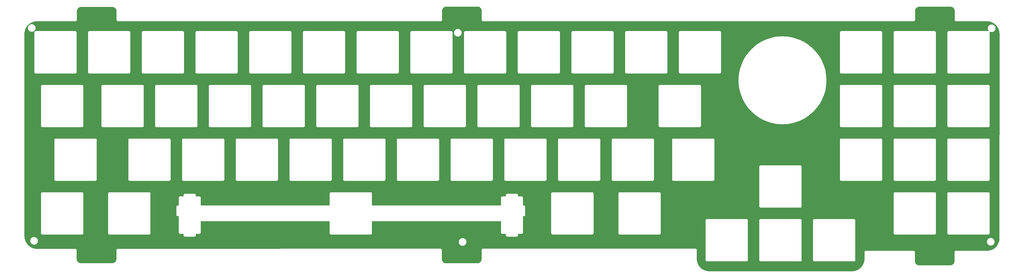
<source format=gbr>
%TF.GenerationSoftware,KiCad,Pcbnew,7.0.1*%
%TF.CreationDate,2023-07-11T18:08:57-07:00*%
%TF.ProjectId,switchplate,73776974-6368-4706-9c61-74652e6b6963,rev?*%
%TF.SameCoordinates,Original*%
%TF.FileFunction,Copper,L1,Top*%
%TF.FilePolarity,Positive*%
%FSLAX46Y46*%
G04 Gerber Fmt 4.6, Leading zero omitted, Abs format (unit mm)*
G04 Created by KiCad (PCBNEW 7.0.1) date 2023-07-11 18:08:57*
%MOMM*%
%LPD*%
G01*
G04 APERTURE LIST*
G04 APERTURE END LIST*
%TA.AperFunction,NonConductor*%
G36*
X127099419Y-51370817D02*
G01*
X127299562Y-51385131D01*
X127317063Y-51387648D01*
X127508796Y-51429356D01*
X127525755Y-51434335D01*
X127709615Y-51502912D01*
X127725695Y-51510256D01*
X127842493Y-51574033D01*
X127897908Y-51604292D01*
X127912791Y-51613857D01*
X128006535Y-51684033D01*
X128069859Y-51731436D01*
X128083231Y-51743022D01*
X128221975Y-51881767D01*
X128233560Y-51895138D01*
X128351145Y-52052213D01*
X128360710Y-52067096D01*
X128454742Y-52239301D01*
X128462092Y-52255395D01*
X128530660Y-52439235D01*
X128535644Y-52456210D01*
X128577350Y-52647932D01*
X128579868Y-52665443D01*
X128594185Y-52865605D01*
X128594501Y-52874452D01*
X128594501Y-56131962D01*
X128602191Y-56158154D01*
X128605948Y-56175427D01*
X128609836Y-56202458D01*
X128621115Y-56227156D01*
X128621174Y-56227284D01*
X128627355Y-56243858D01*
X128635046Y-56270050D01*
X128635047Y-56270052D01*
X128635048Y-56270054D01*
X128649811Y-56293026D01*
X128658284Y-56308544D01*
X128669623Y-56333373D01*
X128687496Y-56353999D01*
X128698098Y-56368163D01*
X128712856Y-56391128D01*
X128733488Y-56409006D01*
X128745993Y-56421511D01*
X128763873Y-56442144D01*
X128786837Y-56456902D01*
X128801003Y-56467506D01*
X128821626Y-56485377D01*
X128821627Y-56485377D01*
X128821628Y-56485378D01*
X128846456Y-56496716D01*
X128861978Y-56505193D01*
X128884945Y-56519953D01*
X128884947Y-56519953D01*
X128884948Y-56519954D01*
X128910996Y-56527602D01*
X128911136Y-56527643D01*
X128927714Y-56533827D01*
X128948192Y-56543178D01*
X128952544Y-56545166D01*
X128979571Y-56549052D01*
X128996850Y-56552811D01*
X129023040Y-56560501D01*
X129059202Y-56560501D01*
X129166962Y-56560501D01*
X281703040Y-56560501D01*
X281810800Y-56560501D01*
X281846961Y-56560501D01*
X281846962Y-56560501D01*
X281873157Y-56552809D01*
X281890427Y-56549052D01*
X281917458Y-56545166D01*
X281942288Y-56533825D01*
X281958866Y-56527643D01*
X281985052Y-56519955D01*
X281985054Y-56519954D01*
X282008021Y-56505193D01*
X282023547Y-56496716D01*
X282048370Y-56485380D01*
X282048370Y-56485379D01*
X282048374Y-56485378D01*
X282069013Y-56467492D01*
X282083156Y-56456906D01*
X282106129Y-56442144D01*
X282124009Y-56421508D01*
X282136508Y-56409009D01*
X282157144Y-56391129D01*
X282171906Y-56368156D01*
X282182492Y-56354013D01*
X282200378Y-56333374D01*
X282211715Y-56308547D01*
X282220195Y-56293019D01*
X282234954Y-56270054D01*
X282234956Y-56270050D01*
X282242643Y-56243866D01*
X282248825Y-56227288D01*
X282260166Y-56202458D01*
X282264052Y-56175427D01*
X282267810Y-56158154D01*
X282275501Y-56131962D01*
X282275501Y-55988040D01*
X282275501Y-52914429D01*
X282275817Y-52905583D01*
X282276216Y-52899995D01*
X282290131Y-52705437D01*
X282292647Y-52687939D01*
X282334357Y-52496200D01*
X282339334Y-52479249D01*
X282407912Y-52295386D01*
X282415259Y-52279301D01*
X282509295Y-52107084D01*
X282518851Y-52092215D01*
X282636444Y-51935129D01*
X282648018Y-51921772D01*
X282786772Y-51783018D01*
X282800129Y-51771444D01*
X282957215Y-51653851D01*
X282972084Y-51644295D01*
X283144304Y-51550257D01*
X283160386Y-51542912D01*
X283344249Y-51474334D01*
X283361200Y-51469357D01*
X283552939Y-51427647D01*
X283570437Y-51425131D01*
X283770582Y-51410817D01*
X283779429Y-51410501D01*
X283840893Y-51410501D01*
X294799109Y-51410501D01*
X294860573Y-51410501D01*
X294869419Y-51410817D01*
X295069562Y-51425131D01*
X295087063Y-51427648D01*
X295278796Y-51469356D01*
X295295755Y-51474335D01*
X295479615Y-51542912D01*
X295495695Y-51550256D01*
X295612169Y-51613856D01*
X295667908Y-51644292D01*
X295682791Y-51653857D01*
X295839859Y-51771436D01*
X295853231Y-51783022D01*
X295991975Y-51921767D01*
X296003560Y-51935138D01*
X296121145Y-52092213D01*
X296130710Y-52107096D01*
X296224742Y-52279301D01*
X296232092Y-52295395D01*
X296300660Y-52479235D01*
X296305644Y-52496210D01*
X296347350Y-52687932D01*
X296349868Y-52705443D01*
X296354875Y-52775443D01*
X296361956Y-52874452D01*
X296364185Y-52905605D01*
X296364501Y-52914452D01*
X296364501Y-56059771D01*
X296364468Y-56131734D01*
X296372185Y-56158064D01*
X296375928Y-56175288D01*
X296379835Y-56202456D01*
X296391115Y-56227156D01*
X296397313Y-56243785D01*
X296404951Y-56269842D01*
X296419779Y-56292939D01*
X296428223Y-56308412D01*
X296439622Y-56333371D01*
X296439623Y-56333372D01*
X296439624Y-56333374D01*
X296457404Y-56353893D01*
X296468035Y-56368102D01*
X296482704Y-56390951D01*
X296482705Y-56390952D01*
X296482706Y-56390953D01*
X296503436Y-56408932D01*
X296515899Y-56421402D01*
X296533871Y-56442144D01*
X296556718Y-56456826D01*
X296570927Y-56467468D01*
X296591431Y-56485252D01*
X296616379Y-56496659D01*
X296631855Y-56505114D01*
X296654946Y-56519953D01*
X296654948Y-56519954D01*
X296680997Y-56527602D01*
X296697631Y-56533810D01*
X296722321Y-56545100D01*
X296749476Y-56549016D01*
X296766709Y-56552769D01*
X296777188Y-56555846D01*
X296793039Y-56560501D01*
X296865921Y-56560501D01*
X307739994Y-56565503D01*
X307744583Y-56565593D01*
X308100129Y-56579198D01*
X308109899Y-56579960D01*
X308450518Y-56620137D01*
X308460292Y-56621688D01*
X308797541Y-56689136D01*
X308806696Y-56691332D01*
X309137582Y-56784122D01*
X309147070Y-56787200D01*
X309468725Y-56906070D01*
X309477601Y-56909749D01*
X309789250Y-57053322D01*
X309797901Y-57057727D01*
X309963708Y-57150535D01*
X310097939Y-57225669D01*
X310106304Y-57230796D01*
X310262284Y-57335105D01*
X310391766Y-57421693D01*
X310399474Y-57427290D01*
X310495733Y-57502991D01*
X310669635Y-57639753D01*
X310677281Y-57646284D01*
X310909440Y-57861498D01*
X310929393Y-57879994D01*
X310936027Y-57886628D01*
X311169693Y-58138674D01*
X311176232Y-58146329D01*
X311388676Y-58416493D01*
X311394276Y-58424208D01*
X311585185Y-58709674D01*
X311585189Y-58709679D01*
X311590318Y-58718047D01*
X311758228Y-59018034D01*
X311762649Y-59026714D01*
X311906229Y-59338381D01*
X311909915Y-59347276D01*
X312028791Y-59668903D01*
X312031876Y-59678414D01*
X312124646Y-60009271D01*
X312126843Y-60018432D01*
X312194282Y-60355646D01*
X312195837Y-60365441D01*
X312236002Y-60706043D01*
X312236765Y-60715831D01*
X312250377Y-61072125D01*
X312250467Y-61076885D01*
X312235534Y-133524316D01*
X312235535Y-133524322D01*
X312235532Y-133536134D01*
X312235413Y-133541538D01*
X312218561Y-133925643D01*
X312217615Y-133936421D01*
X312167701Y-134314890D01*
X312165820Y-134325544D01*
X312083107Y-134698223D01*
X312080305Y-134708673D01*
X311965416Y-135072738D01*
X311961713Y-135082904D01*
X311815529Y-135435564D01*
X311810954Y-135445368D01*
X311634585Y-135783944D01*
X311629173Y-135793311D01*
X311423971Y-136115216D01*
X311417763Y-136124077D01*
X311185274Y-136426878D01*
X311178317Y-136435164D01*
X310920321Y-136716546D01*
X310912668Y-136724194D01*
X310631125Y-136982016D01*
X310622835Y-136988967D01*
X310319902Y-137221259D01*
X310311038Y-137227462D01*
X309988988Y-137432477D01*
X309979616Y-137437883D01*
X309640941Y-137614036D01*
X309631134Y-137618605D01*
X309278392Y-137764566D01*
X309268225Y-137768263D01*
X308904083Y-137882928D01*
X308893631Y-137885724D01*
X308520904Y-137968205D01*
X308510249Y-137970080D01*
X308131727Y-138019762D01*
X308120949Y-138020700D01*
X307737415Y-138037290D01*
X307731853Y-138037406D01*
X296880020Y-138019646D01*
X296879009Y-138019501D01*
X296861962Y-138019501D01*
X296790464Y-138019501D01*
X296790088Y-138019500D01*
X296755021Y-138019443D01*
X296755018Y-138019443D01*
X296746847Y-138019430D01*
X296745845Y-138019501D01*
X296718039Y-138019501D01*
X296692335Y-138027047D01*
X296674857Y-138030834D01*
X296648338Y-138034603D01*
X296623017Y-138046116D01*
X296606634Y-138052211D01*
X296579948Y-138060047D01*
X296557407Y-138074533D01*
X296541702Y-138083091D01*
X296517325Y-138094176D01*
X296496276Y-138112354D01*
X296482272Y-138122819D01*
X296458872Y-138137857D01*
X296441329Y-138158102D01*
X296428673Y-138170737D01*
X296408401Y-138188245D01*
X296393322Y-138211625D01*
X296382837Y-138225607D01*
X296382495Y-138226003D01*
X296364623Y-138246629D01*
X296353497Y-138270991D01*
X296344910Y-138286685D01*
X296330391Y-138309196D01*
X296322512Y-138335867D01*
X296316389Y-138352244D01*
X296304835Y-138377544D01*
X296301023Y-138404054D01*
X296297207Y-138421526D01*
X296289618Y-138447217D01*
X296289573Y-138475088D01*
X296289501Y-138476093D01*
X296289501Y-138519691D01*
X296289356Y-138608251D01*
X296289501Y-138609264D01*
X296289501Y-141665573D01*
X296289185Y-141674420D01*
X296274870Y-141874558D01*
X296272352Y-141892069D01*
X296230647Y-142083788D01*
X296225663Y-142100764D01*
X296157092Y-142284609D01*
X296149742Y-142300702D01*
X296055711Y-142472905D01*
X296046146Y-142487788D01*
X295928559Y-142644866D01*
X295916973Y-142658237D01*
X295778237Y-142796973D01*
X295764866Y-142808559D01*
X295607788Y-142926146D01*
X295592905Y-142935711D01*
X295420702Y-143029742D01*
X295404609Y-143037092D01*
X295220764Y-143105663D01*
X295203788Y-143110647D01*
X295012069Y-143152352D01*
X294994558Y-143154870D01*
X294813780Y-143167800D01*
X294794418Y-143169185D01*
X294785573Y-143169501D01*
X283704429Y-143169501D01*
X283695583Y-143169185D01*
X283495443Y-143154870D01*
X283477931Y-143152352D01*
X283286212Y-143110647D01*
X283269236Y-143105663D01*
X283085390Y-143037091D01*
X283069297Y-143029741D01*
X282897091Y-142935710D01*
X282882208Y-142926145D01*
X282725135Y-142808562D01*
X282711764Y-142796976D01*
X282573024Y-142658236D01*
X282561438Y-142644865D01*
X282443855Y-142487792D01*
X282434290Y-142472909D01*
X282434288Y-142472905D01*
X282340253Y-142300695D01*
X282332909Y-142284612D01*
X282264336Y-142100761D01*
X282259354Y-142083791D01*
X282259353Y-142083788D01*
X282217646Y-141892065D01*
X282215129Y-141874556D01*
X282206232Y-141750165D01*
X282200817Y-141674447D01*
X282200501Y-141665601D01*
X282200501Y-138448040D01*
X282192812Y-138421854D01*
X282189051Y-138404567D01*
X282185166Y-138377544D01*
X282183178Y-138373192D01*
X282173827Y-138352714D01*
X282167643Y-138336136D01*
X282159953Y-138309945D01*
X282145193Y-138286978D01*
X282136714Y-138271451D01*
X282125377Y-138246626D01*
X282107506Y-138226003D01*
X282096902Y-138211837D01*
X282082144Y-138188873D01*
X282061511Y-138170993D01*
X282049006Y-138158488D01*
X282031128Y-138137856D01*
X282008163Y-138123098D01*
X281993999Y-138112496D01*
X281973373Y-138094623D01*
X281948544Y-138083284D01*
X281933026Y-138074811D01*
X281910054Y-138060048D01*
X281910052Y-138060047D01*
X281910050Y-138060046D01*
X281883858Y-138052355D01*
X281867289Y-138046175D01*
X281842458Y-138034836D01*
X281815427Y-138030948D01*
X281798154Y-138027191D01*
X281772360Y-138019618D01*
X281771962Y-138019501D01*
X281735800Y-138019501D01*
X264941962Y-138019501D01*
X264798040Y-138019501D01*
X264771845Y-138027191D01*
X264754568Y-138030949D01*
X264727542Y-138034835D01*
X264702712Y-138046175D01*
X264686141Y-138052356D01*
X264659948Y-138060047D01*
X264636980Y-138074807D01*
X264621464Y-138083279D01*
X264596630Y-138094621D01*
X264575999Y-138112498D01*
X264561843Y-138123095D01*
X264538872Y-138137858D01*
X264520993Y-138158491D01*
X264508491Y-138170993D01*
X264487858Y-138188872D01*
X264473095Y-138211843D01*
X264462498Y-138225999D01*
X264444621Y-138246630D01*
X264433279Y-138271464D01*
X264424807Y-138286980D01*
X264410047Y-138309948D01*
X264402356Y-138336141D01*
X264396175Y-138352712D01*
X264384835Y-138377542D01*
X264380949Y-138404568D01*
X264377191Y-138421845D01*
X264369501Y-138448040D01*
X264369501Y-140799778D01*
X264369383Y-140805185D01*
X264352627Y-141189106D01*
X264351685Y-141199879D01*
X264301895Y-141578203D01*
X264300018Y-141588853D01*
X264217456Y-141961395D01*
X264214658Y-141971841D01*
X264099946Y-142335784D01*
X264096248Y-142345946D01*
X263950270Y-142698495D01*
X263945701Y-142708297D01*
X263769559Y-143046792D01*
X263764154Y-143056158D01*
X263559188Y-143378020D01*
X263552987Y-143386880D01*
X263320754Y-143689663D01*
X263313804Y-143697949D01*
X263056073Y-143979345D01*
X263048428Y-143986993D01*
X262767172Y-144244854D01*
X262758890Y-144251808D01*
X262456217Y-144484197D01*
X262447360Y-144490402D01*
X262125617Y-144695519D01*
X262116254Y-144700930D01*
X261777829Y-144877251D01*
X261768030Y-144881824D01*
X261415556Y-145027978D01*
X261405395Y-145031681D01*
X261041512Y-145146573D01*
X261031067Y-145149376D01*
X260658573Y-145232123D01*
X260647924Y-145234006D01*
X260269616Y-145283986D01*
X260258843Y-145284933D01*
X259875450Y-145301857D01*
X259870043Y-145301978D01*
X209418126Y-145326988D01*
X209418123Y-145326988D01*
X209354956Y-145327019D01*
X209349546Y-145326904D01*
X208965352Y-145310315D01*
X208954572Y-145309377D01*
X208575985Y-145259711D01*
X208565327Y-145257836D01*
X208192528Y-145175355D01*
X208182075Y-145172559D01*
X207817875Y-145057888D01*
X207807705Y-145054191D01*
X207454887Y-144908203D01*
X207445078Y-144903633D01*
X207106341Y-144727446D01*
X207096968Y-144722039D01*
X206774872Y-144516986D01*
X206766006Y-144510782D01*
X206603893Y-144386464D01*
X206463007Y-144278424D01*
X206454735Y-144271487D01*
X206173134Y-144013583D01*
X206165508Y-144005961D01*
X205907467Y-143724492D01*
X205900511Y-143716205D01*
X205843508Y-143641950D01*
X205668006Y-143413330D01*
X205661799Y-143404468D01*
X205648778Y-143384038D01*
X205540999Y-143214926D01*
X205456590Y-143082483D01*
X205451178Y-143073113D01*
X205313407Y-142808559D01*
X205274816Y-142734454D01*
X205270244Y-142724653D01*
X205259247Y-142698114D01*
X205124078Y-142371903D01*
X205120378Y-142361740D01*
X205005525Y-141997598D01*
X205002725Y-141987154D01*
X204997012Y-141961395D01*
X204922745Y-141626510D01*
X204920054Y-141614375D01*
X204918175Y-141603719D01*
X204915435Y-141582916D01*
X204883043Y-141336961D01*
X208000487Y-141336961D01*
X208008177Y-141363153D01*
X208011934Y-141380426D01*
X208013422Y-141390766D01*
X208015822Y-141407457D01*
X208027160Y-141432283D01*
X208033341Y-141448857D01*
X208041032Y-141475049D01*
X208041033Y-141475051D01*
X208041034Y-141475053D01*
X208055797Y-141498025D01*
X208064270Y-141513543D01*
X208075609Y-141538372D01*
X208093482Y-141558998D01*
X208104084Y-141573162D01*
X208118842Y-141596127D01*
X208139474Y-141614005D01*
X208151979Y-141626510D01*
X208169859Y-141647143D01*
X208192823Y-141661901D01*
X208206989Y-141672505D01*
X208227612Y-141690376D01*
X208227613Y-141690376D01*
X208227614Y-141690377D01*
X208252442Y-141701715D01*
X208267964Y-141710192D01*
X208290931Y-141724952D01*
X208290933Y-141724952D01*
X208290934Y-141724953D01*
X208317122Y-141732642D01*
X208333700Y-141738826D01*
X208354178Y-141748177D01*
X208358530Y-141750165D01*
X208385557Y-141754051D01*
X208402836Y-141757810D01*
X208429026Y-141765500D01*
X208465188Y-141765500D01*
X208572948Y-141765500D01*
X222428003Y-141765500D01*
X222535763Y-141765500D01*
X222571924Y-141765500D01*
X222571925Y-141765500D01*
X222598120Y-141757808D01*
X222615390Y-141754051D01*
X222642421Y-141750165D01*
X222667251Y-141738824D01*
X222683829Y-141732642D01*
X222710015Y-141724954D01*
X222710017Y-141724953D01*
X222732984Y-141710192D01*
X222748510Y-141701715D01*
X222773333Y-141690379D01*
X222773333Y-141690378D01*
X222773337Y-141690377D01*
X222793976Y-141672491D01*
X222808119Y-141661905D01*
X222831092Y-141647143D01*
X222848972Y-141626507D01*
X222861471Y-141614008D01*
X222882107Y-141596128D01*
X222896869Y-141573155D01*
X222907455Y-141559012D01*
X222925341Y-141538373D01*
X222927060Y-141534610D01*
X222936679Y-141513546D01*
X222945158Y-141498018D01*
X222959917Y-141475053D01*
X222959919Y-141475049D01*
X222967606Y-141448865D01*
X222973788Y-141432287D01*
X222985129Y-141407457D01*
X222989015Y-141380426D01*
X222992773Y-141363153D01*
X223000464Y-141336961D01*
X227050459Y-141336961D01*
X227058149Y-141363153D01*
X227061906Y-141380426D01*
X227063394Y-141390766D01*
X227065794Y-141407457D01*
X227077132Y-141432283D01*
X227083313Y-141448857D01*
X227091004Y-141475049D01*
X227091005Y-141475051D01*
X227091006Y-141475053D01*
X227105769Y-141498025D01*
X227114242Y-141513543D01*
X227125581Y-141538372D01*
X227143454Y-141558998D01*
X227154056Y-141573162D01*
X227168814Y-141596127D01*
X227189446Y-141614005D01*
X227201951Y-141626510D01*
X227219831Y-141647143D01*
X227242795Y-141661901D01*
X227256961Y-141672505D01*
X227277584Y-141690376D01*
X227277585Y-141690376D01*
X227277586Y-141690377D01*
X227302414Y-141701715D01*
X227317936Y-141710192D01*
X227340903Y-141724952D01*
X227340905Y-141724952D01*
X227340906Y-141724953D01*
X227367094Y-141732642D01*
X227383672Y-141738826D01*
X227404150Y-141748177D01*
X227408502Y-141750165D01*
X227435529Y-141754051D01*
X227452808Y-141757810D01*
X227478998Y-141765500D01*
X227515160Y-141765500D01*
X227622920Y-141765500D01*
X241478998Y-141765500D01*
X241586758Y-141765500D01*
X241622919Y-141765500D01*
X241622920Y-141765500D01*
X241649115Y-141757808D01*
X241666385Y-141754051D01*
X241693416Y-141750165D01*
X241718246Y-141738824D01*
X241734824Y-141732642D01*
X241761010Y-141724954D01*
X241761012Y-141724953D01*
X241783979Y-141710192D01*
X241799505Y-141701715D01*
X241824328Y-141690379D01*
X241824328Y-141690378D01*
X241824332Y-141690377D01*
X241844971Y-141672491D01*
X241859114Y-141661905D01*
X241882087Y-141647143D01*
X241899967Y-141626507D01*
X241912466Y-141614008D01*
X241933102Y-141596128D01*
X241947864Y-141573155D01*
X241958450Y-141559012D01*
X241976336Y-141538373D01*
X241978055Y-141534610D01*
X241987674Y-141513546D01*
X241996153Y-141498018D01*
X242010912Y-141475053D01*
X242010914Y-141475049D01*
X242018601Y-141448865D01*
X242024783Y-141432287D01*
X242036124Y-141407457D01*
X242040010Y-141380426D01*
X242043768Y-141363153D01*
X242051459Y-141336961D01*
X246100478Y-141336961D01*
X246108168Y-141363153D01*
X246111925Y-141380426D01*
X246113413Y-141390766D01*
X246115813Y-141407457D01*
X246127151Y-141432283D01*
X246133332Y-141448857D01*
X246141023Y-141475049D01*
X246141024Y-141475051D01*
X246141025Y-141475053D01*
X246155788Y-141498025D01*
X246164261Y-141513543D01*
X246175600Y-141538372D01*
X246193473Y-141558998D01*
X246204075Y-141573162D01*
X246218833Y-141596127D01*
X246239465Y-141614005D01*
X246251970Y-141626510D01*
X246269850Y-141647143D01*
X246292814Y-141661901D01*
X246306980Y-141672505D01*
X246327603Y-141690376D01*
X246327604Y-141690376D01*
X246327605Y-141690377D01*
X246352433Y-141701715D01*
X246367955Y-141710192D01*
X246390922Y-141724952D01*
X246390924Y-141724952D01*
X246390925Y-141724953D01*
X246417113Y-141732642D01*
X246433691Y-141738826D01*
X246454169Y-141748177D01*
X246458521Y-141750165D01*
X246485548Y-141754051D01*
X246502827Y-141757810D01*
X246529017Y-141765500D01*
X246565179Y-141765500D01*
X246672939Y-141765500D01*
X260529017Y-141765500D01*
X260636777Y-141765500D01*
X260672938Y-141765500D01*
X260672939Y-141765500D01*
X260699134Y-141757808D01*
X260716404Y-141754051D01*
X260743435Y-141750165D01*
X260768265Y-141738824D01*
X260784843Y-141732642D01*
X260811029Y-141724954D01*
X260811031Y-141724953D01*
X260833998Y-141710192D01*
X260849524Y-141701715D01*
X260874347Y-141690379D01*
X260874347Y-141690378D01*
X260874351Y-141690377D01*
X260894990Y-141672491D01*
X260909133Y-141661905D01*
X260932106Y-141647143D01*
X260949986Y-141626507D01*
X260962485Y-141614008D01*
X260983121Y-141596128D01*
X260997883Y-141573155D01*
X261008469Y-141559012D01*
X261026355Y-141538373D01*
X261028074Y-141534610D01*
X261037693Y-141513546D01*
X261046172Y-141498018D01*
X261060931Y-141475053D01*
X261060933Y-141475049D01*
X261068620Y-141448865D01*
X261074802Y-141432287D01*
X261086143Y-141407457D01*
X261090029Y-141380426D01*
X261093787Y-141363153D01*
X261101478Y-141336961D01*
X261101478Y-141193039D01*
X261101478Y-134820000D01*
X307764341Y-134820000D01*
X307784937Y-135055408D01*
X307836461Y-135247699D01*
X307846098Y-135283664D01*
X307945966Y-135497830D01*
X308081506Y-135691402D01*
X308248600Y-135858496D01*
X308442172Y-135994036D01*
X308656338Y-136093904D01*
X308842943Y-136143904D01*
X308884593Y-136155064D01*
X309061033Y-136170501D01*
X309061035Y-136170501D01*
X309178967Y-136170501D01*
X309178969Y-136170501D01*
X309296594Y-136160209D01*
X309355409Y-136155064D01*
X309583664Y-136093904D01*
X309797830Y-135994036D01*
X309991402Y-135858496D01*
X310158496Y-135691402D01*
X310294036Y-135497831D01*
X310393904Y-135283664D01*
X310455064Y-135055409D01*
X310475660Y-134820001D01*
X310455064Y-134584593D01*
X310393904Y-134356338D01*
X310294036Y-134142172D01*
X310158496Y-133948600D01*
X309991402Y-133781506D01*
X309797830Y-133645966D01*
X309583664Y-133546098D01*
X309556573Y-133538839D01*
X309355408Y-133484937D01*
X309178969Y-133469501D01*
X309178967Y-133469501D01*
X309061035Y-133469501D01*
X309061033Y-133469501D01*
X308884593Y-133484937D01*
X308656337Y-133546098D01*
X308442171Y-133645966D01*
X308248599Y-133781506D01*
X308081509Y-133948596D01*
X308081506Y-133948599D01*
X308081506Y-133948600D01*
X308046497Y-133998599D01*
X307945965Y-134142173D01*
X307846098Y-134356338D01*
X307784937Y-134584593D01*
X307764341Y-134820000D01*
X261101478Y-134820000D01*
X261101478Y-131811967D01*
X274675459Y-131811967D01*
X274683149Y-131838159D01*
X274686906Y-131855432D01*
X274689220Y-131871518D01*
X274690794Y-131882463D01*
X274702132Y-131907289D01*
X274708313Y-131923863D01*
X274716004Y-131950055D01*
X274716005Y-131950057D01*
X274716006Y-131950059D01*
X274730769Y-131973031D01*
X274739242Y-131988549D01*
X274750581Y-132013378D01*
X274768454Y-132034004D01*
X274779056Y-132048168D01*
X274793814Y-132071133D01*
X274814446Y-132089011D01*
X274826951Y-132101516D01*
X274844831Y-132122149D01*
X274867795Y-132136907D01*
X274881961Y-132147511D01*
X274902584Y-132165382D01*
X274902585Y-132165382D01*
X274902586Y-132165383D01*
X274927414Y-132176721D01*
X274942936Y-132185198D01*
X274965903Y-132199958D01*
X274965905Y-132199958D01*
X274965906Y-132199959D01*
X274992094Y-132207648D01*
X275008672Y-132213832D01*
X275029150Y-132223183D01*
X275033502Y-132225171D01*
X275060529Y-132229057D01*
X275077808Y-132232816D01*
X275103998Y-132240506D01*
X275140160Y-132240506D01*
X275247920Y-132240506D01*
X289103998Y-132240506D01*
X289211758Y-132240506D01*
X289247919Y-132240506D01*
X289247920Y-132240506D01*
X289274115Y-132232814D01*
X289291385Y-132229057D01*
X289318416Y-132225171D01*
X289343246Y-132213830D01*
X289359824Y-132207648D01*
X289386010Y-132199960D01*
X289386012Y-132199959D01*
X289408979Y-132185198D01*
X289424505Y-132176721D01*
X289449328Y-132165385D01*
X289449328Y-132165384D01*
X289449332Y-132165383D01*
X289469971Y-132147497D01*
X289484114Y-132136911D01*
X289507087Y-132122149D01*
X289524967Y-132101513D01*
X289537466Y-132089014D01*
X289558102Y-132071134D01*
X289572864Y-132048161D01*
X289583450Y-132034018D01*
X289601336Y-132013379D01*
X289602650Y-132010503D01*
X289612674Y-131988552D01*
X289621153Y-131973024D01*
X289635912Y-131950059D01*
X289635914Y-131950055D01*
X289643601Y-131923871D01*
X289649783Y-131907293D01*
X289661124Y-131882463D01*
X289665010Y-131855432D01*
X289668768Y-131838159D01*
X289676459Y-131811967D01*
X293725478Y-131811967D01*
X293733168Y-131838159D01*
X293736925Y-131855432D01*
X293739239Y-131871518D01*
X293740813Y-131882463D01*
X293752151Y-131907289D01*
X293758332Y-131923863D01*
X293766023Y-131950055D01*
X293766024Y-131950057D01*
X293766025Y-131950059D01*
X293780788Y-131973031D01*
X293789261Y-131988549D01*
X293800600Y-132013378D01*
X293818473Y-132034004D01*
X293829075Y-132048168D01*
X293843833Y-132071133D01*
X293864465Y-132089011D01*
X293876970Y-132101516D01*
X293894850Y-132122149D01*
X293917814Y-132136907D01*
X293931980Y-132147511D01*
X293952603Y-132165382D01*
X293952604Y-132165382D01*
X293952605Y-132165383D01*
X293977433Y-132176721D01*
X293992955Y-132185198D01*
X294015922Y-132199958D01*
X294015924Y-132199958D01*
X294015925Y-132199959D01*
X294042113Y-132207648D01*
X294058691Y-132213832D01*
X294079169Y-132223183D01*
X294083521Y-132225171D01*
X294110548Y-132229057D01*
X294127827Y-132232816D01*
X294154017Y-132240506D01*
X294190179Y-132240506D01*
X294297939Y-132240506D01*
X308154017Y-132240506D01*
X308261777Y-132240506D01*
X308297938Y-132240506D01*
X308297939Y-132240506D01*
X308324134Y-132232814D01*
X308341404Y-132229057D01*
X308368435Y-132225171D01*
X308393265Y-132213830D01*
X308409843Y-132207648D01*
X308436029Y-132199960D01*
X308436031Y-132199959D01*
X308458998Y-132185198D01*
X308474524Y-132176721D01*
X308499347Y-132165385D01*
X308499347Y-132165384D01*
X308499351Y-132165383D01*
X308519990Y-132147497D01*
X308534133Y-132136911D01*
X308557106Y-132122149D01*
X308574986Y-132101513D01*
X308587485Y-132089014D01*
X308608121Y-132071134D01*
X308622883Y-132048161D01*
X308633469Y-132034018D01*
X308651355Y-132013379D01*
X308652669Y-132010503D01*
X308662693Y-131988552D01*
X308671172Y-131973024D01*
X308685931Y-131950059D01*
X308685933Y-131950055D01*
X308693620Y-131923871D01*
X308699802Y-131907293D01*
X308711143Y-131882463D01*
X308715029Y-131855432D01*
X308718787Y-131838159D01*
X308726478Y-131811967D01*
X308726478Y-131668045D01*
X308726478Y-117704207D01*
X308726478Y-117668045D01*
X308718787Y-117641850D01*
X308715028Y-117624572D01*
X308711143Y-117597549D01*
X308709155Y-117593197D01*
X308699804Y-117572719D01*
X308693620Y-117556141D01*
X308685930Y-117529950D01*
X308671170Y-117506983D01*
X308662691Y-117491456D01*
X308651354Y-117466631D01*
X308633483Y-117446008D01*
X308622879Y-117431842D01*
X308608121Y-117408878D01*
X308587488Y-117390998D01*
X308574983Y-117378493D01*
X308557105Y-117357861D01*
X308534140Y-117343103D01*
X308519976Y-117332501D01*
X308499350Y-117314628D01*
X308474521Y-117303289D01*
X308459003Y-117294816D01*
X308436031Y-117280053D01*
X308436029Y-117280052D01*
X308436027Y-117280051D01*
X308409835Y-117272360D01*
X308393266Y-117266180D01*
X308368435Y-117254841D01*
X308341404Y-117250953D01*
X308324131Y-117247196D01*
X308297939Y-117239506D01*
X308261777Y-117239506D01*
X294297939Y-117239506D01*
X294154017Y-117239506D01*
X294127822Y-117247196D01*
X294110545Y-117250954D01*
X294083519Y-117254840D01*
X294058689Y-117266180D01*
X294042118Y-117272361D01*
X294015925Y-117280052D01*
X293992957Y-117294812D01*
X293977441Y-117303284D01*
X293952607Y-117314626D01*
X293931976Y-117332503D01*
X293917820Y-117343100D01*
X293894849Y-117357863D01*
X293876970Y-117378496D01*
X293864468Y-117390998D01*
X293843835Y-117408877D01*
X293829072Y-117431848D01*
X293818475Y-117446004D01*
X293800598Y-117466635D01*
X293789256Y-117491469D01*
X293780784Y-117506985D01*
X293766024Y-117529953D01*
X293758333Y-117556146D01*
X293752152Y-117572717D01*
X293740812Y-117597547D01*
X293736926Y-117624573D01*
X293733168Y-117641850D01*
X293725478Y-117668045D01*
X293725478Y-131811967D01*
X289676459Y-131811967D01*
X289676459Y-131668045D01*
X289676459Y-117704207D01*
X289676459Y-117668045D01*
X289668768Y-117641850D01*
X289665009Y-117624572D01*
X289661124Y-117597549D01*
X289659136Y-117593197D01*
X289649785Y-117572719D01*
X289643601Y-117556141D01*
X289635911Y-117529950D01*
X289621151Y-117506983D01*
X289612672Y-117491456D01*
X289601335Y-117466631D01*
X289583464Y-117446008D01*
X289572860Y-117431842D01*
X289558102Y-117408878D01*
X289537469Y-117390998D01*
X289524964Y-117378493D01*
X289507086Y-117357861D01*
X289484121Y-117343103D01*
X289469957Y-117332501D01*
X289449331Y-117314628D01*
X289424502Y-117303289D01*
X289408984Y-117294816D01*
X289386012Y-117280053D01*
X289386010Y-117280052D01*
X289386008Y-117280051D01*
X289359816Y-117272360D01*
X289343247Y-117266180D01*
X289318416Y-117254841D01*
X289291385Y-117250953D01*
X289274112Y-117247196D01*
X289247920Y-117239506D01*
X289211758Y-117239506D01*
X275247920Y-117239506D01*
X275103998Y-117239506D01*
X275077803Y-117247196D01*
X275060526Y-117250954D01*
X275033500Y-117254840D01*
X275008670Y-117266180D01*
X274992099Y-117272361D01*
X274965906Y-117280052D01*
X274942938Y-117294812D01*
X274927422Y-117303284D01*
X274902588Y-117314626D01*
X274881957Y-117332503D01*
X274867801Y-117343100D01*
X274844830Y-117357863D01*
X274826951Y-117378496D01*
X274814449Y-117390998D01*
X274793816Y-117408877D01*
X274779053Y-117431848D01*
X274768456Y-117446004D01*
X274750579Y-117466635D01*
X274739237Y-117491469D01*
X274730765Y-117506985D01*
X274716005Y-117529953D01*
X274708314Y-117556146D01*
X274702133Y-117572717D01*
X274690793Y-117597547D01*
X274686907Y-117624573D01*
X274683149Y-117641850D01*
X274675459Y-117668045D01*
X274675459Y-131811967D01*
X261101478Y-131811967D01*
X261101478Y-127229201D01*
X261101478Y-127193039D01*
X261093787Y-127166844D01*
X261090028Y-127149566D01*
X261086143Y-127122543D01*
X261084155Y-127118191D01*
X261074804Y-127097713D01*
X261068620Y-127081135D01*
X261060930Y-127054944D01*
X261046170Y-127031977D01*
X261037691Y-127016450D01*
X261026354Y-126991625D01*
X261008483Y-126971002D01*
X260997879Y-126956836D01*
X260983121Y-126933872D01*
X260962488Y-126915992D01*
X260949983Y-126903487D01*
X260932105Y-126882855D01*
X260909140Y-126868097D01*
X260894976Y-126857495D01*
X260874350Y-126839622D01*
X260849521Y-126828283D01*
X260834003Y-126819810D01*
X260811031Y-126805047D01*
X260811029Y-126805046D01*
X260811027Y-126805045D01*
X260784835Y-126797354D01*
X260768266Y-126791174D01*
X260743435Y-126779835D01*
X260716404Y-126775947D01*
X260699131Y-126772190D01*
X260672939Y-126764500D01*
X260636777Y-126764500D01*
X246672939Y-126764500D01*
X246529017Y-126764500D01*
X246502822Y-126772190D01*
X246485545Y-126775948D01*
X246458519Y-126779834D01*
X246433689Y-126791174D01*
X246417118Y-126797355D01*
X246390925Y-126805046D01*
X246367957Y-126819806D01*
X246352441Y-126828278D01*
X246327607Y-126839620D01*
X246306976Y-126857497D01*
X246292820Y-126868094D01*
X246269849Y-126882857D01*
X246251970Y-126903490D01*
X246239468Y-126915992D01*
X246218835Y-126933871D01*
X246204072Y-126956842D01*
X246193475Y-126970998D01*
X246175598Y-126991629D01*
X246164256Y-127016463D01*
X246155784Y-127031979D01*
X246141024Y-127054947D01*
X246133333Y-127081140D01*
X246127152Y-127097711D01*
X246115812Y-127122541D01*
X246111926Y-127149567D01*
X246108168Y-127166844D01*
X246100478Y-127193039D01*
X246100478Y-141336961D01*
X242051459Y-141336961D01*
X242051459Y-141193039D01*
X242051459Y-127229201D01*
X242051459Y-127193039D01*
X242043768Y-127166844D01*
X242040009Y-127149566D01*
X242036124Y-127122543D01*
X242034136Y-127118191D01*
X242024785Y-127097713D01*
X242018601Y-127081135D01*
X242010911Y-127054944D01*
X241996151Y-127031977D01*
X241987672Y-127016450D01*
X241976335Y-126991625D01*
X241958464Y-126971002D01*
X241947860Y-126956836D01*
X241933102Y-126933872D01*
X241912469Y-126915992D01*
X241899964Y-126903487D01*
X241882086Y-126882855D01*
X241859121Y-126868097D01*
X241844957Y-126857495D01*
X241824331Y-126839622D01*
X241799502Y-126828283D01*
X241783984Y-126819810D01*
X241761012Y-126805047D01*
X241761010Y-126805046D01*
X241761008Y-126805045D01*
X241734816Y-126797354D01*
X241718247Y-126791174D01*
X241693416Y-126779835D01*
X241666385Y-126775947D01*
X241649112Y-126772190D01*
X241622920Y-126764500D01*
X241586758Y-126764500D01*
X227622920Y-126764500D01*
X227478998Y-126764500D01*
X227452803Y-126772190D01*
X227435526Y-126775948D01*
X227408500Y-126779834D01*
X227383670Y-126791174D01*
X227367099Y-126797355D01*
X227340906Y-126805046D01*
X227317938Y-126819806D01*
X227302422Y-126828278D01*
X227277588Y-126839620D01*
X227256957Y-126857497D01*
X227242801Y-126868094D01*
X227219830Y-126882857D01*
X227201951Y-126903490D01*
X227189449Y-126915992D01*
X227168816Y-126933871D01*
X227154053Y-126956842D01*
X227143456Y-126970998D01*
X227125579Y-126991629D01*
X227114237Y-127016463D01*
X227105765Y-127031979D01*
X227091005Y-127054947D01*
X227083314Y-127081140D01*
X227077133Y-127097711D01*
X227065793Y-127122541D01*
X227061907Y-127149567D01*
X227058149Y-127166844D01*
X227050459Y-127193039D01*
X227050459Y-141336961D01*
X223000464Y-141336961D01*
X223000464Y-141193039D01*
X223000464Y-127229201D01*
X223000464Y-127193039D01*
X222992773Y-127166844D01*
X222989014Y-127149566D01*
X222985129Y-127122543D01*
X222983141Y-127118191D01*
X222973790Y-127097713D01*
X222967606Y-127081135D01*
X222959916Y-127054944D01*
X222945156Y-127031977D01*
X222936677Y-127016450D01*
X222925340Y-126991625D01*
X222907469Y-126971002D01*
X222896865Y-126956836D01*
X222882107Y-126933872D01*
X222861474Y-126915992D01*
X222848969Y-126903487D01*
X222831091Y-126882855D01*
X222808126Y-126868097D01*
X222793962Y-126857495D01*
X222773336Y-126839622D01*
X222748507Y-126828283D01*
X222732989Y-126819810D01*
X222710017Y-126805047D01*
X222710015Y-126805046D01*
X222710013Y-126805045D01*
X222683821Y-126797354D01*
X222667252Y-126791174D01*
X222642421Y-126779835D01*
X222615390Y-126775947D01*
X222598117Y-126772190D01*
X222571925Y-126764500D01*
X222535763Y-126764500D01*
X208572948Y-126764500D01*
X208429026Y-126764500D01*
X208402831Y-126772190D01*
X208385554Y-126775948D01*
X208358528Y-126779834D01*
X208333698Y-126791174D01*
X208317127Y-126797355D01*
X208290934Y-126805046D01*
X208267966Y-126819806D01*
X208252450Y-126828278D01*
X208227616Y-126839620D01*
X208206985Y-126857497D01*
X208192829Y-126868094D01*
X208169858Y-126882857D01*
X208151979Y-126903490D01*
X208139477Y-126915992D01*
X208118844Y-126933871D01*
X208104081Y-126956842D01*
X208093484Y-126970998D01*
X208075607Y-126991629D01*
X208064265Y-127016463D01*
X208055793Y-127031979D01*
X208041033Y-127054947D01*
X208033342Y-127081140D01*
X208027161Y-127097711D01*
X208015821Y-127122541D01*
X208011935Y-127149567D01*
X208008177Y-127166844D01*
X208000487Y-127193039D01*
X208000487Y-141336961D01*
X204883043Y-141336961D01*
X204868318Y-141225155D01*
X204867377Y-141214416D01*
X204850618Y-140830725D01*
X204850501Y-140825315D01*
X204850501Y-137819636D01*
X204850549Y-137819295D01*
X204850525Y-137774713D01*
X204850501Y-137728800D01*
X204850501Y-137694202D01*
X204850501Y-137685414D01*
X204850477Y-137685089D01*
X204850463Y-137657774D01*
X204842806Y-137631749D01*
X204839026Y-137614393D01*
X204835766Y-137591717D01*
X204835166Y-137587544D01*
X204823757Y-137562564D01*
X204817593Y-137546047D01*
X204809843Y-137519704D01*
X204795159Y-137496882D01*
X204786643Y-137481295D01*
X204775379Y-137456630D01*
X204775378Y-137456629D01*
X204775378Y-137456628D01*
X204757393Y-137435872D01*
X204746830Y-137421769D01*
X204746383Y-137421075D01*
X204731968Y-137398670D01*
X204711455Y-137380915D01*
X204698893Y-137368360D01*
X204693856Y-137362547D01*
X204681129Y-137347858D01*
X204681128Y-137347857D01*
X204681127Y-137347856D01*
X204658018Y-137333005D01*
X204643908Y-137322448D01*
X204623148Y-137304479D01*
X204623147Y-137304478D01*
X204598463Y-137293221D01*
X204582879Y-137284716D01*
X204560053Y-137270047D01*
X204533701Y-137262309D01*
X204517188Y-137256155D01*
X204492201Y-137244760D01*
X204465339Y-137240912D01*
X204447991Y-137237143D01*
X204421963Y-137229501D01*
X204421962Y-137229501D01*
X204394483Y-137229501D01*
X204394147Y-137229477D01*
X204349812Y-137229500D01*
X204349756Y-137229501D01*
X204260523Y-137229501D01*
X204260191Y-137229548D01*
X129024715Y-137269501D01*
X128953037Y-137269501D01*
X128926687Y-137277237D01*
X128909475Y-137280987D01*
X128882282Y-137284912D01*
X128857604Y-137296197D01*
X128840979Y-137302403D01*
X128814949Y-137310047D01*
X128791842Y-137324897D01*
X128776377Y-137333347D01*
X128751401Y-137344769D01*
X128730906Y-137362547D01*
X128716697Y-137373189D01*
X128693872Y-137387858D01*
X128675886Y-137408614D01*
X128663432Y-137421075D01*
X128642682Y-137439075D01*
X128628021Y-137461914D01*
X128617392Y-137476121D01*
X128605889Y-137489398D01*
X128599623Y-137496629D01*
X128593925Y-137509106D01*
X128589085Y-137519704D01*
X128588215Y-137521608D01*
X128579778Y-137537069D01*
X128564937Y-137560191D01*
X128557306Y-137586230D01*
X128551109Y-137602856D01*
X128546005Y-137614036D01*
X128539835Y-137627546D01*
X128535926Y-137654730D01*
X128532187Y-137671942D01*
X128524463Y-137698304D01*
X128524501Y-137770267D01*
X128524501Y-140955573D01*
X128524185Y-140964420D01*
X128509870Y-141164558D01*
X128507352Y-141182069D01*
X128465647Y-141373788D01*
X128460663Y-141390764D01*
X128392092Y-141574609D01*
X128384742Y-141590702D01*
X128290711Y-141762905D01*
X128281146Y-141777788D01*
X128163559Y-141934866D01*
X128151973Y-141948237D01*
X128013237Y-142086973D01*
X127999866Y-142098559D01*
X127842788Y-142216146D01*
X127827905Y-142225711D01*
X127655702Y-142319742D01*
X127639609Y-142327092D01*
X127455764Y-142395663D01*
X127438788Y-142400647D01*
X127247069Y-142442352D01*
X127229558Y-142444870D01*
X127048780Y-142457800D01*
X127029418Y-142459185D01*
X127020573Y-142459501D01*
X115939429Y-142459501D01*
X115930583Y-142459185D01*
X115730443Y-142444870D01*
X115712931Y-142442352D01*
X115521212Y-142400647D01*
X115504236Y-142395663D01*
X115320390Y-142327091D01*
X115304297Y-142319741D01*
X115132091Y-142225710D01*
X115117208Y-142216145D01*
X114960135Y-142098562D01*
X114946764Y-142086976D01*
X114808024Y-141948236D01*
X114796438Y-141934865D01*
X114678855Y-141777792D01*
X114669290Y-141762909D01*
X114655575Y-141737792D01*
X114575253Y-141590695D01*
X114567909Y-141574612D01*
X114499336Y-141390761D01*
X114494354Y-141373791D01*
X114494353Y-141373788D01*
X114452646Y-141182065D01*
X114450129Y-141164556D01*
X114447268Y-141124558D01*
X114435817Y-140964447D01*
X114435501Y-140955601D01*
X114435501Y-137859618D01*
X114435555Y-137859235D01*
X114435544Y-137841658D01*
X114435545Y-137841656D01*
X114435501Y-137770504D01*
X114435501Y-137734202D01*
X114435501Y-137725437D01*
X114435472Y-137725053D01*
X114435456Y-137697734D01*
X114427804Y-137671736D01*
X114424023Y-137654375D01*
X114420166Y-137627544D01*
X114408746Y-137602538D01*
X114402584Y-137586032D01*
X114394825Y-137559667D01*
X114380158Y-137536875D01*
X114371638Y-137521283D01*
X114360378Y-137496629D01*
X114360378Y-137496628D01*
X114342373Y-137475850D01*
X114331818Y-137461758D01*
X114316941Y-137438639D01*
X114316650Y-137438387D01*
X114296446Y-137420901D01*
X114283882Y-137408345D01*
X114266128Y-137387857D01*
X114242996Y-137372991D01*
X114228892Y-137362440D01*
X114208113Y-137344457D01*
X114183448Y-137333211D01*
X114167862Y-137324706D01*
X114145054Y-137310048D01*
X114145053Y-137310047D01*
X114145052Y-137310047D01*
X114118675Y-137302302D01*
X114102169Y-137296151D01*
X114077159Y-137284748D01*
X114050329Y-137280907D01*
X114032970Y-137277137D01*
X114006962Y-137269501D01*
X113979457Y-137269501D01*
X113979079Y-137269474D01*
X113970494Y-137269479D01*
X113934632Y-137269500D01*
X113934525Y-137269501D01*
X113845888Y-137269501D01*
X113845506Y-137269554D01*
X-505137Y-137339501D01*
X-576961Y-137339501D01*
X-603329Y-137347243D01*
X-620540Y-137350993D01*
X-647752Y-137354922D01*
X-672397Y-137366196D01*
X-689043Y-137372411D01*
X-691018Y-137372991D01*
X-715052Y-137380048D01*
X-738174Y-137394908D01*
X-753632Y-137403355D01*
X-778631Y-137414790D01*
X-778632Y-137414791D01*
X-799100Y-137432549D01*
X-813313Y-137443197D01*
X-836127Y-137457858D01*
X-854134Y-137478639D01*
X-866580Y-137491092D01*
X-887344Y-137509106D01*
X-901983Y-137531916D01*
X-912626Y-137546143D01*
X-930377Y-137566629D01*
X-941795Y-137591631D01*
X-950234Y-137607097D01*
X-956292Y-137616536D01*
X-965080Y-137630229D01*
X-972702Y-137656247D01*
X-978899Y-137672878D01*
X-990164Y-137697544D01*
X-994076Y-137724762D01*
X-997815Y-137741968D01*
X-1005543Y-137768344D01*
X-1005499Y-137840307D01*
X-1005499Y-140915573D01*
X-1005815Y-140924419D01*
X-1015161Y-141055099D01*
X-1020129Y-141124557D01*
X-1022646Y-141142064D01*
X-1064354Y-141333798D01*
X-1069333Y-141350756D01*
X-1124260Y-141498018D01*
X-1137908Y-141534610D01*
X-1145257Y-141550702D01*
X-1221526Y-141690379D01*
X-1239289Y-141722909D01*
X-1248854Y-141737792D01*
X-1366437Y-141894865D01*
X-1378023Y-141908236D01*
X-1516763Y-142046976D01*
X-1530134Y-142058562D01*
X-1687207Y-142176145D01*
X-1702090Y-142185710D01*
X-1874296Y-142279741D01*
X-1890389Y-142287091D01*
X-2074235Y-142355663D01*
X-2091211Y-142360647D01*
X-2282930Y-142402352D01*
X-2300441Y-142404870D01*
X-2478621Y-142417614D01*
X-2500581Y-142419185D01*
X-2509427Y-142419501D01*
X-13590571Y-142419501D01*
X-13599416Y-142419185D01*
X-13618778Y-142417800D01*
X-13799556Y-142404870D01*
X-13817067Y-142402352D01*
X-14008786Y-142360647D01*
X-14025762Y-142355663D01*
X-14209608Y-142287091D01*
X-14225701Y-142279741D01*
X-14397907Y-142185710D01*
X-14412790Y-142176145D01*
X-14569863Y-142058562D01*
X-14583234Y-142046976D01*
X-14721974Y-141908236D01*
X-14733560Y-141894865D01*
X-14851143Y-141737792D01*
X-14860708Y-141722909D01*
X-14954739Y-141550703D01*
X-14962089Y-141534610D01*
X-15030661Y-141350764D01*
X-15035645Y-141333788D01*
X-15077350Y-141142069D01*
X-15079868Y-141124558D01*
X-15094183Y-140924420D01*
X-15094499Y-140915573D01*
X-15094499Y-137839891D01*
X-15094434Y-137768488D01*
X-15102179Y-137742023D01*
X-15105906Y-137724852D01*
X-15109833Y-137697544D01*
X-15121060Y-137672960D01*
X-15127272Y-137656282D01*
X-15134859Y-137630357D01*
X-15149747Y-137607145D01*
X-15158163Y-137591717D01*
X-15169621Y-137566628D01*
X-15187313Y-137546210D01*
X-15197970Y-137531960D01*
X-15212559Y-137509215D01*
X-15233388Y-137491133D01*
X-15245805Y-137478704D01*
X-15263869Y-137457858D01*
X-15286606Y-137443246D01*
X-15300847Y-137432575D01*
X-15321246Y-137414868D01*
X-15346316Y-137403391D01*
X-15361736Y-137394963D01*
X-15384946Y-137380047D01*
X-15410876Y-137372433D01*
X-15427543Y-137366207D01*
X-15452105Y-137354964D01*
X-15479405Y-137351013D01*
X-15496571Y-137347271D01*
X-15523038Y-137339501D01*
X-15594530Y-137339501D01*
X-29037663Y-137327476D01*
X-29038482Y-137327369D01*
X-29117309Y-137327402D01*
X-29122718Y-137327286D01*
X-29506763Y-137310679D01*
X-29517540Y-137309741D01*
X-29896011Y-137260074D01*
X-29906665Y-137258200D01*
X-30279367Y-137175736D01*
X-30289818Y-137172940D01*
X-30653911Y-137058307D01*
X-30664078Y-137054611D01*
X-31016785Y-136908683D01*
X-31026591Y-136904116D01*
X-31365251Y-136727996D01*
X-31374622Y-136722590D01*
X-31696645Y-136517621D01*
X-31705509Y-136511420D01*
X-32008428Y-136279176D01*
X-32016718Y-136272226D01*
X-32298253Y-136014454D01*
X-32305905Y-136006808D01*
X-32563901Y-135725480D01*
X-32570858Y-135717195D01*
X-32803349Y-135414454D01*
X-32809557Y-135405595D01*
X-33014772Y-135083750D01*
X-33020185Y-135074384D01*
X-33196576Y-134735865D01*
X-33201152Y-134726062D01*
X-33311479Y-134460001D01*
X-31575658Y-134460001D01*
X-31555062Y-134695409D01*
X-31493902Y-134923664D01*
X-31394034Y-135137830D01*
X-31258494Y-135331402D01*
X-31091400Y-135498496D01*
X-30897828Y-135634036D01*
X-30683662Y-135733904D01*
X-30455407Y-135795064D01*
X-30396592Y-135800209D01*
X-30278967Y-135810501D01*
X-30278965Y-135810501D01*
X-30161033Y-135810501D01*
X-30161031Y-135810501D01*
X-29984591Y-135795064D01*
X-29960997Y-135788742D01*
X-29756336Y-135733904D01*
X-29542170Y-135634036D01*
X-29348598Y-135498496D01*
X-29181504Y-135331402D01*
X-29045964Y-135137831D01*
X-28946096Y-134923664D01*
X-28931717Y-134870000D01*
X120414341Y-134870000D01*
X120434937Y-135105408D01*
X120443625Y-135137831D01*
X120496098Y-135333664D01*
X120595966Y-135547830D01*
X120731506Y-135741402D01*
X120898600Y-135908496D01*
X121092172Y-136044036D01*
X121306338Y-136143904D01*
X121534592Y-136205063D01*
X121534593Y-136205064D01*
X121711033Y-136220501D01*
X121711035Y-136220501D01*
X121828967Y-136220501D01*
X121828969Y-136220501D01*
X121946595Y-136210209D01*
X122005409Y-136205064D01*
X122233664Y-136143904D01*
X122447830Y-136044036D01*
X122641402Y-135908496D01*
X122808496Y-135741402D01*
X122944036Y-135547831D01*
X123043904Y-135333664D01*
X123105064Y-135105409D01*
X123125660Y-134870001D01*
X123121285Y-134820001D01*
X123105064Y-134634593D01*
X123091667Y-134584593D01*
X123043904Y-134406338D01*
X122944036Y-134192172D01*
X122808496Y-133998600D01*
X122641402Y-133831506D01*
X122447830Y-133695966D01*
X122233664Y-133596098D01*
X122205666Y-133588596D01*
X122005408Y-133534937D01*
X121828969Y-133519501D01*
X121828967Y-133519501D01*
X121711035Y-133519501D01*
X121711033Y-133519501D01*
X121534593Y-133534937D01*
X121306337Y-133596098D01*
X121092171Y-133695966D01*
X120898599Y-133831506D01*
X120731509Y-133998596D01*
X120731506Y-133998599D01*
X120731506Y-133998600D01*
X120630977Y-134142171D01*
X120595965Y-134192173D01*
X120496098Y-134406338D01*
X120434937Y-134634593D01*
X120414341Y-134870000D01*
X-28931717Y-134870000D01*
X-28918320Y-134820001D01*
X-28884935Y-134695408D01*
X-28864339Y-134460001D01*
X-28884935Y-134224593D01*
X-28946096Y-133996337D01*
X-29045964Y-133782171D01*
X-29181504Y-133588599D01*
X-29348597Y-133421506D01*
X-29542169Y-133285966D01*
X-29756335Y-133186098D01*
X-29984591Y-133124937D01*
X-30161031Y-133109501D01*
X-30161033Y-133109501D01*
X-30278965Y-133109501D01*
X-30278967Y-133109501D01*
X-30455406Y-133124937D01*
X-30683661Y-133186097D01*
X-30683662Y-133186098D01*
X-30897828Y-133285966D01*
X-31091400Y-133421506D01*
X-31258494Y-133588600D01*
X-31394034Y-133782171D01*
X-31493902Y-133996338D01*
X-31555062Y-134224593D01*
X-31575658Y-134460001D01*
X-33311479Y-134460001D01*
X-33347368Y-134373452D01*
X-33351071Y-134363288D01*
X-33465992Y-133999297D01*
X-33468796Y-133988849D01*
X-33551556Y-133616218D01*
X-33553439Y-133605565D01*
X-33603408Y-133227134D01*
X-33604355Y-133216358D01*
X-33621269Y-132832306D01*
X-33621389Y-132826897D01*
X-33621413Y-132763760D01*
X-33621413Y-132763711D01*
X-33621773Y-131811967D01*
X-27743500Y-131811967D01*
X-27735809Y-131838159D01*
X-27732051Y-131855432D01*
X-27728165Y-131882463D01*
X-27716824Y-131907293D01*
X-27710642Y-131923871D01*
X-27702955Y-131950055D01*
X-27702953Y-131950059D01*
X-27688194Y-131973024D01*
X-27679715Y-131988552D01*
X-27669691Y-132010503D01*
X-27668377Y-132013379D01*
X-27650491Y-132034018D01*
X-27639905Y-132048161D01*
X-27625143Y-132071134D01*
X-27604507Y-132089014D01*
X-27592008Y-132101513D01*
X-27574128Y-132122149D01*
X-27551155Y-132136911D01*
X-27537012Y-132147497D01*
X-27516373Y-132165383D01*
X-27516369Y-132165384D01*
X-27516369Y-132165385D01*
X-27491546Y-132176721D01*
X-27476020Y-132185198D01*
X-27453053Y-132199959D01*
X-27453051Y-132199960D01*
X-27426865Y-132207648D01*
X-27410287Y-132213830D01*
X-27385457Y-132225171D01*
X-27358426Y-132229057D01*
X-27341156Y-132232814D01*
X-27314961Y-132240506D01*
X-27278799Y-132240506D01*
X-27171039Y-132240506D01*
X-13314962Y-132240506D01*
X-13207202Y-132240506D01*
X-13171040Y-132240506D01*
X-13144850Y-132232816D01*
X-13127571Y-132229057D01*
X-13100544Y-132225171D01*
X-13096192Y-132223183D01*
X-13075714Y-132213832D01*
X-13059136Y-132207648D01*
X-13032948Y-132199959D01*
X-13032947Y-132199958D01*
X-13032945Y-132199958D01*
X-13009978Y-132185198D01*
X-12994456Y-132176721D01*
X-12969628Y-132165383D01*
X-12969627Y-132165382D01*
X-12969626Y-132165382D01*
X-12949003Y-132147511D01*
X-12934837Y-132136907D01*
X-12911873Y-132122149D01*
X-12893993Y-132101516D01*
X-12881488Y-132089011D01*
X-12860856Y-132071133D01*
X-12846098Y-132048168D01*
X-12835496Y-132034004D01*
X-12817623Y-132013378D01*
X-12806284Y-131988549D01*
X-12797811Y-131973031D01*
X-12783048Y-131950059D01*
X-12783047Y-131950057D01*
X-12783046Y-131950055D01*
X-12775355Y-131923863D01*
X-12769174Y-131907289D01*
X-12757836Y-131882463D01*
X-12756262Y-131871518D01*
X-12753948Y-131855432D01*
X-12750191Y-131838159D01*
X-12742501Y-131811967D01*
X-3931501Y-131811967D01*
X-3923810Y-131838159D01*
X-3920052Y-131855432D01*
X-3916166Y-131882463D01*
X-3904825Y-131907293D01*
X-3898643Y-131923871D01*
X-3890956Y-131950055D01*
X-3890954Y-131950059D01*
X-3876195Y-131973024D01*
X-3867716Y-131988552D01*
X-3857692Y-132010503D01*
X-3856378Y-132013379D01*
X-3838492Y-132034018D01*
X-3827906Y-132048161D01*
X-3813144Y-132071134D01*
X-3792508Y-132089014D01*
X-3780009Y-132101513D01*
X-3762129Y-132122149D01*
X-3739156Y-132136911D01*
X-3725013Y-132147497D01*
X-3704374Y-132165383D01*
X-3704370Y-132165384D01*
X-3704370Y-132165385D01*
X-3679547Y-132176721D01*
X-3664021Y-132185198D01*
X-3641054Y-132199959D01*
X-3641052Y-132199960D01*
X-3614866Y-132207648D01*
X-3598288Y-132213830D01*
X-3573458Y-132225171D01*
X-3546427Y-132229057D01*
X-3529157Y-132232814D01*
X-3502962Y-132240506D01*
X-3466800Y-132240506D01*
X-3359040Y-132240506D01*
X10497038Y-132240506D01*
X10604798Y-132240506D01*
X10640959Y-132240506D01*
X10640960Y-132240506D01*
X10667155Y-132232814D01*
X10684425Y-132229057D01*
X10711456Y-132225171D01*
X10736286Y-132213830D01*
X10752864Y-132207648D01*
X10779050Y-132199960D01*
X10779052Y-132199959D01*
X10802019Y-132185198D01*
X10817545Y-132176721D01*
X10842368Y-132165385D01*
X10842368Y-132165384D01*
X10842372Y-132165383D01*
X10863011Y-132147497D01*
X10877154Y-132136911D01*
X10900127Y-132122149D01*
X10918007Y-132101513D01*
X10930506Y-132089014D01*
X10951142Y-132071134D01*
X10965904Y-132048161D01*
X10976490Y-132034018D01*
X10994376Y-132013379D01*
X10995690Y-132010503D01*
X11005714Y-131988552D01*
X11014193Y-131973024D01*
X11028952Y-131950059D01*
X11028954Y-131950055D01*
X11036641Y-131923871D01*
X11042823Y-131907293D01*
X11054164Y-131882463D01*
X11058050Y-131855432D01*
X11061808Y-131838159D01*
X11069499Y-131811967D01*
X11069499Y-131668045D01*
X11069499Y-125311967D01*
X20299498Y-125311967D01*
X20307188Y-125338159D01*
X20310945Y-125355432D01*
X20314832Y-125382462D01*
X20314833Y-125382463D01*
X20326171Y-125407289D01*
X20332352Y-125423863D01*
X20340043Y-125450055D01*
X20340044Y-125450057D01*
X20340045Y-125450059D01*
X20354808Y-125473031D01*
X20363281Y-125488549D01*
X20374620Y-125513378D01*
X20392493Y-125534004D01*
X20403095Y-125548168D01*
X20417853Y-125571133D01*
X20438485Y-125589011D01*
X20450990Y-125601516D01*
X20468870Y-125622149D01*
X20491834Y-125636907D01*
X20506000Y-125647511D01*
X20526623Y-125665382D01*
X20526624Y-125665382D01*
X20526625Y-125665383D01*
X20551453Y-125676721D01*
X20566975Y-125685198D01*
X20589942Y-125699958D01*
X20589944Y-125699958D01*
X20589945Y-125699959D01*
X20616133Y-125707648D01*
X20632711Y-125713832D01*
X20653189Y-125723183D01*
X20657541Y-125725171D01*
X20684568Y-125729057D01*
X20701847Y-125732816D01*
X20728037Y-125740506D01*
X20764199Y-125740506D01*
X20871959Y-125740506D01*
X21001498Y-125740506D01*
X21063498Y-125757119D01*
X21108885Y-125802506D01*
X21125498Y-125864506D01*
X21125498Y-131581964D01*
X21133188Y-131608156D01*
X21136945Y-131625429D01*
X21140833Y-131652460D01*
X21147950Y-131668045D01*
X21152171Y-131677286D01*
X21158352Y-131693860D01*
X21166043Y-131720052D01*
X21166044Y-131720054D01*
X21166045Y-131720056D01*
X21180808Y-131743028D01*
X21189281Y-131758546D01*
X21200620Y-131783375D01*
X21218493Y-131804001D01*
X21229095Y-131818165D01*
X21243853Y-131841130D01*
X21264485Y-131859008D01*
X21276990Y-131871513D01*
X21294870Y-131892146D01*
X21317834Y-131906904D01*
X21332000Y-131917508D01*
X21352623Y-131935379D01*
X21352624Y-131935379D01*
X21352625Y-131935380D01*
X21377453Y-131946718D01*
X21392975Y-131955195D01*
X21415942Y-131969955D01*
X21415944Y-131969955D01*
X21415945Y-131969956D01*
X21442133Y-131977645D01*
X21458711Y-131983829D01*
X21469054Y-131988552D01*
X21483541Y-131995168D01*
X21510568Y-131999054D01*
X21527847Y-132002813D01*
X21554037Y-132010503D01*
X21590199Y-132010503D01*
X21697959Y-132010503D01*
X22726497Y-132010503D01*
X22788497Y-132027116D01*
X22833884Y-132072503D01*
X22850497Y-132134503D01*
X22850497Y-132561967D01*
X22858187Y-132588159D01*
X22861944Y-132605432D01*
X22865831Y-132632462D01*
X22865832Y-132632463D01*
X22877170Y-132657289D01*
X22883351Y-132673863D01*
X22891042Y-132700055D01*
X22891043Y-132700057D01*
X22891044Y-132700059D01*
X22905807Y-132723031D01*
X22914280Y-132738549D01*
X22925619Y-132763378D01*
X22943492Y-132784004D01*
X22954094Y-132798168D01*
X22968852Y-132821133D01*
X22989484Y-132839011D01*
X23001989Y-132851516D01*
X23019869Y-132872149D01*
X23042833Y-132886907D01*
X23056999Y-132897511D01*
X23077622Y-132915382D01*
X23077623Y-132915382D01*
X23077624Y-132915383D01*
X23102452Y-132926721D01*
X23117974Y-132935198D01*
X23140941Y-132949958D01*
X23140943Y-132949958D01*
X23140944Y-132949959D01*
X23167132Y-132957648D01*
X23183710Y-132963832D01*
X23204188Y-132973183D01*
X23208540Y-132975171D01*
X23235567Y-132979057D01*
X23252846Y-132982816D01*
X23279036Y-132990506D01*
X23315198Y-132990506D01*
X23422958Y-132990506D01*
X26579035Y-132990506D01*
X26686795Y-132990506D01*
X26722956Y-132990506D01*
X26722957Y-132990506D01*
X26749152Y-132982814D01*
X26766422Y-132979057D01*
X26793453Y-132975171D01*
X26818283Y-132963830D01*
X26834861Y-132957648D01*
X26861047Y-132949960D01*
X26861049Y-132949959D01*
X26884016Y-132935198D01*
X26899542Y-132926721D01*
X26924365Y-132915385D01*
X26924365Y-132915384D01*
X26924369Y-132915383D01*
X26945008Y-132897497D01*
X26959151Y-132886911D01*
X26982124Y-132872149D01*
X27000004Y-132851513D01*
X27012503Y-132839014D01*
X27033139Y-132821134D01*
X27047901Y-132798161D01*
X27058487Y-132784018D01*
X27076373Y-132763379D01*
X27087710Y-132738552D01*
X27096190Y-132723024D01*
X27110949Y-132700059D01*
X27110951Y-132700055D01*
X27118638Y-132673871D01*
X27124820Y-132657293D01*
X27136161Y-132632463D01*
X27140047Y-132605432D01*
X27143805Y-132588159D01*
X27151496Y-132561967D01*
X27151496Y-132418045D01*
X27151496Y-132134503D01*
X27168109Y-132072503D01*
X27213496Y-132027116D01*
X27275496Y-132010503D01*
X28447954Y-132010503D01*
X28447955Y-132010503D01*
X28474150Y-132002811D01*
X28491420Y-131999054D01*
X28518451Y-131995168D01*
X28543281Y-131983827D01*
X28559859Y-131977645D01*
X28586045Y-131969957D01*
X28586047Y-131969956D01*
X28609014Y-131955195D01*
X28624540Y-131946718D01*
X28649363Y-131935382D01*
X28649363Y-131935381D01*
X28649367Y-131935380D01*
X28670006Y-131917494D01*
X28684149Y-131906908D01*
X28707122Y-131892146D01*
X28725002Y-131871510D01*
X28737501Y-131859011D01*
X28758137Y-131841131D01*
X28772899Y-131818158D01*
X28783485Y-131804015D01*
X28801371Y-131783376D01*
X28812708Y-131758549D01*
X28821188Y-131743021D01*
X28835947Y-131720056D01*
X28835949Y-131720052D01*
X28843636Y-131693868D01*
X28849818Y-131677290D01*
X28861159Y-131652460D01*
X28865045Y-131625429D01*
X28868803Y-131608156D01*
X28876494Y-131581964D01*
X28876494Y-131438042D01*
X28876494Y-127664501D01*
X28893107Y-127602501D01*
X28938494Y-127557114D01*
X29000494Y-127540501D01*
X74526496Y-127540501D01*
X74588496Y-127557114D01*
X74633883Y-127602501D01*
X74650496Y-127664501D01*
X74650496Y-131811967D01*
X74658186Y-131838159D01*
X74661943Y-131855432D01*
X74664257Y-131871518D01*
X74665831Y-131882463D01*
X74677169Y-131907289D01*
X74683350Y-131923863D01*
X74691041Y-131950055D01*
X74691042Y-131950057D01*
X74691043Y-131950059D01*
X74705806Y-131973031D01*
X74714279Y-131988549D01*
X74725618Y-132013378D01*
X74743491Y-132034004D01*
X74754093Y-132048168D01*
X74768851Y-132071133D01*
X74789483Y-132089011D01*
X74801988Y-132101516D01*
X74819868Y-132122149D01*
X74842832Y-132136907D01*
X74856998Y-132147511D01*
X74877621Y-132165382D01*
X74877622Y-132165382D01*
X74877623Y-132165383D01*
X74902451Y-132176721D01*
X74917973Y-132185198D01*
X74940940Y-132199958D01*
X74940942Y-132199958D01*
X74940943Y-132199959D01*
X74967131Y-132207648D01*
X74983709Y-132213832D01*
X75004187Y-132223183D01*
X75008539Y-132225171D01*
X75035566Y-132229057D01*
X75052845Y-132232816D01*
X75079035Y-132240506D01*
X75115197Y-132240506D01*
X75222957Y-132240506D01*
X89079020Y-132240506D01*
X89186780Y-132240506D01*
X89222941Y-132240506D01*
X89222942Y-132240506D01*
X89249137Y-132232814D01*
X89266407Y-132229057D01*
X89293438Y-132225171D01*
X89318268Y-132213830D01*
X89334846Y-132207648D01*
X89361032Y-132199960D01*
X89361034Y-132199959D01*
X89384001Y-132185198D01*
X89399527Y-132176721D01*
X89424350Y-132165385D01*
X89424350Y-132165384D01*
X89424354Y-132165383D01*
X89444993Y-132147497D01*
X89459136Y-132136911D01*
X89482109Y-132122149D01*
X89499989Y-132101513D01*
X89512488Y-132089014D01*
X89533124Y-132071134D01*
X89547886Y-132048161D01*
X89558472Y-132034018D01*
X89576358Y-132013379D01*
X89577672Y-132010503D01*
X89587696Y-131988552D01*
X89596175Y-131973024D01*
X89610934Y-131950059D01*
X89610936Y-131950055D01*
X89618623Y-131923871D01*
X89624805Y-131907293D01*
X89636146Y-131882463D01*
X89640032Y-131855432D01*
X89643790Y-131838159D01*
X89651481Y-131811967D01*
X89651481Y-131668045D01*
X89651481Y-127664501D01*
X89668094Y-127602501D01*
X89713481Y-127557114D01*
X89775481Y-127540501D01*
X135301490Y-127540501D01*
X135363490Y-127557114D01*
X135408877Y-127602501D01*
X135425490Y-127664501D01*
X135425490Y-131581964D01*
X135433180Y-131608156D01*
X135436937Y-131625429D01*
X135440825Y-131652460D01*
X135447942Y-131668045D01*
X135452163Y-131677286D01*
X135458344Y-131693860D01*
X135466035Y-131720052D01*
X135466036Y-131720054D01*
X135466037Y-131720056D01*
X135480800Y-131743028D01*
X135489273Y-131758546D01*
X135500612Y-131783375D01*
X135518485Y-131804001D01*
X135529087Y-131818165D01*
X135543845Y-131841130D01*
X135564477Y-131859008D01*
X135576982Y-131871513D01*
X135594862Y-131892146D01*
X135617826Y-131906904D01*
X135631992Y-131917508D01*
X135652615Y-131935379D01*
X135652616Y-131935379D01*
X135652617Y-131935380D01*
X135677445Y-131946718D01*
X135692967Y-131955195D01*
X135715934Y-131969955D01*
X135715936Y-131969955D01*
X135715937Y-131969956D01*
X135742125Y-131977645D01*
X135758703Y-131983829D01*
X135769046Y-131988552D01*
X135783533Y-131995168D01*
X135810560Y-131999054D01*
X135827839Y-132002813D01*
X135854029Y-132010503D01*
X135890191Y-132010503D01*
X135997951Y-132010503D01*
X137026481Y-132010503D01*
X137088481Y-132027116D01*
X137133868Y-132072503D01*
X137150481Y-132134503D01*
X137150481Y-132561967D01*
X137158171Y-132588159D01*
X137161928Y-132605432D01*
X137165816Y-132632463D01*
X137177154Y-132657289D01*
X137183335Y-132673863D01*
X137191026Y-132700055D01*
X137191027Y-132700057D01*
X137191028Y-132700059D01*
X137205791Y-132723031D01*
X137214264Y-132738549D01*
X137225603Y-132763378D01*
X137243476Y-132784004D01*
X137254078Y-132798168D01*
X137268836Y-132821133D01*
X137289468Y-132839011D01*
X137301973Y-132851516D01*
X137319853Y-132872149D01*
X137342817Y-132886907D01*
X137356983Y-132897511D01*
X137377606Y-132915382D01*
X137377607Y-132915382D01*
X137377608Y-132915383D01*
X137402436Y-132926721D01*
X137417958Y-132935198D01*
X137440925Y-132949958D01*
X137440927Y-132949958D01*
X137440928Y-132949959D01*
X137467116Y-132957648D01*
X137483694Y-132963832D01*
X137504172Y-132973183D01*
X137508524Y-132975171D01*
X137535551Y-132979057D01*
X137552830Y-132982816D01*
X137579020Y-132990506D01*
X137615182Y-132990506D01*
X137722942Y-132990506D01*
X140879023Y-132990506D01*
X140986783Y-132990506D01*
X141022944Y-132990506D01*
X141022945Y-132990506D01*
X141049140Y-132982814D01*
X141066410Y-132979057D01*
X141093441Y-132975171D01*
X141118271Y-132963830D01*
X141134849Y-132957648D01*
X141161035Y-132949960D01*
X141161037Y-132949959D01*
X141184004Y-132935198D01*
X141199530Y-132926721D01*
X141224353Y-132915385D01*
X141224353Y-132915384D01*
X141224357Y-132915383D01*
X141244996Y-132897497D01*
X141259139Y-132886911D01*
X141282112Y-132872149D01*
X141299992Y-132851513D01*
X141312491Y-132839014D01*
X141333127Y-132821134D01*
X141347889Y-132798161D01*
X141358475Y-132784018D01*
X141376361Y-132763379D01*
X141387698Y-132738552D01*
X141396178Y-132723024D01*
X141410937Y-132700059D01*
X141410939Y-132700055D01*
X141418626Y-132673871D01*
X141424808Y-132657293D01*
X141436149Y-132632463D01*
X141440035Y-132605432D01*
X141443793Y-132588159D01*
X141451484Y-132561967D01*
X141451484Y-132418045D01*
X141451484Y-132134503D01*
X141468097Y-132072503D01*
X141513484Y-132027116D01*
X141575484Y-132010503D01*
X142747950Y-132010503D01*
X142747951Y-132010503D01*
X142774146Y-132002811D01*
X142791416Y-131999054D01*
X142818447Y-131995168D01*
X142843277Y-131983827D01*
X142859855Y-131977645D01*
X142886041Y-131969957D01*
X142886043Y-131969956D01*
X142909010Y-131955195D01*
X142924536Y-131946718D01*
X142949359Y-131935382D01*
X142949359Y-131935381D01*
X142949363Y-131935380D01*
X142970002Y-131917494D01*
X142984145Y-131906908D01*
X143007118Y-131892146D01*
X143024998Y-131871510D01*
X143037497Y-131859011D01*
X143058133Y-131841131D01*
X143072895Y-131818158D01*
X143077529Y-131811967D01*
X153231490Y-131811967D01*
X153239180Y-131838159D01*
X153242937Y-131855432D01*
X153245251Y-131871518D01*
X153246825Y-131882463D01*
X153258163Y-131907289D01*
X153264344Y-131923863D01*
X153272035Y-131950055D01*
X153272036Y-131950057D01*
X153272037Y-131950059D01*
X153286800Y-131973031D01*
X153295273Y-131988549D01*
X153306612Y-132013378D01*
X153324485Y-132034004D01*
X153335087Y-132048168D01*
X153349845Y-132071133D01*
X153370477Y-132089011D01*
X153382982Y-132101516D01*
X153400862Y-132122149D01*
X153423826Y-132136907D01*
X153437992Y-132147511D01*
X153458615Y-132165382D01*
X153458616Y-132165382D01*
X153458617Y-132165383D01*
X153483445Y-132176721D01*
X153498967Y-132185198D01*
X153521934Y-132199958D01*
X153521936Y-132199958D01*
X153521937Y-132199959D01*
X153548125Y-132207648D01*
X153564703Y-132213832D01*
X153585181Y-132223183D01*
X153589533Y-132225171D01*
X153616560Y-132229057D01*
X153633839Y-132232816D01*
X153660029Y-132240506D01*
X153696191Y-132240506D01*
X153803951Y-132240506D01*
X167660029Y-132240506D01*
X167767789Y-132240506D01*
X167803950Y-132240506D01*
X167803951Y-132240506D01*
X167830146Y-132232814D01*
X167847416Y-132229057D01*
X167874447Y-132225171D01*
X167899277Y-132213830D01*
X167915855Y-132207648D01*
X167942041Y-132199960D01*
X167942043Y-132199959D01*
X167965010Y-132185198D01*
X167980536Y-132176721D01*
X168005359Y-132165385D01*
X168005359Y-132165384D01*
X168005363Y-132165383D01*
X168026002Y-132147497D01*
X168040145Y-132136911D01*
X168063118Y-132122149D01*
X168080998Y-132101513D01*
X168093497Y-132089014D01*
X168114133Y-132071134D01*
X168128895Y-132048161D01*
X168139481Y-132034018D01*
X168157367Y-132013379D01*
X168158681Y-132010503D01*
X168168705Y-131988552D01*
X168177184Y-131973024D01*
X168191943Y-131950059D01*
X168191945Y-131950055D01*
X168199632Y-131923871D01*
X168205814Y-131907293D01*
X168217155Y-131882463D01*
X168221041Y-131855432D01*
X168224799Y-131838159D01*
X168232490Y-131811967D01*
X177043486Y-131811967D01*
X177051176Y-131838159D01*
X177054933Y-131855432D01*
X177057247Y-131871518D01*
X177058821Y-131882463D01*
X177070159Y-131907289D01*
X177076340Y-131923863D01*
X177084031Y-131950055D01*
X177084032Y-131950057D01*
X177084033Y-131950059D01*
X177098796Y-131973031D01*
X177107269Y-131988549D01*
X177118608Y-132013378D01*
X177136481Y-132034004D01*
X177147083Y-132048168D01*
X177161841Y-132071133D01*
X177182473Y-132089011D01*
X177194978Y-132101516D01*
X177212858Y-132122149D01*
X177235822Y-132136907D01*
X177249988Y-132147511D01*
X177270611Y-132165382D01*
X177270612Y-132165382D01*
X177270613Y-132165383D01*
X177295441Y-132176721D01*
X177310963Y-132185198D01*
X177333930Y-132199958D01*
X177333932Y-132199958D01*
X177333933Y-132199959D01*
X177360121Y-132207648D01*
X177376699Y-132213832D01*
X177397177Y-132223183D01*
X177401529Y-132225171D01*
X177428556Y-132229057D01*
X177445835Y-132232816D01*
X177472025Y-132240506D01*
X177508187Y-132240506D01*
X177615947Y-132240506D01*
X191472025Y-132240506D01*
X191579785Y-132240506D01*
X191615946Y-132240506D01*
X191615947Y-132240506D01*
X191642142Y-132232814D01*
X191659412Y-132229057D01*
X191686443Y-132225171D01*
X191711273Y-132213830D01*
X191727851Y-132207648D01*
X191754037Y-132199960D01*
X191754039Y-132199959D01*
X191777006Y-132185198D01*
X191792532Y-132176721D01*
X191817355Y-132165385D01*
X191817355Y-132165384D01*
X191817359Y-132165383D01*
X191837998Y-132147497D01*
X191852141Y-132136911D01*
X191875114Y-132122149D01*
X191892994Y-132101513D01*
X191905493Y-132089014D01*
X191926129Y-132071134D01*
X191940891Y-132048161D01*
X191951477Y-132034018D01*
X191969363Y-132013379D01*
X191970677Y-132010503D01*
X191980701Y-131988552D01*
X191989180Y-131973024D01*
X192003939Y-131950059D01*
X192003941Y-131950055D01*
X192011628Y-131923871D01*
X192017810Y-131907293D01*
X192029151Y-131882463D01*
X192033037Y-131855432D01*
X192036795Y-131838159D01*
X192044486Y-131811967D01*
X192044486Y-131668045D01*
X192044486Y-122286965D01*
X227050459Y-122286965D01*
X227058149Y-122313157D01*
X227061906Y-122330430D01*
X227063549Y-122341847D01*
X227065794Y-122357461D01*
X227077132Y-122382287D01*
X227083313Y-122398861D01*
X227091004Y-122425053D01*
X227091005Y-122425055D01*
X227091006Y-122425057D01*
X227105769Y-122448029D01*
X227114242Y-122463547D01*
X227125581Y-122488376D01*
X227143454Y-122509002D01*
X227154056Y-122523166D01*
X227168814Y-122546131D01*
X227189446Y-122564009D01*
X227201951Y-122576514D01*
X227219831Y-122597147D01*
X227242795Y-122611905D01*
X227256961Y-122622509D01*
X227277584Y-122640380D01*
X227277585Y-122640380D01*
X227277586Y-122640381D01*
X227302414Y-122651719D01*
X227317936Y-122660196D01*
X227340903Y-122674956D01*
X227340905Y-122674956D01*
X227340906Y-122674957D01*
X227367094Y-122682646D01*
X227383672Y-122688830D01*
X227404150Y-122698181D01*
X227408502Y-122700169D01*
X227435529Y-122704055D01*
X227452808Y-122707814D01*
X227478998Y-122715504D01*
X227515160Y-122715504D01*
X227622920Y-122715504D01*
X241478998Y-122715504D01*
X241586758Y-122715504D01*
X241622919Y-122715504D01*
X241622920Y-122715504D01*
X241649115Y-122707812D01*
X241666385Y-122704055D01*
X241693416Y-122700169D01*
X241718246Y-122688828D01*
X241734824Y-122682646D01*
X241761010Y-122674958D01*
X241761012Y-122674957D01*
X241783979Y-122660196D01*
X241799505Y-122651719D01*
X241824328Y-122640383D01*
X241824328Y-122640382D01*
X241824332Y-122640381D01*
X241844971Y-122622495D01*
X241859114Y-122611909D01*
X241882087Y-122597147D01*
X241899967Y-122576511D01*
X241912466Y-122564012D01*
X241933102Y-122546132D01*
X241947864Y-122523159D01*
X241958450Y-122509016D01*
X241976336Y-122488377D01*
X241987673Y-122463550D01*
X241996153Y-122448022D01*
X242010912Y-122425057D01*
X242010914Y-122425053D01*
X242018601Y-122398869D01*
X242024783Y-122382291D01*
X242036124Y-122357461D01*
X242040010Y-122330430D01*
X242043768Y-122313157D01*
X242051459Y-122286965D01*
X242051459Y-122143043D01*
X242051459Y-112761968D01*
X255625471Y-112761968D01*
X255633161Y-112788160D01*
X255636918Y-112805433D01*
X255640805Y-112832463D01*
X255640806Y-112832464D01*
X255652144Y-112857290D01*
X255658325Y-112873864D01*
X255666016Y-112900056D01*
X255666017Y-112900058D01*
X255666018Y-112900060D01*
X255680781Y-112923032D01*
X255689254Y-112938550D01*
X255700593Y-112963379D01*
X255718466Y-112984005D01*
X255729068Y-112998169D01*
X255743826Y-113021134D01*
X255764458Y-113039012D01*
X255776963Y-113051517D01*
X255794843Y-113072150D01*
X255817807Y-113086908D01*
X255831973Y-113097512D01*
X255852596Y-113115383D01*
X255852597Y-113115383D01*
X255852598Y-113115384D01*
X255877426Y-113126722D01*
X255892948Y-113135199D01*
X255915915Y-113149959D01*
X255915917Y-113149959D01*
X255915918Y-113149960D01*
X255942106Y-113157649D01*
X255958684Y-113163833D01*
X255979162Y-113173184D01*
X255983514Y-113175172D01*
X256010541Y-113179058D01*
X256027820Y-113182817D01*
X256054010Y-113190507D01*
X256090172Y-113190507D01*
X256197932Y-113190507D01*
X270054010Y-113190507D01*
X270161770Y-113190507D01*
X270197931Y-113190507D01*
X270197932Y-113190507D01*
X270224127Y-113182815D01*
X270241397Y-113179058D01*
X270268428Y-113175172D01*
X270293258Y-113163831D01*
X270309836Y-113157649D01*
X270336022Y-113149961D01*
X270336024Y-113149960D01*
X270358991Y-113135199D01*
X270374517Y-113126722D01*
X270399340Y-113115386D01*
X270399340Y-113115385D01*
X270399344Y-113115384D01*
X270419983Y-113097498D01*
X270434126Y-113086912D01*
X270457099Y-113072150D01*
X270474979Y-113051514D01*
X270487478Y-113039015D01*
X270508114Y-113021135D01*
X270522876Y-112998162D01*
X270533462Y-112984019D01*
X270551348Y-112963380D01*
X270562685Y-112938553D01*
X270571165Y-112923025D01*
X270585924Y-112900060D01*
X270585926Y-112900056D01*
X270593613Y-112873872D01*
X270599795Y-112857294D01*
X270611136Y-112832464D01*
X270615022Y-112805433D01*
X270618780Y-112788160D01*
X270626471Y-112761968D01*
X274675459Y-112761968D01*
X274683149Y-112788160D01*
X274686906Y-112805433D01*
X274690793Y-112832463D01*
X274690794Y-112832464D01*
X274702132Y-112857290D01*
X274708313Y-112873864D01*
X274716004Y-112900056D01*
X274716005Y-112900058D01*
X274716006Y-112900060D01*
X274730769Y-112923032D01*
X274739242Y-112938550D01*
X274750581Y-112963379D01*
X274768454Y-112984005D01*
X274779056Y-112998169D01*
X274793814Y-113021134D01*
X274814446Y-113039012D01*
X274826951Y-113051517D01*
X274844831Y-113072150D01*
X274867795Y-113086908D01*
X274881961Y-113097512D01*
X274902584Y-113115383D01*
X274902585Y-113115383D01*
X274902586Y-113115384D01*
X274927414Y-113126722D01*
X274942936Y-113135199D01*
X274965903Y-113149959D01*
X274965905Y-113149959D01*
X274965906Y-113149960D01*
X274992094Y-113157649D01*
X275008672Y-113163833D01*
X275029150Y-113173184D01*
X275033502Y-113175172D01*
X275060529Y-113179058D01*
X275077808Y-113182817D01*
X275103998Y-113190507D01*
X275140160Y-113190507D01*
X275247920Y-113190507D01*
X289103998Y-113190507D01*
X289211758Y-113190507D01*
X289247919Y-113190507D01*
X289247920Y-113190507D01*
X289274115Y-113182815D01*
X289291385Y-113179058D01*
X289318416Y-113175172D01*
X289343246Y-113163831D01*
X289359824Y-113157649D01*
X289386010Y-113149961D01*
X289386012Y-113149960D01*
X289408979Y-113135199D01*
X289424505Y-113126722D01*
X289449328Y-113115386D01*
X289449328Y-113115385D01*
X289449332Y-113115384D01*
X289469971Y-113097498D01*
X289484114Y-113086912D01*
X289507087Y-113072150D01*
X289524967Y-113051514D01*
X289537466Y-113039015D01*
X289558102Y-113021135D01*
X289572864Y-112998162D01*
X289583450Y-112984019D01*
X289601336Y-112963380D01*
X289612673Y-112938553D01*
X289621153Y-112923025D01*
X289635912Y-112900060D01*
X289635914Y-112900056D01*
X289643601Y-112873872D01*
X289649783Y-112857294D01*
X289661124Y-112832464D01*
X289665010Y-112805433D01*
X289668768Y-112788160D01*
X289676459Y-112761968D01*
X293725478Y-112761968D01*
X293733168Y-112788160D01*
X293736925Y-112805433D01*
X293740813Y-112832464D01*
X293752151Y-112857290D01*
X293758332Y-112873864D01*
X293766023Y-112900056D01*
X293766024Y-112900058D01*
X293766025Y-112900060D01*
X293780788Y-112923032D01*
X293789261Y-112938550D01*
X293800600Y-112963379D01*
X293818473Y-112984005D01*
X293829075Y-112998169D01*
X293843833Y-113021134D01*
X293864465Y-113039012D01*
X293876970Y-113051517D01*
X293894850Y-113072150D01*
X293917814Y-113086908D01*
X293931980Y-113097512D01*
X293952603Y-113115383D01*
X293952604Y-113115383D01*
X293952605Y-113115384D01*
X293977433Y-113126722D01*
X293992955Y-113135199D01*
X294015922Y-113149959D01*
X294015924Y-113149959D01*
X294015925Y-113149960D01*
X294042113Y-113157649D01*
X294058691Y-113163833D01*
X294079169Y-113173184D01*
X294083521Y-113175172D01*
X294110548Y-113179058D01*
X294127827Y-113182817D01*
X294154017Y-113190507D01*
X294190179Y-113190507D01*
X294297939Y-113190507D01*
X308154017Y-113190507D01*
X308261777Y-113190507D01*
X308297938Y-113190507D01*
X308297939Y-113190507D01*
X308324134Y-113182815D01*
X308341404Y-113179058D01*
X308368435Y-113175172D01*
X308393265Y-113163831D01*
X308409843Y-113157649D01*
X308436029Y-113149961D01*
X308436031Y-113149960D01*
X308458998Y-113135199D01*
X308474524Y-113126722D01*
X308499347Y-113115386D01*
X308499347Y-113115385D01*
X308499351Y-113115384D01*
X308519990Y-113097498D01*
X308534133Y-113086912D01*
X308557106Y-113072150D01*
X308574986Y-113051514D01*
X308587485Y-113039015D01*
X308608121Y-113021135D01*
X308622883Y-112998162D01*
X308633469Y-112984019D01*
X308651355Y-112963380D01*
X308662692Y-112938553D01*
X308671172Y-112923025D01*
X308685931Y-112900060D01*
X308685933Y-112900056D01*
X308693620Y-112873872D01*
X308699802Y-112857294D01*
X308711143Y-112832464D01*
X308715029Y-112805433D01*
X308718787Y-112788160D01*
X308726478Y-112761968D01*
X308726478Y-112618046D01*
X308726478Y-98654208D01*
X308726478Y-98618046D01*
X308718787Y-98591851D01*
X308715028Y-98574573D01*
X308711143Y-98547550D01*
X308709155Y-98543198D01*
X308699804Y-98522720D01*
X308693620Y-98506142D01*
X308685930Y-98479951D01*
X308671170Y-98456984D01*
X308662691Y-98441457D01*
X308651354Y-98416632D01*
X308633483Y-98396009D01*
X308622879Y-98381843D01*
X308608121Y-98358879D01*
X308587488Y-98340999D01*
X308574983Y-98328494D01*
X308557105Y-98307862D01*
X308534140Y-98293104D01*
X308519976Y-98282502D01*
X308499350Y-98264629D01*
X308474521Y-98253290D01*
X308459003Y-98244817D01*
X308436031Y-98230054D01*
X308436029Y-98230053D01*
X308436027Y-98230052D01*
X308409835Y-98222361D01*
X308393266Y-98216181D01*
X308368435Y-98204842D01*
X308341404Y-98200954D01*
X308324131Y-98197197D01*
X308297939Y-98189507D01*
X308261777Y-98189507D01*
X294297939Y-98189507D01*
X294154017Y-98189507D01*
X294127822Y-98197197D01*
X294110545Y-98200955D01*
X294083519Y-98204841D01*
X294058689Y-98216181D01*
X294042118Y-98222362D01*
X294015925Y-98230053D01*
X293992957Y-98244813D01*
X293977441Y-98253285D01*
X293952607Y-98264627D01*
X293931976Y-98282504D01*
X293917820Y-98293101D01*
X293894849Y-98307864D01*
X293876970Y-98328497D01*
X293864468Y-98340999D01*
X293843835Y-98358878D01*
X293829072Y-98381849D01*
X293818475Y-98396005D01*
X293800598Y-98416636D01*
X293789256Y-98441470D01*
X293780784Y-98456986D01*
X293766024Y-98479954D01*
X293758333Y-98506147D01*
X293752152Y-98522718D01*
X293740812Y-98547548D01*
X293736926Y-98574574D01*
X293733168Y-98591851D01*
X293725478Y-98618046D01*
X293725478Y-112761968D01*
X289676459Y-112761968D01*
X289676459Y-112618046D01*
X289676459Y-98654208D01*
X289676459Y-98618046D01*
X289668768Y-98591851D01*
X289665009Y-98574573D01*
X289661124Y-98547550D01*
X289659136Y-98543198D01*
X289649785Y-98522720D01*
X289643601Y-98506142D01*
X289635911Y-98479951D01*
X289621151Y-98456984D01*
X289612672Y-98441457D01*
X289601335Y-98416632D01*
X289583464Y-98396009D01*
X289572860Y-98381843D01*
X289558102Y-98358879D01*
X289537469Y-98340999D01*
X289524964Y-98328494D01*
X289507086Y-98307862D01*
X289484121Y-98293104D01*
X289469957Y-98282502D01*
X289449331Y-98264629D01*
X289424502Y-98253290D01*
X289408984Y-98244817D01*
X289386012Y-98230054D01*
X289386010Y-98230053D01*
X289386008Y-98230052D01*
X289359816Y-98222361D01*
X289343247Y-98216181D01*
X289318416Y-98204842D01*
X289291385Y-98200954D01*
X289274112Y-98197197D01*
X289247920Y-98189507D01*
X289211758Y-98189507D01*
X275247920Y-98189507D01*
X275103998Y-98189507D01*
X275077803Y-98197197D01*
X275060526Y-98200955D01*
X275033500Y-98204841D01*
X275008670Y-98216181D01*
X274992099Y-98222362D01*
X274965906Y-98230053D01*
X274942938Y-98244813D01*
X274927422Y-98253285D01*
X274902588Y-98264627D01*
X274881957Y-98282504D01*
X274867801Y-98293101D01*
X274844830Y-98307864D01*
X274826951Y-98328497D01*
X274814449Y-98340999D01*
X274793816Y-98358878D01*
X274779053Y-98381849D01*
X274768456Y-98396005D01*
X274750579Y-98416636D01*
X274739237Y-98441470D01*
X274730765Y-98456986D01*
X274716005Y-98479954D01*
X274708314Y-98506147D01*
X274702133Y-98522718D01*
X274690793Y-98547548D01*
X274686907Y-98574574D01*
X274683149Y-98591851D01*
X274675459Y-98618046D01*
X274675459Y-112761968D01*
X270626471Y-112761968D01*
X270626471Y-112618046D01*
X270626471Y-98654208D01*
X270626471Y-98618046D01*
X270618780Y-98591851D01*
X270615021Y-98574573D01*
X270611136Y-98547550D01*
X270609148Y-98543198D01*
X270599797Y-98522720D01*
X270593613Y-98506142D01*
X270585923Y-98479951D01*
X270571163Y-98456984D01*
X270562684Y-98441457D01*
X270551347Y-98416632D01*
X270533476Y-98396009D01*
X270522872Y-98381843D01*
X270508114Y-98358879D01*
X270487481Y-98340999D01*
X270474976Y-98328494D01*
X270457098Y-98307862D01*
X270434133Y-98293104D01*
X270419969Y-98282502D01*
X270399343Y-98264629D01*
X270374514Y-98253290D01*
X270358996Y-98244817D01*
X270336024Y-98230054D01*
X270336022Y-98230053D01*
X270336020Y-98230052D01*
X270309828Y-98222361D01*
X270293259Y-98216181D01*
X270268428Y-98204842D01*
X270241397Y-98200954D01*
X270224124Y-98197197D01*
X270197932Y-98189507D01*
X270161770Y-98189507D01*
X256197932Y-98189507D01*
X256054010Y-98189507D01*
X256027815Y-98197197D01*
X256010538Y-98200955D01*
X255983512Y-98204841D01*
X255958682Y-98216181D01*
X255942111Y-98222362D01*
X255915918Y-98230053D01*
X255892950Y-98244813D01*
X255877434Y-98253285D01*
X255852600Y-98264627D01*
X255831969Y-98282504D01*
X255817813Y-98293101D01*
X255794842Y-98307864D01*
X255776963Y-98328497D01*
X255764461Y-98340999D01*
X255743828Y-98358878D01*
X255729065Y-98381849D01*
X255718468Y-98396005D01*
X255700591Y-98416636D01*
X255689249Y-98441470D01*
X255680777Y-98456986D01*
X255666017Y-98479954D01*
X255658326Y-98506147D01*
X255652145Y-98522718D01*
X255640805Y-98547548D01*
X255636919Y-98574574D01*
X255633161Y-98591851D01*
X255625471Y-98618046D01*
X255625471Y-112761968D01*
X242051459Y-112761968D01*
X242051459Y-108179209D01*
X242051459Y-108143047D01*
X242043768Y-108116852D01*
X242040009Y-108099574D01*
X242036124Y-108072551D01*
X242034136Y-108068199D01*
X242024785Y-108047721D01*
X242018601Y-108031143D01*
X242010911Y-108004952D01*
X241996151Y-107981985D01*
X241987672Y-107966458D01*
X241976335Y-107941633D01*
X241958464Y-107921010D01*
X241947860Y-107906844D01*
X241933102Y-107883880D01*
X241912469Y-107866000D01*
X241899964Y-107853495D01*
X241882086Y-107832863D01*
X241859121Y-107818105D01*
X241844957Y-107807503D01*
X241824331Y-107789630D01*
X241799502Y-107778291D01*
X241783984Y-107769818D01*
X241761012Y-107755055D01*
X241761010Y-107755054D01*
X241761008Y-107755053D01*
X241734816Y-107747362D01*
X241718247Y-107741182D01*
X241693416Y-107729843D01*
X241666385Y-107725955D01*
X241649112Y-107722198D01*
X241622920Y-107714508D01*
X241586758Y-107714508D01*
X227622920Y-107714508D01*
X227478998Y-107714508D01*
X227452803Y-107722198D01*
X227435526Y-107725956D01*
X227408500Y-107729842D01*
X227383670Y-107741182D01*
X227367099Y-107747363D01*
X227340906Y-107755054D01*
X227317938Y-107769814D01*
X227302422Y-107778286D01*
X227277588Y-107789628D01*
X227256957Y-107807505D01*
X227242801Y-107818102D01*
X227219830Y-107832865D01*
X227201951Y-107853498D01*
X227189449Y-107866000D01*
X227168816Y-107883879D01*
X227154053Y-107906850D01*
X227143456Y-107921006D01*
X227125579Y-107941637D01*
X227114237Y-107966471D01*
X227105765Y-107981987D01*
X227091005Y-108004955D01*
X227083314Y-108031148D01*
X227077133Y-108047719D01*
X227065793Y-108072549D01*
X227061907Y-108099575D01*
X227058149Y-108116852D01*
X227050459Y-108143047D01*
X227050459Y-122286965D01*
X192044486Y-122286965D01*
X192044486Y-117704207D01*
X192044486Y-117668045D01*
X192036795Y-117641850D01*
X192033036Y-117624572D01*
X192029151Y-117597549D01*
X192027163Y-117593197D01*
X192017812Y-117572719D01*
X192011628Y-117556141D01*
X192003938Y-117529950D01*
X191989178Y-117506983D01*
X191980699Y-117491456D01*
X191969362Y-117466631D01*
X191951491Y-117446008D01*
X191940887Y-117431842D01*
X191926129Y-117408878D01*
X191905496Y-117390998D01*
X191892991Y-117378493D01*
X191875113Y-117357861D01*
X191852148Y-117343103D01*
X191837984Y-117332501D01*
X191817358Y-117314628D01*
X191792529Y-117303289D01*
X191777011Y-117294816D01*
X191754039Y-117280053D01*
X191754037Y-117280052D01*
X191754035Y-117280051D01*
X191727843Y-117272360D01*
X191711274Y-117266180D01*
X191686443Y-117254841D01*
X191659412Y-117250953D01*
X191642139Y-117247196D01*
X191615947Y-117239506D01*
X191579785Y-117239506D01*
X177615947Y-117239506D01*
X177472025Y-117239506D01*
X177445830Y-117247196D01*
X177428553Y-117250954D01*
X177401527Y-117254840D01*
X177376697Y-117266180D01*
X177360126Y-117272361D01*
X177333933Y-117280052D01*
X177310965Y-117294812D01*
X177295449Y-117303284D01*
X177270615Y-117314626D01*
X177249984Y-117332503D01*
X177235828Y-117343100D01*
X177212857Y-117357863D01*
X177194978Y-117378496D01*
X177182476Y-117390998D01*
X177161843Y-117408877D01*
X177147080Y-117431848D01*
X177136483Y-117446004D01*
X177118606Y-117466635D01*
X177107264Y-117491469D01*
X177098792Y-117506985D01*
X177084032Y-117529953D01*
X177076341Y-117556146D01*
X177070160Y-117572717D01*
X177058820Y-117597547D01*
X177054934Y-117624573D01*
X177051176Y-117641850D01*
X177043486Y-117668045D01*
X177043486Y-131811967D01*
X168232490Y-131811967D01*
X168232490Y-131668045D01*
X168232490Y-117704207D01*
X168232490Y-117668045D01*
X168224799Y-117641850D01*
X168221040Y-117624572D01*
X168217155Y-117597549D01*
X168215167Y-117593197D01*
X168205816Y-117572719D01*
X168199632Y-117556141D01*
X168191942Y-117529950D01*
X168177182Y-117506983D01*
X168168703Y-117491456D01*
X168157366Y-117466631D01*
X168139495Y-117446008D01*
X168128891Y-117431842D01*
X168114133Y-117408878D01*
X168093500Y-117390998D01*
X168080995Y-117378493D01*
X168063117Y-117357861D01*
X168040152Y-117343103D01*
X168025988Y-117332501D01*
X168005362Y-117314628D01*
X167980533Y-117303289D01*
X167965015Y-117294816D01*
X167942043Y-117280053D01*
X167942041Y-117280052D01*
X167942039Y-117280051D01*
X167915847Y-117272360D01*
X167899278Y-117266180D01*
X167874447Y-117254841D01*
X167847416Y-117250953D01*
X167830143Y-117247196D01*
X167803951Y-117239506D01*
X167767789Y-117239506D01*
X153803951Y-117239506D01*
X153660029Y-117239506D01*
X153633834Y-117247196D01*
X153616557Y-117250954D01*
X153589531Y-117254840D01*
X153564701Y-117266180D01*
X153548130Y-117272361D01*
X153521937Y-117280052D01*
X153498969Y-117294812D01*
X153483453Y-117303284D01*
X153458619Y-117314626D01*
X153437988Y-117332503D01*
X153423832Y-117343100D01*
X153400861Y-117357863D01*
X153382982Y-117378496D01*
X153370480Y-117390998D01*
X153349847Y-117408877D01*
X153335084Y-117431848D01*
X153324487Y-117446004D01*
X153306610Y-117466635D01*
X153295268Y-117491469D01*
X153286796Y-117506985D01*
X153272036Y-117529953D01*
X153264345Y-117556146D01*
X153258164Y-117572717D01*
X153246824Y-117597547D01*
X153242938Y-117624573D01*
X153239180Y-117641850D01*
X153231490Y-117668045D01*
X153231490Y-131811967D01*
X143077529Y-131811967D01*
X143083481Y-131804015D01*
X143101367Y-131783376D01*
X143112704Y-131758549D01*
X143121184Y-131743021D01*
X143135943Y-131720056D01*
X143135945Y-131720052D01*
X143143632Y-131693868D01*
X143149814Y-131677290D01*
X143161155Y-131652460D01*
X143165041Y-131625429D01*
X143168799Y-131608156D01*
X143176490Y-131581964D01*
X143176490Y-131438042D01*
X143176490Y-125864506D01*
X143193103Y-125802506D01*
X143238490Y-125757119D01*
X143300490Y-125740506D01*
X143572947Y-125740506D01*
X143572948Y-125740506D01*
X143599143Y-125732814D01*
X143616413Y-125729057D01*
X143643444Y-125725171D01*
X143668274Y-125713830D01*
X143684852Y-125707648D01*
X143711038Y-125699960D01*
X143711040Y-125699959D01*
X143734007Y-125685198D01*
X143749533Y-125676721D01*
X143774356Y-125665385D01*
X143774356Y-125665384D01*
X143774360Y-125665383D01*
X143794999Y-125647497D01*
X143809142Y-125636911D01*
X143832115Y-125622149D01*
X143849995Y-125601513D01*
X143862494Y-125589014D01*
X143883130Y-125571134D01*
X143897892Y-125548161D01*
X143908478Y-125534018D01*
X143926364Y-125513379D01*
X143937701Y-125488552D01*
X143946181Y-125473024D01*
X143960940Y-125450059D01*
X143960942Y-125450055D01*
X143968629Y-125423871D01*
X143974811Y-125407293D01*
X143986152Y-125382463D01*
X143990038Y-125355432D01*
X143993796Y-125338159D01*
X144001487Y-125311967D01*
X144001487Y-125168045D01*
X144001487Y-122404204D01*
X144001487Y-122368042D01*
X143993796Y-122341847D01*
X143990037Y-122324569D01*
X143989619Y-122321662D01*
X143986152Y-122297546D01*
X143981319Y-122286964D01*
X143974813Y-122272716D01*
X143968629Y-122256138D01*
X143960939Y-122229947D01*
X143946179Y-122206980D01*
X143937700Y-122191453D01*
X143926363Y-122166628D01*
X143908492Y-122146005D01*
X143897888Y-122131839D01*
X143883130Y-122108875D01*
X143862497Y-122090995D01*
X143849992Y-122078490D01*
X143832114Y-122057858D01*
X143809149Y-122043100D01*
X143794985Y-122032498D01*
X143774359Y-122014625D01*
X143749530Y-122003286D01*
X143734012Y-121994813D01*
X143711040Y-121980050D01*
X143711038Y-121980049D01*
X143711036Y-121980048D01*
X143684844Y-121972357D01*
X143668275Y-121966177D01*
X143643444Y-121954838D01*
X143616413Y-121950950D01*
X143599140Y-121947193D01*
X143572948Y-121939503D01*
X143536786Y-121939503D01*
X143300490Y-121939503D01*
X143238490Y-121922890D01*
X143193103Y-121877503D01*
X143176490Y-121815503D01*
X143176490Y-119138046D01*
X143168801Y-119111860D01*
X143165040Y-119094573D01*
X143161155Y-119067550D01*
X143159167Y-119063198D01*
X143149816Y-119042720D01*
X143143632Y-119026142D01*
X143135942Y-118999951D01*
X143121182Y-118976984D01*
X143112703Y-118961457D01*
X143101366Y-118936632D01*
X143083495Y-118916009D01*
X143072891Y-118901843D01*
X143058133Y-118878879D01*
X143037500Y-118860999D01*
X143024995Y-118848494D01*
X143007117Y-118827862D01*
X142984152Y-118813104D01*
X142969988Y-118802502D01*
X142949362Y-118784629D01*
X142924533Y-118773290D01*
X142909015Y-118764817D01*
X142886043Y-118750054D01*
X142886041Y-118750053D01*
X142886039Y-118750052D01*
X142859847Y-118742361D01*
X142843278Y-118736181D01*
X142818447Y-118724842D01*
X142791416Y-118720954D01*
X142774143Y-118717197D01*
X142747951Y-118709507D01*
X142711789Y-118709507D01*
X141575484Y-118709507D01*
X141513484Y-118692894D01*
X141468097Y-118647507D01*
X141451484Y-118585507D01*
X141451484Y-118218040D01*
X141443795Y-118191854D01*
X141440034Y-118174567D01*
X141436149Y-118147544D01*
X141434161Y-118143192D01*
X141424810Y-118122714D01*
X141418626Y-118106136D01*
X141410936Y-118079945D01*
X141396176Y-118056978D01*
X141387697Y-118041451D01*
X141376360Y-118016626D01*
X141358489Y-117996003D01*
X141347885Y-117981837D01*
X141333127Y-117958873D01*
X141312494Y-117940993D01*
X141299989Y-117928488D01*
X141282111Y-117907856D01*
X141259146Y-117893098D01*
X141244982Y-117882496D01*
X141224356Y-117864623D01*
X141199527Y-117853284D01*
X141184009Y-117844811D01*
X141161037Y-117830048D01*
X141161035Y-117830047D01*
X141161033Y-117830046D01*
X141134841Y-117822355D01*
X141118272Y-117816175D01*
X141093441Y-117804836D01*
X141066410Y-117800948D01*
X141049137Y-117797191D01*
X141022945Y-117789501D01*
X140986783Y-117789501D01*
X137722942Y-117789501D01*
X137579020Y-117789501D01*
X137552825Y-117797191D01*
X137535548Y-117800949D01*
X137508522Y-117804835D01*
X137483692Y-117816175D01*
X137467121Y-117822356D01*
X137440928Y-117830047D01*
X137417960Y-117844807D01*
X137402444Y-117853279D01*
X137377610Y-117864621D01*
X137356979Y-117882498D01*
X137342823Y-117893095D01*
X137319852Y-117907858D01*
X137301973Y-117928491D01*
X137289471Y-117940993D01*
X137268838Y-117958872D01*
X137254075Y-117981843D01*
X137243478Y-117995999D01*
X137225601Y-118016630D01*
X137214259Y-118041464D01*
X137205787Y-118056980D01*
X137191027Y-118079948D01*
X137183336Y-118106141D01*
X137177155Y-118122712D01*
X137165815Y-118147542D01*
X137161929Y-118174568D01*
X137158171Y-118191845D01*
X137150481Y-118218040D01*
X137150481Y-118585507D01*
X137133868Y-118647507D01*
X137088481Y-118692894D01*
X137026481Y-118709507D01*
X135854029Y-118709507D01*
X135827834Y-118717197D01*
X135810557Y-118720955D01*
X135783531Y-118724841D01*
X135758701Y-118736181D01*
X135742130Y-118742362D01*
X135715937Y-118750053D01*
X135692969Y-118764813D01*
X135677453Y-118773285D01*
X135652619Y-118784627D01*
X135631988Y-118802504D01*
X135617832Y-118813101D01*
X135594861Y-118827864D01*
X135576982Y-118848497D01*
X135564480Y-118860999D01*
X135543847Y-118878878D01*
X135529084Y-118901849D01*
X135518487Y-118916005D01*
X135500610Y-118936636D01*
X135489268Y-118961470D01*
X135480796Y-118976986D01*
X135466036Y-118999954D01*
X135458345Y-119026147D01*
X135452164Y-119042718D01*
X135440824Y-119067548D01*
X135436938Y-119094574D01*
X135433180Y-119111851D01*
X135425490Y-119138046D01*
X135425490Y-121815503D01*
X135408877Y-121877503D01*
X135363490Y-121922890D01*
X135301490Y-121939503D01*
X89775481Y-121939503D01*
X89713481Y-121922890D01*
X89668094Y-121877503D01*
X89651481Y-121815503D01*
X89651481Y-117668045D01*
X89643792Y-117641859D01*
X89640031Y-117624572D01*
X89636146Y-117597549D01*
X89634158Y-117593197D01*
X89624807Y-117572719D01*
X89618623Y-117556141D01*
X89610933Y-117529950D01*
X89596173Y-117506983D01*
X89587694Y-117491456D01*
X89576357Y-117466631D01*
X89558486Y-117446008D01*
X89547882Y-117431842D01*
X89533124Y-117408878D01*
X89512491Y-117390998D01*
X89499986Y-117378493D01*
X89482108Y-117357861D01*
X89459143Y-117343103D01*
X89444979Y-117332501D01*
X89424353Y-117314628D01*
X89399524Y-117303289D01*
X89384006Y-117294816D01*
X89361034Y-117280053D01*
X89361032Y-117280052D01*
X89361030Y-117280051D01*
X89334838Y-117272360D01*
X89318269Y-117266180D01*
X89293438Y-117254841D01*
X89266407Y-117250953D01*
X89249134Y-117247196D01*
X89222942Y-117239506D01*
X89186780Y-117239506D01*
X75222957Y-117239506D01*
X75079035Y-117239506D01*
X75052840Y-117247196D01*
X75035563Y-117250954D01*
X75008537Y-117254840D01*
X74983707Y-117266180D01*
X74967136Y-117272361D01*
X74940943Y-117280052D01*
X74917975Y-117294812D01*
X74902459Y-117303284D01*
X74877625Y-117314626D01*
X74856994Y-117332503D01*
X74842838Y-117343100D01*
X74819867Y-117357863D01*
X74801988Y-117378496D01*
X74789486Y-117390998D01*
X74768853Y-117408877D01*
X74754090Y-117431848D01*
X74743493Y-117446004D01*
X74725616Y-117466635D01*
X74714274Y-117491469D01*
X74705802Y-117506985D01*
X74691042Y-117529953D01*
X74683351Y-117556146D01*
X74677170Y-117572717D01*
X74665830Y-117597547D01*
X74661944Y-117624573D01*
X74658186Y-117641850D01*
X74650496Y-117668045D01*
X74650496Y-121815503D01*
X74633883Y-121877503D01*
X74588496Y-121922890D01*
X74526496Y-121939503D01*
X29000494Y-121939503D01*
X28938494Y-121922890D01*
X28893107Y-121877503D01*
X28876494Y-121815503D01*
X28876494Y-119138046D01*
X28868805Y-119111860D01*
X28865044Y-119094573D01*
X28861159Y-119067550D01*
X28859171Y-119063198D01*
X28849820Y-119042720D01*
X28843636Y-119026142D01*
X28835946Y-118999951D01*
X28821186Y-118976984D01*
X28812707Y-118961457D01*
X28801370Y-118936632D01*
X28783499Y-118916009D01*
X28772895Y-118901843D01*
X28758137Y-118878879D01*
X28737504Y-118860999D01*
X28724999Y-118848494D01*
X28707121Y-118827862D01*
X28684156Y-118813104D01*
X28669992Y-118802502D01*
X28649366Y-118784629D01*
X28624537Y-118773290D01*
X28609019Y-118764817D01*
X28586047Y-118750054D01*
X28586045Y-118750053D01*
X28586043Y-118750052D01*
X28559851Y-118742361D01*
X28543282Y-118736181D01*
X28518451Y-118724842D01*
X28491420Y-118720954D01*
X28474147Y-118717197D01*
X28447955Y-118709507D01*
X28411793Y-118709507D01*
X27275496Y-118709507D01*
X27213496Y-118692894D01*
X27168109Y-118647507D01*
X27151496Y-118585507D01*
X27151496Y-118218040D01*
X27143807Y-118191854D01*
X27140046Y-118174567D01*
X27136161Y-118147544D01*
X27134173Y-118143192D01*
X27124822Y-118122714D01*
X27118638Y-118106136D01*
X27110948Y-118079945D01*
X27096188Y-118056978D01*
X27087709Y-118041451D01*
X27076372Y-118016626D01*
X27058501Y-117996003D01*
X27047897Y-117981837D01*
X27033139Y-117958873D01*
X27012506Y-117940993D01*
X27000001Y-117928488D01*
X26982123Y-117907856D01*
X26959158Y-117893098D01*
X26944994Y-117882496D01*
X26924368Y-117864623D01*
X26899539Y-117853284D01*
X26884021Y-117844811D01*
X26861049Y-117830048D01*
X26861047Y-117830047D01*
X26861045Y-117830046D01*
X26834853Y-117822355D01*
X26818284Y-117816175D01*
X26793453Y-117804836D01*
X26766422Y-117800948D01*
X26749149Y-117797191D01*
X26722957Y-117789501D01*
X26686795Y-117789501D01*
X23422958Y-117789501D01*
X23279036Y-117789501D01*
X23252841Y-117797191D01*
X23235564Y-117800949D01*
X23208538Y-117804835D01*
X23183708Y-117816175D01*
X23167137Y-117822356D01*
X23140944Y-117830047D01*
X23117976Y-117844807D01*
X23102460Y-117853279D01*
X23077626Y-117864621D01*
X23056995Y-117882498D01*
X23042839Y-117893095D01*
X23019868Y-117907858D01*
X23001989Y-117928491D01*
X22989487Y-117940993D01*
X22968854Y-117958872D01*
X22954091Y-117981843D01*
X22943494Y-117995999D01*
X22925617Y-118016630D01*
X22914275Y-118041464D01*
X22905803Y-118056980D01*
X22891043Y-118079948D01*
X22883352Y-118106141D01*
X22877171Y-118122712D01*
X22865831Y-118147542D01*
X22861945Y-118174568D01*
X22858187Y-118191845D01*
X22850497Y-118218040D01*
X22850497Y-118585507D01*
X22833884Y-118647507D01*
X22788497Y-118692894D01*
X22726497Y-118709507D01*
X21554037Y-118709507D01*
X21527842Y-118717197D01*
X21510565Y-118720955D01*
X21483539Y-118724841D01*
X21458709Y-118736181D01*
X21442138Y-118742362D01*
X21415945Y-118750053D01*
X21392977Y-118764813D01*
X21377461Y-118773285D01*
X21352627Y-118784627D01*
X21331996Y-118802504D01*
X21317840Y-118813101D01*
X21294869Y-118827864D01*
X21276990Y-118848497D01*
X21264488Y-118860999D01*
X21243855Y-118878878D01*
X21229092Y-118901849D01*
X21218495Y-118916005D01*
X21200618Y-118936636D01*
X21189276Y-118961470D01*
X21180804Y-118976986D01*
X21166044Y-118999954D01*
X21158353Y-119026147D01*
X21152172Y-119042718D01*
X21140832Y-119067548D01*
X21136946Y-119094574D01*
X21133188Y-119111851D01*
X21125498Y-119138046D01*
X21125498Y-121815503D01*
X21108885Y-121877503D01*
X21063498Y-121922890D01*
X21001498Y-121939503D01*
X20728037Y-121939503D01*
X20701842Y-121947193D01*
X20684565Y-121950951D01*
X20657539Y-121954837D01*
X20632709Y-121966177D01*
X20616138Y-121972358D01*
X20589945Y-121980049D01*
X20566977Y-121994809D01*
X20551461Y-122003281D01*
X20526627Y-122014623D01*
X20505996Y-122032500D01*
X20491840Y-122043097D01*
X20468869Y-122057860D01*
X20450990Y-122078493D01*
X20438488Y-122090995D01*
X20417855Y-122108874D01*
X20403092Y-122131845D01*
X20392495Y-122146001D01*
X20374618Y-122166632D01*
X20363276Y-122191466D01*
X20354804Y-122206982D01*
X20340044Y-122229950D01*
X20332353Y-122256143D01*
X20326172Y-122272714D01*
X20314832Y-122297544D01*
X20310946Y-122324570D01*
X20307188Y-122341847D01*
X20299498Y-122368042D01*
X20299498Y-125311967D01*
X11069499Y-125311967D01*
X11069499Y-117704207D01*
X11069499Y-117668045D01*
X11061808Y-117641850D01*
X11058049Y-117624572D01*
X11054164Y-117597549D01*
X11052176Y-117593197D01*
X11042825Y-117572719D01*
X11036641Y-117556141D01*
X11028951Y-117529950D01*
X11014191Y-117506983D01*
X11005712Y-117491456D01*
X10994375Y-117466631D01*
X10976504Y-117446008D01*
X10965900Y-117431842D01*
X10951142Y-117408878D01*
X10930509Y-117390998D01*
X10918004Y-117378493D01*
X10900126Y-117357861D01*
X10877161Y-117343103D01*
X10862997Y-117332501D01*
X10842371Y-117314628D01*
X10817542Y-117303289D01*
X10802024Y-117294816D01*
X10779052Y-117280053D01*
X10779050Y-117280052D01*
X10779048Y-117280051D01*
X10752856Y-117272360D01*
X10736287Y-117266180D01*
X10711456Y-117254841D01*
X10684425Y-117250953D01*
X10667152Y-117247196D01*
X10640960Y-117239506D01*
X10604798Y-117239506D01*
X-3359040Y-117239506D01*
X-3502962Y-117239506D01*
X-3529154Y-117247196D01*
X-3546427Y-117250953D01*
X-3573458Y-117254841D01*
X-3598289Y-117266180D01*
X-3614858Y-117272360D01*
X-3641050Y-117280051D01*
X-3641052Y-117280052D01*
X-3641054Y-117280053D01*
X-3664026Y-117294816D01*
X-3679544Y-117303289D01*
X-3704373Y-117314628D01*
X-3724999Y-117332501D01*
X-3739163Y-117343103D01*
X-3762128Y-117357861D01*
X-3780006Y-117378493D01*
X-3792511Y-117390998D01*
X-3813144Y-117408878D01*
X-3827902Y-117431842D01*
X-3838506Y-117446008D01*
X-3856377Y-117466631D01*
X-3867714Y-117491456D01*
X-3876193Y-117506983D01*
X-3890953Y-117529950D01*
X-3898643Y-117556141D01*
X-3904827Y-117572719D01*
X-3914178Y-117593197D01*
X-3916166Y-117597549D01*
X-3920051Y-117624572D01*
X-3923810Y-117641850D01*
X-3931501Y-117668045D01*
X-3931501Y-117704207D01*
X-3931501Y-131668045D01*
X-3931501Y-131811967D01*
X-12742501Y-131811967D01*
X-12742501Y-117668045D01*
X-12750191Y-117641850D01*
X-12753949Y-117624573D01*
X-12757835Y-117597547D01*
X-12769175Y-117572717D01*
X-12775356Y-117556146D01*
X-12783047Y-117529953D01*
X-12797807Y-117506985D01*
X-12806279Y-117491469D01*
X-12817621Y-117466635D01*
X-12835498Y-117446004D01*
X-12846095Y-117431848D01*
X-12860858Y-117408877D01*
X-12881491Y-117390998D01*
X-12893993Y-117378496D01*
X-12911872Y-117357863D01*
X-12934843Y-117343100D01*
X-12948999Y-117332503D01*
X-12969630Y-117314626D01*
X-12994464Y-117303284D01*
X-13009980Y-117294812D01*
X-13032948Y-117280052D01*
X-13059141Y-117272361D01*
X-13075712Y-117266180D01*
X-13100542Y-117254840D01*
X-13127568Y-117250954D01*
X-13144845Y-117247196D01*
X-13171040Y-117239506D01*
X-13207202Y-117239506D01*
X-27171039Y-117239506D01*
X-27314961Y-117239506D01*
X-27341153Y-117247196D01*
X-27358426Y-117250953D01*
X-27385457Y-117254841D01*
X-27410288Y-117266180D01*
X-27426857Y-117272360D01*
X-27453049Y-117280051D01*
X-27453051Y-117280052D01*
X-27453053Y-117280053D01*
X-27476025Y-117294816D01*
X-27491543Y-117303289D01*
X-27516372Y-117314628D01*
X-27536998Y-117332501D01*
X-27551162Y-117343103D01*
X-27574127Y-117357861D01*
X-27592005Y-117378493D01*
X-27604510Y-117390998D01*
X-27625143Y-117408878D01*
X-27639901Y-117431842D01*
X-27650505Y-117446008D01*
X-27668376Y-117466631D01*
X-27679713Y-117491456D01*
X-27688192Y-117506983D01*
X-27702952Y-117529950D01*
X-27710642Y-117556141D01*
X-27716826Y-117572719D01*
X-27726177Y-117593197D01*
X-27728165Y-117597549D01*
X-27732050Y-117624572D01*
X-27735809Y-117641850D01*
X-27743500Y-117668045D01*
X-27743500Y-117704207D01*
X-27743500Y-131668045D01*
X-27743500Y-131811967D01*
X-33621773Y-131811967D01*
X-33628969Y-112761968D01*
X-22981500Y-112761968D01*
X-22973809Y-112788160D01*
X-22970051Y-112805433D01*
X-22966165Y-112832464D01*
X-22954824Y-112857294D01*
X-22948642Y-112873872D01*
X-22940955Y-112900056D01*
X-22940953Y-112900060D01*
X-22926194Y-112923025D01*
X-22917714Y-112938553D01*
X-22906377Y-112963380D01*
X-22888491Y-112984019D01*
X-22877905Y-112998162D01*
X-22863143Y-113021135D01*
X-22842507Y-113039015D01*
X-22830008Y-113051514D01*
X-22812128Y-113072150D01*
X-22789155Y-113086912D01*
X-22775012Y-113097498D01*
X-22754373Y-113115384D01*
X-22754369Y-113115385D01*
X-22754369Y-113115386D01*
X-22729546Y-113126722D01*
X-22714020Y-113135199D01*
X-22691053Y-113149960D01*
X-22691051Y-113149961D01*
X-22664865Y-113157649D01*
X-22648287Y-113163831D01*
X-22623457Y-113175172D01*
X-22596426Y-113179058D01*
X-22579156Y-113182815D01*
X-22552961Y-113190507D01*
X-22516799Y-113190507D01*
X-22409039Y-113190507D01*
X-8552961Y-113190507D01*
X-8445201Y-113190507D01*
X-8409039Y-113190507D01*
X-8382849Y-113182817D01*
X-8365570Y-113179058D01*
X-8338543Y-113175172D01*
X-8334191Y-113173184D01*
X-8313713Y-113163833D01*
X-8297135Y-113157649D01*
X-8270947Y-113149960D01*
X-8270946Y-113149959D01*
X-8270944Y-113149959D01*
X-8247977Y-113135199D01*
X-8232455Y-113126722D01*
X-8207627Y-113115384D01*
X-8207626Y-113115383D01*
X-8207625Y-113115383D01*
X-8187002Y-113097512D01*
X-8172836Y-113086908D01*
X-8149872Y-113072150D01*
X-8131992Y-113051517D01*
X-8119487Y-113039012D01*
X-8098855Y-113021134D01*
X-8084097Y-112998169D01*
X-8073495Y-112984005D01*
X-8055622Y-112963379D01*
X-8044283Y-112938550D01*
X-8035810Y-112923032D01*
X-8021047Y-112900060D01*
X-8021046Y-112900058D01*
X-8021045Y-112900056D01*
X-8013354Y-112873864D01*
X-8007173Y-112857290D01*
X-7995835Y-112832464D01*
X-7991947Y-112805433D01*
X-7988190Y-112788160D01*
X-7980500Y-112761968D01*
X3212496Y-112761968D01*
X3220186Y-112788160D01*
X3223943Y-112805433D01*
X3227831Y-112832464D01*
X3239169Y-112857290D01*
X3245350Y-112873864D01*
X3253041Y-112900056D01*
X3253042Y-112900058D01*
X3253043Y-112900060D01*
X3267806Y-112923032D01*
X3276279Y-112938550D01*
X3287618Y-112963379D01*
X3305491Y-112984005D01*
X3316093Y-112998169D01*
X3330851Y-113021134D01*
X3351483Y-113039012D01*
X3363988Y-113051517D01*
X3381868Y-113072150D01*
X3404832Y-113086908D01*
X3418998Y-113097512D01*
X3439621Y-113115383D01*
X3439622Y-113115383D01*
X3439623Y-113115384D01*
X3464451Y-113126722D01*
X3479973Y-113135199D01*
X3502940Y-113149959D01*
X3502942Y-113149959D01*
X3502943Y-113149960D01*
X3529131Y-113157649D01*
X3545709Y-113163833D01*
X3566187Y-113173184D01*
X3570539Y-113175172D01*
X3597566Y-113179058D01*
X3614845Y-113182817D01*
X3641035Y-113190507D01*
X3677197Y-113190507D01*
X3784957Y-113190507D01*
X17641035Y-113190507D01*
X17748795Y-113190507D01*
X17784956Y-113190507D01*
X17784957Y-113190507D01*
X17811152Y-113182815D01*
X17828422Y-113179058D01*
X17855453Y-113175172D01*
X17880283Y-113163831D01*
X17896861Y-113157649D01*
X17923047Y-113149961D01*
X17923049Y-113149960D01*
X17946016Y-113135199D01*
X17961542Y-113126722D01*
X17986365Y-113115386D01*
X17986365Y-113115385D01*
X17986369Y-113115384D01*
X18007008Y-113097498D01*
X18021151Y-113086912D01*
X18044124Y-113072150D01*
X18062004Y-113051514D01*
X18074503Y-113039015D01*
X18095139Y-113021135D01*
X18109901Y-112998162D01*
X18120487Y-112984019D01*
X18138373Y-112963380D01*
X18149710Y-112938553D01*
X18158190Y-112923025D01*
X18172949Y-112900060D01*
X18172951Y-112900056D01*
X18180638Y-112873872D01*
X18186820Y-112857294D01*
X18198161Y-112832464D01*
X18202047Y-112805433D01*
X18205805Y-112788160D01*
X18213496Y-112761968D01*
X22262495Y-112761968D01*
X22270185Y-112788160D01*
X22273942Y-112805433D01*
X22277830Y-112832464D01*
X22289168Y-112857290D01*
X22295349Y-112873864D01*
X22303040Y-112900056D01*
X22303041Y-112900058D01*
X22303042Y-112900060D01*
X22317805Y-112923032D01*
X22326278Y-112938550D01*
X22337617Y-112963379D01*
X22355490Y-112984005D01*
X22366092Y-112998169D01*
X22380850Y-113021134D01*
X22401482Y-113039012D01*
X22413987Y-113051517D01*
X22431867Y-113072150D01*
X22454831Y-113086908D01*
X22468997Y-113097512D01*
X22489620Y-113115383D01*
X22489621Y-113115383D01*
X22489622Y-113115384D01*
X22514450Y-113126722D01*
X22529972Y-113135199D01*
X22552939Y-113149959D01*
X22552941Y-113149959D01*
X22552942Y-113149960D01*
X22579130Y-113157649D01*
X22595708Y-113163833D01*
X22616186Y-113173184D01*
X22620538Y-113175172D01*
X22647565Y-113179058D01*
X22664844Y-113182817D01*
X22691034Y-113190507D01*
X22727196Y-113190507D01*
X22834956Y-113190507D01*
X36691034Y-113190507D01*
X36798794Y-113190507D01*
X36834955Y-113190507D01*
X36834956Y-113190507D01*
X36861151Y-113182815D01*
X36878421Y-113179058D01*
X36905452Y-113175172D01*
X36930282Y-113163831D01*
X36946860Y-113157649D01*
X36973046Y-113149961D01*
X36973048Y-113149960D01*
X36996015Y-113135199D01*
X37011541Y-113126722D01*
X37036364Y-113115386D01*
X37036364Y-113115385D01*
X37036368Y-113115384D01*
X37057007Y-113097498D01*
X37071150Y-113086912D01*
X37094123Y-113072150D01*
X37112003Y-113051514D01*
X37124502Y-113039015D01*
X37145138Y-113021135D01*
X37159900Y-112998162D01*
X37170486Y-112984019D01*
X37188372Y-112963380D01*
X37199709Y-112938553D01*
X37208189Y-112923025D01*
X37222948Y-112900060D01*
X37222950Y-112900056D01*
X37230637Y-112873872D01*
X37236819Y-112857294D01*
X37248160Y-112832464D01*
X37252046Y-112805433D01*
X37255804Y-112788160D01*
X37263495Y-112761968D01*
X41312491Y-112761968D01*
X41320181Y-112788160D01*
X41323938Y-112805433D01*
X41327826Y-112832464D01*
X41339164Y-112857290D01*
X41345345Y-112873864D01*
X41353036Y-112900056D01*
X41353037Y-112900058D01*
X41353038Y-112900060D01*
X41367801Y-112923032D01*
X41376274Y-112938550D01*
X41387613Y-112963379D01*
X41405486Y-112984005D01*
X41416088Y-112998169D01*
X41430846Y-113021134D01*
X41451478Y-113039012D01*
X41463983Y-113051517D01*
X41481863Y-113072150D01*
X41504827Y-113086908D01*
X41518993Y-113097512D01*
X41539616Y-113115383D01*
X41539617Y-113115383D01*
X41539618Y-113115384D01*
X41564446Y-113126722D01*
X41579968Y-113135199D01*
X41602935Y-113149959D01*
X41602937Y-113149959D01*
X41602938Y-113149960D01*
X41629126Y-113157649D01*
X41645704Y-113163833D01*
X41666182Y-113173184D01*
X41670534Y-113175172D01*
X41697561Y-113179058D01*
X41714840Y-113182817D01*
X41741030Y-113190507D01*
X41777192Y-113190507D01*
X41884952Y-113190507D01*
X55741030Y-113190507D01*
X55848790Y-113190507D01*
X55884951Y-113190507D01*
X55884952Y-113190507D01*
X55911147Y-113182815D01*
X55928417Y-113179058D01*
X55955448Y-113175172D01*
X55980278Y-113163831D01*
X55996856Y-113157649D01*
X56023042Y-113149961D01*
X56023044Y-113149960D01*
X56046011Y-113135199D01*
X56061537Y-113126722D01*
X56086360Y-113115386D01*
X56086360Y-113115385D01*
X56086364Y-113115384D01*
X56107003Y-113097498D01*
X56121146Y-113086912D01*
X56144119Y-113072150D01*
X56161999Y-113051514D01*
X56174498Y-113039015D01*
X56195134Y-113021135D01*
X56209896Y-112998162D01*
X56220482Y-112984019D01*
X56238368Y-112963380D01*
X56249705Y-112938553D01*
X56258185Y-112923025D01*
X56272944Y-112900060D01*
X56272946Y-112900056D01*
X56280633Y-112873872D01*
X56286815Y-112857294D01*
X56298156Y-112832464D01*
X56302042Y-112805433D01*
X56305800Y-112788160D01*
X56313491Y-112761968D01*
X60362494Y-112761968D01*
X60370184Y-112788160D01*
X60373941Y-112805433D01*
X60377829Y-112832464D01*
X60389167Y-112857290D01*
X60395348Y-112873864D01*
X60403039Y-112900056D01*
X60403040Y-112900058D01*
X60403041Y-112900060D01*
X60417804Y-112923032D01*
X60426277Y-112938550D01*
X60437616Y-112963379D01*
X60455489Y-112984005D01*
X60466091Y-112998169D01*
X60480849Y-113021134D01*
X60501481Y-113039012D01*
X60513986Y-113051517D01*
X60531866Y-113072150D01*
X60554830Y-113086908D01*
X60568996Y-113097512D01*
X60589619Y-113115383D01*
X60589620Y-113115383D01*
X60589621Y-113115384D01*
X60614449Y-113126722D01*
X60629971Y-113135199D01*
X60652938Y-113149959D01*
X60652940Y-113149959D01*
X60652941Y-113149960D01*
X60679129Y-113157649D01*
X60695707Y-113163833D01*
X60716185Y-113173184D01*
X60720537Y-113175172D01*
X60747564Y-113179058D01*
X60764843Y-113182817D01*
X60791033Y-113190507D01*
X60827195Y-113190507D01*
X60934955Y-113190507D01*
X74791033Y-113190507D01*
X74898793Y-113190507D01*
X74934954Y-113190507D01*
X74934955Y-113190507D01*
X74961150Y-113182815D01*
X74978420Y-113179058D01*
X75005451Y-113175172D01*
X75030281Y-113163831D01*
X75046859Y-113157649D01*
X75073045Y-113149961D01*
X75073047Y-113149960D01*
X75096014Y-113135199D01*
X75111540Y-113126722D01*
X75136363Y-113115386D01*
X75136363Y-113115385D01*
X75136367Y-113115384D01*
X75157006Y-113097498D01*
X75171149Y-113086912D01*
X75194122Y-113072150D01*
X75212002Y-113051514D01*
X75224501Y-113039015D01*
X75245137Y-113021135D01*
X75259899Y-112998162D01*
X75270485Y-112984019D01*
X75288371Y-112963380D01*
X75299708Y-112938553D01*
X75308188Y-112923025D01*
X75322947Y-112900060D01*
X75322949Y-112900056D01*
X75330636Y-112873872D01*
X75336818Y-112857294D01*
X75348159Y-112832464D01*
X75352045Y-112805433D01*
X75355803Y-112788160D01*
X75363494Y-112761968D01*
X79412497Y-112761968D01*
X79420187Y-112788160D01*
X79423944Y-112805433D01*
X79427832Y-112832464D01*
X79439170Y-112857290D01*
X79445351Y-112873864D01*
X79453042Y-112900056D01*
X79453043Y-112900058D01*
X79453044Y-112900060D01*
X79467807Y-112923032D01*
X79476280Y-112938550D01*
X79487619Y-112963379D01*
X79505492Y-112984005D01*
X79516094Y-112998169D01*
X79530852Y-113021134D01*
X79551484Y-113039012D01*
X79563989Y-113051517D01*
X79581869Y-113072150D01*
X79604833Y-113086908D01*
X79618999Y-113097512D01*
X79639622Y-113115383D01*
X79639623Y-113115383D01*
X79639624Y-113115384D01*
X79664452Y-113126722D01*
X79679974Y-113135199D01*
X79702941Y-113149959D01*
X79702943Y-113149959D01*
X79702944Y-113149960D01*
X79729132Y-113157649D01*
X79745710Y-113163833D01*
X79766188Y-113173184D01*
X79770540Y-113175172D01*
X79797567Y-113179058D01*
X79814846Y-113182817D01*
X79841036Y-113190507D01*
X79877198Y-113190507D01*
X79984958Y-113190507D01*
X93841028Y-113190507D01*
X93948788Y-113190507D01*
X93984949Y-113190507D01*
X93984950Y-113190507D01*
X94011145Y-113182815D01*
X94028415Y-113179058D01*
X94055446Y-113175172D01*
X94080276Y-113163831D01*
X94096854Y-113157649D01*
X94123040Y-113149961D01*
X94123042Y-113149960D01*
X94146009Y-113135199D01*
X94161535Y-113126722D01*
X94186358Y-113115386D01*
X94186358Y-113115385D01*
X94186362Y-113115384D01*
X94207001Y-113097498D01*
X94221144Y-113086912D01*
X94244117Y-113072150D01*
X94261997Y-113051514D01*
X94274496Y-113039015D01*
X94295132Y-113021135D01*
X94309894Y-112998162D01*
X94320480Y-112984019D01*
X94338366Y-112963380D01*
X94349703Y-112938553D01*
X94358183Y-112923025D01*
X94372942Y-112900060D01*
X94372944Y-112900056D01*
X94380631Y-112873872D01*
X94386813Y-112857294D01*
X94398154Y-112832464D01*
X94402040Y-112805433D01*
X94405798Y-112788160D01*
X94413489Y-112761968D01*
X98462492Y-112761968D01*
X98470182Y-112788160D01*
X98473939Y-112805433D01*
X98477826Y-112832463D01*
X98477827Y-112832464D01*
X98489165Y-112857290D01*
X98495346Y-112873864D01*
X98503037Y-112900056D01*
X98503038Y-112900058D01*
X98503039Y-112900060D01*
X98517802Y-112923032D01*
X98526275Y-112938550D01*
X98537614Y-112963379D01*
X98555487Y-112984005D01*
X98566089Y-112998169D01*
X98580847Y-113021134D01*
X98601479Y-113039012D01*
X98613984Y-113051517D01*
X98631864Y-113072150D01*
X98654828Y-113086908D01*
X98668994Y-113097512D01*
X98689617Y-113115383D01*
X98689618Y-113115383D01*
X98689619Y-113115384D01*
X98714447Y-113126722D01*
X98729969Y-113135199D01*
X98752936Y-113149959D01*
X98752938Y-113149959D01*
X98752939Y-113149960D01*
X98779127Y-113157649D01*
X98795705Y-113163833D01*
X98816183Y-113173184D01*
X98820535Y-113175172D01*
X98847562Y-113179058D01*
X98864841Y-113182817D01*
X98891031Y-113190507D01*
X98927193Y-113190507D01*
X99034953Y-113190507D01*
X112891031Y-113190507D01*
X112998791Y-113190507D01*
X113034952Y-113190507D01*
X113034953Y-113190507D01*
X113061148Y-113182815D01*
X113078418Y-113179058D01*
X113105449Y-113175172D01*
X113130279Y-113163831D01*
X113146857Y-113157649D01*
X113173043Y-113149961D01*
X113173045Y-113149960D01*
X113196012Y-113135199D01*
X113211538Y-113126722D01*
X113236361Y-113115386D01*
X113236361Y-113115385D01*
X113236365Y-113115384D01*
X113257004Y-113097498D01*
X113271147Y-113086912D01*
X113294120Y-113072150D01*
X113312000Y-113051514D01*
X113324499Y-113039015D01*
X113345135Y-113021135D01*
X113359897Y-112998162D01*
X113370483Y-112984019D01*
X113388369Y-112963380D01*
X113399706Y-112938553D01*
X113408186Y-112923025D01*
X113422945Y-112900060D01*
X113422947Y-112900056D01*
X113430634Y-112873872D01*
X113436816Y-112857294D01*
X113448157Y-112832464D01*
X113452043Y-112805433D01*
X113455801Y-112788160D01*
X113463492Y-112761968D01*
X117512480Y-112761968D01*
X117520170Y-112788160D01*
X117523927Y-112805433D01*
X117527814Y-112832463D01*
X117527815Y-112832464D01*
X117539153Y-112857290D01*
X117545334Y-112873864D01*
X117553025Y-112900056D01*
X117553026Y-112900058D01*
X117553027Y-112900060D01*
X117567790Y-112923032D01*
X117576263Y-112938550D01*
X117587602Y-112963379D01*
X117605475Y-112984005D01*
X117616077Y-112998169D01*
X117630835Y-113021134D01*
X117651467Y-113039012D01*
X117663972Y-113051517D01*
X117681852Y-113072150D01*
X117704816Y-113086908D01*
X117718982Y-113097512D01*
X117739605Y-113115383D01*
X117739606Y-113115383D01*
X117739607Y-113115384D01*
X117764435Y-113126722D01*
X117779957Y-113135199D01*
X117802924Y-113149959D01*
X117802926Y-113149959D01*
X117802927Y-113149960D01*
X117829115Y-113157649D01*
X117845693Y-113163833D01*
X117866171Y-113173184D01*
X117870523Y-113175172D01*
X117897550Y-113179058D01*
X117914829Y-113182817D01*
X117941019Y-113190507D01*
X117977181Y-113190507D01*
X118084941Y-113190507D01*
X131941019Y-113190507D01*
X132048779Y-113190507D01*
X132084940Y-113190507D01*
X132084941Y-113190507D01*
X132111136Y-113182815D01*
X132128406Y-113179058D01*
X132155437Y-113175172D01*
X132180267Y-113163831D01*
X132196845Y-113157649D01*
X132223031Y-113149961D01*
X132223033Y-113149960D01*
X132246000Y-113135199D01*
X132261526Y-113126722D01*
X132286349Y-113115386D01*
X132286349Y-113115385D01*
X132286353Y-113115384D01*
X132306992Y-113097498D01*
X132321135Y-113086912D01*
X132344108Y-113072150D01*
X132361988Y-113051514D01*
X132374487Y-113039015D01*
X132395123Y-113021135D01*
X132409885Y-112998162D01*
X132420471Y-112984019D01*
X132438357Y-112963380D01*
X132449694Y-112938553D01*
X132458174Y-112923025D01*
X132472933Y-112900060D01*
X132472935Y-112900056D01*
X132480622Y-112873872D01*
X132486804Y-112857294D01*
X132498145Y-112832464D01*
X132502031Y-112805433D01*
X132505789Y-112788160D01*
X132513480Y-112761968D01*
X136562483Y-112761968D01*
X136570173Y-112788160D01*
X136573930Y-112805433D01*
X136577817Y-112832463D01*
X136577818Y-112832464D01*
X136589156Y-112857290D01*
X136595337Y-112873864D01*
X136603028Y-112900056D01*
X136603029Y-112900058D01*
X136603030Y-112900060D01*
X136617793Y-112923032D01*
X136626266Y-112938550D01*
X136637605Y-112963379D01*
X136655478Y-112984005D01*
X136666080Y-112998169D01*
X136680838Y-113021134D01*
X136701470Y-113039012D01*
X136713975Y-113051517D01*
X136731855Y-113072150D01*
X136754819Y-113086908D01*
X136768985Y-113097512D01*
X136789608Y-113115383D01*
X136789609Y-113115383D01*
X136789610Y-113115384D01*
X136814438Y-113126722D01*
X136829960Y-113135199D01*
X136852927Y-113149959D01*
X136852929Y-113149959D01*
X136852930Y-113149960D01*
X136879118Y-113157649D01*
X136895696Y-113163833D01*
X136916174Y-113173184D01*
X136920526Y-113175172D01*
X136947553Y-113179058D01*
X136964832Y-113182817D01*
X136991022Y-113190507D01*
X137027184Y-113190507D01*
X137134944Y-113190507D01*
X150991022Y-113190507D01*
X151098782Y-113190507D01*
X151134943Y-113190507D01*
X151134944Y-113190507D01*
X151161139Y-113182815D01*
X151178409Y-113179058D01*
X151205440Y-113175172D01*
X151230270Y-113163831D01*
X151246848Y-113157649D01*
X151273034Y-113149961D01*
X151273036Y-113149960D01*
X151296003Y-113135199D01*
X151311529Y-113126722D01*
X151336352Y-113115386D01*
X151336352Y-113115385D01*
X151336356Y-113115384D01*
X151356995Y-113097498D01*
X151371138Y-113086912D01*
X151394111Y-113072150D01*
X151411991Y-113051514D01*
X151424490Y-113039015D01*
X151445126Y-113021135D01*
X151459888Y-112998162D01*
X151470474Y-112984019D01*
X151488360Y-112963380D01*
X151499697Y-112938553D01*
X151508177Y-112923025D01*
X151522936Y-112900060D01*
X151522938Y-112900056D01*
X151530625Y-112873872D01*
X151536807Y-112857294D01*
X151548148Y-112832464D01*
X151552034Y-112805433D01*
X151555792Y-112788160D01*
X151563483Y-112761968D01*
X155612486Y-112761968D01*
X155620176Y-112788160D01*
X155623933Y-112805433D01*
X155627820Y-112832463D01*
X155627821Y-112832464D01*
X155639159Y-112857290D01*
X155645340Y-112873864D01*
X155653031Y-112900056D01*
X155653032Y-112900058D01*
X155653033Y-112900060D01*
X155667796Y-112923032D01*
X155676269Y-112938550D01*
X155687608Y-112963379D01*
X155705481Y-112984005D01*
X155716083Y-112998169D01*
X155730841Y-113021134D01*
X155751473Y-113039012D01*
X155763978Y-113051517D01*
X155781858Y-113072150D01*
X155804822Y-113086908D01*
X155818988Y-113097512D01*
X155839611Y-113115383D01*
X155839612Y-113115383D01*
X155839613Y-113115384D01*
X155864441Y-113126722D01*
X155879963Y-113135199D01*
X155902930Y-113149959D01*
X155902932Y-113149959D01*
X155902933Y-113149960D01*
X155929121Y-113157649D01*
X155945699Y-113163833D01*
X155966177Y-113173184D01*
X155970529Y-113175172D01*
X155997556Y-113179058D01*
X156014835Y-113182817D01*
X156041025Y-113190507D01*
X156077187Y-113190507D01*
X156184947Y-113190507D01*
X170041025Y-113190507D01*
X170148785Y-113190507D01*
X170184946Y-113190507D01*
X170184947Y-113190507D01*
X170211142Y-113182815D01*
X170228412Y-113179058D01*
X170255443Y-113175172D01*
X170280273Y-113163831D01*
X170296851Y-113157649D01*
X170323037Y-113149961D01*
X170323039Y-113149960D01*
X170346006Y-113135199D01*
X170361532Y-113126722D01*
X170386355Y-113115386D01*
X170386355Y-113115385D01*
X170386359Y-113115384D01*
X170406998Y-113097498D01*
X170421141Y-113086912D01*
X170444114Y-113072150D01*
X170461994Y-113051514D01*
X170474493Y-113039015D01*
X170495129Y-113021135D01*
X170509891Y-112998162D01*
X170520477Y-112984019D01*
X170538363Y-112963380D01*
X170549700Y-112938553D01*
X170558180Y-112923025D01*
X170572939Y-112900060D01*
X170572941Y-112900056D01*
X170580628Y-112873872D01*
X170586810Y-112857294D01*
X170598151Y-112832464D01*
X170602037Y-112805433D01*
X170605795Y-112788160D01*
X170613486Y-112761968D01*
X174662489Y-112761968D01*
X174670179Y-112788160D01*
X174673936Y-112805433D01*
X174677823Y-112832463D01*
X174677824Y-112832464D01*
X174689162Y-112857290D01*
X174695343Y-112873864D01*
X174703034Y-112900056D01*
X174703035Y-112900058D01*
X174703036Y-112900060D01*
X174717799Y-112923032D01*
X174726272Y-112938550D01*
X174737611Y-112963379D01*
X174755484Y-112984005D01*
X174766086Y-112998169D01*
X174780844Y-113021134D01*
X174801476Y-113039012D01*
X174813981Y-113051517D01*
X174831861Y-113072150D01*
X174854825Y-113086908D01*
X174868991Y-113097512D01*
X174889614Y-113115383D01*
X174889615Y-113115383D01*
X174889616Y-113115384D01*
X174914444Y-113126722D01*
X174929966Y-113135199D01*
X174952933Y-113149959D01*
X174952935Y-113149959D01*
X174952936Y-113149960D01*
X174979124Y-113157649D01*
X174995702Y-113163833D01*
X175016180Y-113173184D01*
X175020532Y-113175172D01*
X175047559Y-113179058D01*
X175064838Y-113182817D01*
X175091028Y-113190507D01*
X175127190Y-113190507D01*
X175234950Y-113190507D01*
X189091028Y-113190507D01*
X189198788Y-113190507D01*
X189234949Y-113190507D01*
X189234950Y-113190507D01*
X189261145Y-113182815D01*
X189278415Y-113179058D01*
X189305446Y-113175172D01*
X189330276Y-113163831D01*
X189346854Y-113157649D01*
X189373040Y-113149961D01*
X189373042Y-113149960D01*
X189396009Y-113135199D01*
X189411535Y-113126722D01*
X189436358Y-113115386D01*
X189436358Y-113115385D01*
X189436362Y-113115384D01*
X189457001Y-113097498D01*
X189471144Y-113086912D01*
X189494117Y-113072150D01*
X189511997Y-113051514D01*
X189524496Y-113039015D01*
X189545132Y-113021135D01*
X189559894Y-112998162D01*
X189570480Y-112984019D01*
X189588366Y-112963380D01*
X189599703Y-112938553D01*
X189608183Y-112923025D01*
X189622942Y-112900060D01*
X189622944Y-112900056D01*
X189630631Y-112873872D01*
X189636813Y-112857294D01*
X189648154Y-112832464D01*
X189652040Y-112805433D01*
X189655798Y-112788160D01*
X189663489Y-112761968D01*
X196093489Y-112761968D01*
X196101179Y-112788160D01*
X196104936Y-112805433D01*
X196108823Y-112832463D01*
X196108824Y-112832464D01*
X196120162Y-112857290D01*
X196126343Y-112873864D01*
X196134034Y-112900056D01*
X196134035Y-112900058D01*
X196134036Y-112900060D01*
X196148799Y-112923032D01*
X196157272Y-112938550D01*
X196168611Y-112963379D01*
X196186484Y-112984005D01*
X196197086Y-112998169D01*
X196211844Y-113021134D01*
X196232476Y-113039012D01*
X196244981Y-113051517D01*
X196262861Y-113072150D01*
X196285825Y-113086908D01*
X196299991Y-113097512D01*
X196320614Y-113115383D01*
X196320615Y-113115383D01*
X196320616Y-113115384D01*
X196345444Y-113126722D01*
X196360966Y-113135199D01*
X196383933Y-113149959D01*
X196383935Y-113149959D01*
X196383936Y-113149960D01*
X196410124Y-113157649D01*
X196426702Y-113163833D01*
X196447180Y-113173184D01*
X196451532Y-113175172D01*
X196478559Y-113179058D01*
X196495838Y-113182817D01*
X196522028Y-113190507D01*
X196558190Y-113190507D01*
X196665950Y-113190507D01*
X210522028Y-113190507D01*
X210629788Y-113190507D01*
X210665949Y-113190507D01*
X210665950Y-113190507D01*
X210692145Y-113182815D01*
X210709415Y-113179058D01*
X210736446Y-113175172D01*
X210761276Y-113163831D01*
X210777854Y-113157649D01*
X210804040Y-113149961D01*
X210804042Y-113149960D01*
X210827009Y-113135199D01*
X210842535Y-113126722D01*
X210867358Y-113115386D01*
X210867358Y-113115385D01*
X210867362Y-113115384D01*
X210888001Y-113097498D01*
X210902144Y-113086912D01*
X210925117Y-113072150D01*
X210942997Y-113051514D01*
X210955496Y-113039015D01*
X210976132Y-113021135D01*
X210990894Y-112998162D01*
X211001480Y-112984019D01*
X211019366Y-112963380D01*
X211030703Y-112938553D01*
X211039183Y-112923025D01*
X211053942Y-112900060D01*
X211053944Y-112900056D01*
X211061631Y-112873872D01*
X211067813Y-112857294D01*
X211079154Y-112832464D01*
X211083040Y-112805433D01*
X211086798Y-112788160D01*
X211094489Y-112761968D01*
X211094489Y-112618046D01*
X211094489Y-98654208D01*
X211094489Y-98618046D01*
X211086798Y-98591851D01*
X211083039Y-98574573D01*
X211079154Y-98547550D01*
X211077166Y-98543198D01*
X211067815Y-98522720D01*
X211061631Y-98506142D01*
X211053941Y-98479951D01*
X211039181Y-98456984D01*
X211030702Y-98441457D01*
X211019365Y-98416632D01*
X211001494Y-98396009D01*
X210990890Y-98381843D01*
X210976132Y-98358879D01*
X210955499Y-98340999D01*
X210942994Y-98328494D01*
X210925116Y-98307862D01*
X210902151Y-98293104D01*
X210887987Y-98282502D01*
X210867361Y-98264629D01*
X210842532Y-98253290D01*
X210827014Y-98244817D01*
X210804042Y-98230054D01*
X210804040Y-98230053D01*
X210804038Y-98230052D01*
X210777846Y-98222361D01*
X210761277Y-98216181D01*
X210736446Y-98204842D01*
X210709415Y-98200954D01*
X210692142Y-98197197D01*
X210665950Y-98189507D01*
X210629788Y-98189507D01*
X196665950Y-98189507D01*
X196522028Y-98189507D01*
X196495833Y-98197197D01*
X196478556Y-98200955D01*
X196451530Y-98204841D01*
X196426700Y-98216181D01*
X196410129Y-98222362D01*
X196383936Y-98230053D01*
X196360968Y-98244813D01*
X196345452Y-98253285D01*
X196320618Y-98264627D01*
X196299987Y-98282504D01*
X196285831Y-98293101D01*
X196262860Y-98307864D01*
X196244981Y-98328497D01*
X196232479Y-98340999D01*
X196211846Y-98358878D01*
X196197083Y-98381849D01*
X196186486Y-98396005D01*
X196168609Y-98416636D01*
X196157267Y-98441470D01*
X196148795Y-98456986D01*
X196134035Y-98479954D01*
X196126344Y-98506147D01*
X196120163Y-98522718D01*
X196108823Y-98547548D01*
X196104937Y-98574574D01*
X196101179Y-98591851D01*
X196093489Y-98618046D01*
X196093489Y-112761968D01*
X189663489Y-112761968D01*
X189663489Y-112618046D01*
X189663489Y-98654208D01*
X189663489Y-98618046D01*
X189655798Y-98591851D01*
X189652039Y-98574573D01*
X189648154Y-98547550D01*
X189646166Y-98543198D01*
X189636815Y-98522720D01*
X189630631Y-98506142D01*
X189622941Y-98479951D01*
X189608181Y-98456984D01*
X189599702Y-98441457D01*
X189588365Y-98416632D01*
X189570494Y-98396009D01*
X189559890Y-98381843D01*
X189545132Y-98358879D01*
X189524499Y-98340999D01*
X189511994Y-98328494D01*
X189494116Y-98307862D01*
X189471151Y-98293104D01*
X189456987Y-98282502D01*
X189436361Y-98264629D01*
X189411532Y-98253290D01*
X189396014Y-98244817D01*
X189373042Y-98230054D01*
X189373040Y-98230053D01*
X189373038Y-98230052D01*
X189346846Y-98222361D01*
X189330277Y-98216181D01*
X189305446Y-98204842D01*
X189278415Y-98200954D01*
X189261142Y-98197197D01*
X189234950Y-98189507D01*
X189198788Y-98189507D01*
X175234950Y-98189507D01*
X175091028Y-98189507D01*
X175064833Y-98197197D01*
X175047556Y-98200955D01*
X175020530Y-98204841D01*
X174995700Y-98216181D01*
X174979129Y-98222362D01*
X174952936Y-98230053D01*
X174929968Y-98244813D01*
X174914452Y-98253285D01*
X174889618Y-98264627D01*
X174868987Y-98282504D01*
X174854831Y-98293101D01*
X174831860Y-98307864D01*
X174813981Y-98328497D01*
X174801479Y-98340999D01*
X174780846Y-98358878D01*
X174766083Y-98381849D01*
X174755486Y-98396005D01*
X174737609Y-98416636D01*
X174726267Y-98441470D01*
X174717795Y-98456986D01*
X174703035Y-98479954D01*
X174695344Y-98506147D01*
X174689163Y-98522718D01*
X174677823Y-98547548D01*
X174673937Y-98574574D01*
X174670179Y-98591851D01*
X174662489Y-98618046D01*
X174662489Y-112761968D01*
X170613486Y-112761968D01*
X170613486Y-112618046D01*
X170613486Y-98654208D01*
X170613486Y-98618046D01*
X170605795Y-98591851D01*
X170602036Y-98574573D01*
X170598151Y-98547550D01*
X170596163Y-98543198D01*
X170586812Y-98522720D01*
X170580628Y-98506142D01*
X170572938Y-98479951D01*
X170558178Y-98456984D01*
X170549699Y-98441457D01*
X170538362Y-98416632D01*
X170520491Y-98396009D01*
X170509887Y-98381843D01*
X170495129Y-98358879D01*
X170474496Y-98340999D01*
X170461991Y-98328494D01*
X170444113Y-98307862D01*
X170421148Y-98293104D01*
X170406984Y-98282502D01*
X170386358Y-98264629D01*
X170361529Y-98253290D01*
X170346011Y-98244817D01*
X170323039Y-98230054D01*
X170323037Y-98230053D01*
X170323035Y-98230052D01*
X170296843Y-98222361D01*
X170280274Y-98216181D01*
X170255443Y-98204842D01*
X170228412Y-98200954D01*
X170211139Y-98197197D01*
X170184947Y-98189507D01*
X170148785Y-98189507D01*
X156184947Y-98189507D01*
X156041025Y-98189507D01*
X156014830Y-98197197D01*
X155997553Y-98200955D01*
X155970527Y-98204841D01*
X155945697Y-98216181D01*
X155929126Y-98222362D01*
X155902933Y-98230053D01*
X155879965Y-98244813D01*
X155864449Y-98253285D01*
X155839615Y-98264627D01*
X155818984Y-98282504D01*
X155804828Y-98293101D01*
X155781857Y-98307864D01*
X155763978Y-98328497D01*
X155751476Y-98340999D01*
X155730843Y-98358878D01*
X155716080Y-98381849D01*
X155705483Y-98396005D01*
X155687606Y-98416636D01*
X155676264Y-98441470D01*
X155667792Y-98456986D01*
X155653032Y-98479954D01*
X155645341Y-98506147D01*
X155639160Y-98522718D01*
X155627820Y-98547548D01*
X155623934Y-98574574D01*
X155620176Y-98591851D01*
X155612486Y-98618046D01*
X155612486Y-112761968D01*
X151563483Y-112761968D01*
X151563483Y-112618046D01*
X151563483Y-98654208D01*
X151563483Y-98618046D01*
X151555792Y-98591851D01*
X151552033Y-98574573D01*
X151548148Y-98547550D01*
X151546160Y-98543198D01*
X151536809Y-98522720D01*
X151530625Y-98506142D01*
X151522935Y-98479951D01*
X151508175Y-98456984D01*
X151499696Y-98441457D01*
X151488359Y-98416632D01*
X151470488Y-98396009D01*
X151459884Y-98381843D01*
X151445126Y-98358879D01*
X151424493Y-98340999D01*
X151411988Y-98328494D01*
X151394110Y-98307862D01*
X151371145Y-98293104D01*
X151356981Y-98282502D01*
X151336355Y-98264629D01*
X151311526Y-98253290D01*
X151296008Y-98244817D01*
X151273036Y-98230054D01*
X151273034Y-98230053D01*
X151273032Y-98230052D01*
X151246840Y-98222361D01*
X151230271Y-98216181D01*
X151205440Y-98204842D01*
X151178409Y-98200954D01*
X151161136Y-98197197D01*
X151134944Y-98189507D01*
X151098782Y-98189507D01*
X137134944Y-98189507D01*
X136991022Y-98189507D01*
X136964827Y-98197197D01*
X136947550Y-98200955D01*
X136920524Y-98204841D01*
X136895694Y-98216181D01*
X136879123Y-98222362D01*
X136852930Y-98230053D01*
X136829962Y-98244813D01*
X136814446Y-98253285D01*
X136789612Y-98264627D01*
X136768981Y-98282504D01*
X136754825Y-98293101D01*
X136731854Y-98307864D01*
X136713975Y-98328497D01*
X136701473Y-98340999D01*
X136680840Y-98358878D01*
X136666077Y-98381849D01*
X136655480Y-98396005D01*
X136637603Y-98416636D01*
X136626261Y-98441470D01*
X136617789Y-98456986D01*
X136603029Y-98479954D01*
X136595338Y-98506147D01*
X136589157Y-98522718D01*
X136577817Y-98547548D01*
X136573931Y-98574574D01*
X136570173Y-98591851D01*
X136562483Y-98618046D01*
X136562483Y-112761968D01*
X132513480Y-112761968D01*
X132513480Y-112618046D01*
X132513480Y-98654208D01*
X132513480Y-98618046D01*
X132505789Y-98591851D01*
X132502030Y-98574573D01*
X132498145Y-98547550D01*
X132496157Y-98543198D01*
X132486806Y-98522720D01*
X132480622Y-98506142D01*
X132472932Y-98479951D01*
X132458172Y-98456984D01*
X132449693Y-98441457D01*
X132438356Y-98416632D01*
X132420485Y-98396009D01*
X132409881Y-98381843D01*
X132395123Y-98358879D01*
X132374490Y-98340999D01*
X132361985Y-98328494D01*
X132344107Y-98307862D01*
X132321142Y-98293104D01*
X132306978Y-98282502D01*
X132286352Y-98264629D01*
X132261523Y-98253290D01*
X132246005Y-98244817D01*
X132223033Y-98230054D01*
X132223031Y-98230053D01*
X132223029Y-98230052D01*
X132196837Y-98222361D01*
X132180268Y-98216181D01*
X132155437Y-98204842D01*
X132128406Y-98200954D01*
X132111133Y-98197197D01*
X132084941Y-98189507D01*
X132048779Y-98189507D01*
X118084941Y-98189507D01*
X117941019Y-98189507D01*
X117914824Y-98197197D01*
X117897547Y-98200955D01*
X117870521Y-98204841D01*
X117845691Y-98216181D01*
X117829120Y-98222362D01*
X117802927Y-98230053D01*
X117779959Y-98244813D01*
X117764443Y-98253285D01*
X117739609Y-98264627D01*
X117718978Y-98282504D01*
X117704822Y-98293101D01*
X117681851Y-98307864D01*
X117663972Y-98328497D01*
X117651470Y-98340999D01*
X117630837Y-98358878D01*
X117616074Y-98381849D01*
X117605477Y-98396005D01*
X117587600Y-98416636D01*
X117576258Y-98441470D01*
X117567786Y-98456986D01*
X117553026Y-98479954D01*
X117545335Y-98506147D01*
X117539154Y-98522718D01*
X117527814Y-98547548D01*
X117523928Y-98574574D01*
X117520170Y-98591851D01*
X117512480Y-98618046D01*
X117512480Y-112761968D01*
X113463492Y-112761968D01*
X113463492Y-112618046D01*
X113463492Y-98654208D01*
X113463492Y-98618046D01*
X113455801Y-98591851D01*
X113452042Y-98574573D01*
X113448157Y-98547550D01*
X113446169Y-98543198D01*
X113436818Y-98522720D01*
X113430634Y-98506142D01*
X113422944Y-98479951D01*
X113408184Y-98456984D01*
X113399705Y-98441457D01*
X113388368Y-98416632D01*
X113370497Y-98396009D01*
X113359893Y-98381843D01*
X113345135Y-98358879D01*
X113324502Y-98340999D01*
X113311997Y-98328494D01*
X113294119Y-98307862D01*
X113271154Y-98293104D01*
X113256990Y-98282502D01*
X113236364Y-98264629D01*
X113211535Y-98253290D01*
X113196017Y-98244817D01*
X113173045Y-98230054D01*
X113173043Y-98230053D01*
X113173041Y-98230052D01*
X113146849Y-98222361D01*
X113130280Y-98216181D01*
X113105449Y-98204842D01*
X113078418Y-98200954D01*
X113061145Y-98197197D01*
X113034953Y-98189507D01*
X112998791Y-98189507D01*
X99034953Y-98189507D01*
X98891031Y-98189507D01*
X98864836Y-98197197D01*
X98847559Y-98200955D01*
X98820533Y-98204841D01*
X98795703Y-98216181D01*
X98779132Y-98222362D01*
X98752939Y-98230053D01*
X98729971Y-98244813D01*
X98714455Y-98253285D01*
X98689621Y-98264627D01*
X98668990Y-98282504D01*
X98654834Y-98293101D01*
X98631863Y-98307864D01*
X98613984Y-98328497D01*
X98601482Y-98340999D01*
X98580849Y-98358878D01*
X98566086Y-98381849D01*
X98555489Y-98396005D01*
X98537612Y-98416636D01*
X98526270Y-98441470D01*
X98517798Y-98456986D01*
X98503038Y-98479954D01*
X98495347Y-98506147D01*
X98489166Y-98522718D01*
X98477826Y-98547548D01*
X98473940Y-98574574D01*
X98470182Y-98591851D01*
X98462492Y-98618046D01*
X98462492Y-112761968D01*
X94413489Y-112761968D01*
X94413489Y-112618046D01*
X94413489Y-98654208D01*
X94413489Y-98618046D01*
X94405798Y-98591851D01*
X94402039Y-98574573D01*
X94398154Y-98547550D01*
X94396166Y-98543198D01*
X94386815Y-98522720D01*
X94380631Y-98506142D01*
X94372941Y-98479951D01*
X94358181Y-98456984D01*
X94349702Y-98441457D01*
X94338365Y-98416632D01*
X94320494Y-98396009D01*
X94309890Y-98381843D01*
X94295132Y-98358879D01*
X94274499Y-98340999D01*
X94261994Y-98328494D01*
X94244116Y-98307862D01*
X94221151Y-98293104D01*
X94206987Y-98282502D01*
X94186361Y-98264629D01*
X94161532Y-98253290D01*
X94146014Y-98244817D01*
X94123042Y-98230054D01*
X94123040Y-98230053D01*
X94123038Y-98230052D01*
X94096846Y-98222361D01*
X94080277Y-98216181D01*
X94055446Y-98204842D01*
X94028415Y-98200954D01*
X94011142Y-98197197D01*
X93984950Y-98189507D01*
X93948788Y-98189507D01*
X79984958Y-98189507D01*
X79841036Y-98189507D01*
X79814841Y-98197197D01*
X79797564Y-98200955D01*
X79770538Y-98204841D01*
X79745708Y-98216181D01*
X79729137Y-98222362D01*
X79702944Y-98230053D01*
X79679976Y-98244813D01*
X79664460Y-98253285D01*
X79639626Y-98264627D01*
X79618995Y-98282504D01*
X79604839Y-98293101D01*
X79581868Y-98307864D01*
X79563989Y-98328497D01*
X79551487Y-98340999D01*
X79530854Y-98358878D01*
X79516091Y-98381849D01*
X79505494Y-98396005D01*
X79487617Y-98416636D01*
X79476275Y-98441470D01*
X79467803Y-98456986D01*
X79453043Y-98479954D01*
X79445352Y-98506147D01*
X79439171Y-98522718D01*
X79427831Y-98547548D01*
X79423945Y-98574574D01*
X79420187Y-98591851D01*
X79412497Y-98618046D01*
X79412497Y-112761968D01*
X75363494Y-112761968D01*
X75363494Y-112618046D01*
X75363494Y-98654208D01*
X75363494Y-98618046D01*
X75355803Y-98591851D01*
X75352044Y-98574573D01*
X75348159Y-98547550D01*
X75346171Y-98543198D01*
X75336820Y-98522720D01*
X75330636Y-98506142D01*
X75322946Y-98479951D01*
X75308186Y-98456984D01*
X75299707Y-98441457D01*
X75288370Y-98416632D01*
X75270499Y-98396009D01*
X75259895Y-98381843D01*
X75245137Y-98358879D01*
X75224504Y-98340999D01*
X75211999Y-98328494D01*
X75194121Y-98307862D01*
X75171156Y-98293104D01*
X75156992Y-98282502D01*
X75136366Y-98264629D01*
X75111537Y-98253290D01*
X75096019Y-98244817D01*
X75073047Y-98230054D01*
X75073045Y-98230053D01*
X75073043Y-98230052D01*
X75046851Y-98222361D01*
X75030282Y-98216181D01*
X75005451Y-98204842D01*
X74978420Y-98200954D01*
X74961147Y-98197197D01*
X74934955Y-98189507D01*
X74898793Y-98189507D01*
X60934955Y-98189507D01*
X60791033Y-98189507D01*
X60764838Y-98197197D01*
X60747561Y-98200955D01*
X60720535Y-98204841D01*
X60695705Y-98216181D01*
X60679134Y-98222362D01*
X60652941Y-98230053D01*
X60629973Y-98244813D01*
X60614457Y-98253285D01*
X60589623Y-98264627D01*
X60568992Y-98282504D01*
X60554836Y-98293101D01*
X60531865Y-98307864D01*
X60513986Y-98328497D01*
X60501484Y-98340999D01*
X60480851Y-98358878D01*
X60466088Y-98381849D01*
X60455491Y-98396005D01*
X60437614Y-98416636D01*
X60426272Y-98441470D01*
X60417800Y-98456986D01*
X60403040Y-98479954D01*
X60395349Y-98506147D01*
X60389168Y-98522718D01*
X60377828Y-98547548D01*
X60373942Y-98574574D01*
X60370184Y-98591851D01*
X60362494Y-98618046D01*
X60362494Y-112761968D01*
X56313491Y-112761968D01*
X56313491Y-112618046D01*
X56313491Y-98654208D01*
X56313491Y-98618046D01*
X56305800Y-98591851D01*
X56302041Y-98574573D01*
X56298156Y-98547550D01*
X56296168Y-98543198D01*
X56286817Y-98522720D01*
X56280633Y-98506142D01*
X56272943Y-98479951D01*
X56258183Y-98456984D01*
X56249704Y-98441457D01*
X56238367Y-98416632D01*
X56220496Y-98396009D01*
X56209892Y-98381843D01*
X56195134Y-98358879D01*
X56174501Y-98340999D01*
X56161996Y-98328494D01*
X56144118Y-98307862D01*
X56121153Y-98293104D01*
X56106989Y-98282502D01*
X56086363Y-98264629D01*
X56061534Y-98253290D01*
X56046016Y-98244817D01*
X56023044Y-98230054D01*
X56023042Y-98230053D01*
X56023040Y-98230052D01*
X55996848Y-98222361D01*
X55980279Y-98216181D01*
X55955448Y-98204842D01*
X55928417Y-98200954D01*
X55911144Y-98197197D01*
X55884952Y-98189507D01*
X55848790Y-98189507D01*
X41884952Y-98189507D01*
X41741030Y-98189507D01*
X41714835Y-98197197D01*
X41697558Y-98200955D01*
X41670532Y-98204841D01*
X41645702Y-98216181D01*
X41629131Y-98222362D01*
X41602938Y-98230053D01*
X41579970Y-98244813D01*
X41564454Y-98253285D01*
X41539620Y-98264627D01*
X41518989Y-98282504D01*
X41504833Y-98293101D01*
X41481862Y-98307864D01*
X41463983Y-98328497D01*
X41451481Y-98340999D01*
X41430848Y-98358878D01*
X41416085Y-98381849D01*
X41405488Y-98396005D01*
X41387611Y-98416636D01*
X41376269Y-98441470D01*
X41367797Y-98456986D01*
X41353037Y-98479954D01*
X41345346Y-98506147D01*
X41339165Y-98522718D01*
X41327825Y-98547548D01*
X41323939Y-98574574D01*
X41320181Y-98591851D01*
X41312491Y-98618046D01*
X41312491Y-112761968D01*
X37263495Y-112761968D01*
X37263495Y-112618046D01*
X37263495Y-98654208D01*
X37263495Y-98618046D01*
X37255804Y-98591851D01*
X37252045Y-98574573D01*
X37248160Y-98547550D01*
X37246172Y-98543198D01*
X37236821Y-98522720D01*
X37230637Y-98506142D01*
X37222947Y-98479951D01*
X37208187Y-98456984D01*
X37199708Y-98441457D01*
X37188371Y-98416632D01*
X37170500Y-98396009D01*
X37159896Y-98381843D01*
X37145138Y-98358879D01*
X37124505Y-98340999D01*
X37112000Y-98328494D01*
X37094122Y-98307862D01*
X37071157Y-98293104D01*
X37056993Y-98282502D01*
X37036367Y-98264629D01*
X37011538Y-98253290D01*
X36996020Y-98244817D01*
X36973048Y-98230054D01*
X36973046Y-98230053D01*
X36973044Y-98230052D01*
X36946852Y-98222361D01*
X36930283Y-98216181D01*
X36905452Y-98204842D01*
X36878421Y-98200954D01*
X36861148Y-98197197D01*
X36834956Y-98189507D01*
X36798794Y-98189507D01*
X22834956Y-98189507D01*
X22691034Y-98189507D01*
X22664839Y-98197197D01*
X22647562Y-98200955D01*
X22620536Y-98204841D01*
X22595706Y-98216181D01*
X22579135Y-98222362D01*
X22552942Y-98230053D01*
X22529974Y-98244813D01*
X22514458Y-98253285D01*
X22489624Y-98264627D01*
X22468993Y-98282504D01*
X22454837Y-98293101D01*
X22431866Y-98307864D01*
X22413987Y-98328497D01*
X22401485Y-98340999D01*
X22380852Y-98358878D01*
X22366089Y-98381849D01*
X22355492Y-98396005D01*
X22337615Y-98416636D01*
X22326273Y-98441470D01*
X22317801Y-98456986D01*
X22303041Y-98479954D01*
X22295350Y-98506147D01*
X22289169Y-98522718D01*
X22277829Y-98547548D01*
X22273943Y-98574574D01*
X22270185Y-98591851D01*
X22262495Y-98618046D01*
X22262495Y-112761968D01*
X18213496Y-112761968D01*
X18213496Y-112618046D01*
X18213496Y-98654208D01*
X18213496Y-98618046D01*
X18205805Y-98591851D01*
X18202046Y-98574573D01*
X18198161Y-98547550D01*
X18196173Y-98543198D01*
X18186822Y-98522720D01*
X18180638Y-98506142D01*
X18172948Y-98479951D01*
X18158188Y-98456984D01*
X18149709Y-98441457D01*
X18138372Y-98416632D01*
X18120501Y-98396009D01*
X18109897Y-98381843D01*
X18095139Y-98358879D01*
X18074506Y-98340999D01*
X18062001Y-98328494D01*
X18044123Y-98307862D01*
X18021158Y-98293104D01*
X18006994Y-98282502D01*
X17986368Y-98264629D01*
X17961539Y-98253290D01*
X17946021Y-98244817D01*
X17923049Y-98230054D01*
X17923047Y-98230053D01*
X17923045Y-98230052D01*
X17896853Y-98222361D01*
X17880284Y-98216181D01*
X17855453Y-98204842D01*
X17828422Y-98200954D01*
X17811149Y-98197197D01*
X17784957Y-98189507D01*
X17748795Y-98189507D01*
X3784957Y-98189507D01*
X3641035Y-98189507D01*
X3614840Y-98197197D01*
X3597563Y-98200955D01*
X3570537Y-98204841D01*
X3545707Y-98216181D01*
X3529136Y-98222362D01*
X3502943Y-98230053D01*
X3479975Y-98244813D01*
X3464459Y-98253285D01*
X3439625Y-98264627D01*
X3418994Y-98282504D01*
X3404838Y-98293101D01*
X3381867Y-98307864D01*
X3363988Y-98328497D01*
X3351486Y-98340999D01*
X3330853Y-98358878D01*
X3316090Y-98381849D01*
X3305493Y-98396005D01*
X3287616Y-98416636D01*
X3276274Y-98441470D01*
X3267802Y-98456986D01*
X3253042Y-98479954D01*
X3245351Y-98506147D01*
X3239170Y-98522718D01*
X3227830Y-98547548D01*
X3223944Y-98574574D01*
X3220186Y-98591851D01*
X3212496Y-98618046D01*
X3212496Y-112761968D01*
X-7980500Y-112761968D01*
X-7980500Y-98618046D01*
X-7988190Y-98591851D01*
X-7991948Y-98574574D01*
X-7995834Y-98547548D01*
X-8007174Y-98522718D01*
X-8013355Y-98506147D01*
X-8021046Y-98479954D01*
X-8035806Y-98456986D01*
X-8044278Y-98441470D01*
X-8055620Y-98416636D01*
X-8073497Y-98396005D01*
X-8084094Y-98381849D01*
X-8098857Y-98358878D01*
X-8119490Y-98340999D01*
X-8131992Y-98328497D01*
X-8149871Y-98307864D01*
X-8172842Y-98293101D01*
X-8186998Y-98282504D01*
X-8207629Y-98264627D01*
X-8232463Y-98253285D01*
X-8247979Y-98244813D01*
X-8270947Y-98230053D01*
X-8297140Y-98222362D01*
X-8313711Y-98216181D01*
X-8338541Y-98204841D01*
X-8365567Y-98200955D01*
X-8382844Y-98197197D01*
X-8409039Y-98189507D01*
X-8445201Y-98189507D01*
X-22409039Y-98189507D01*
X-22552961Y-98189507D01*
X-22579153Y-98197197D01*
X-22596426Y-98200954D01*
X-22623457Y-98204842D01*
X-22648288Y-98216181D01*
X-22664857Y-98222361D01*
X-22691049Y-98230052D01*
X-22691051Y-98230053D01*
X-22691053Y-98230054D01*
X-22714025Y-98244817D01*
X-22729543Y-98253290D01*
X-22754372Y-98264629D01*
X-22774998Y-98282502D01*
X-22789162Y-98293104D01*
X-22812127Y-98307862D01*
X-22830005Y-98328494D01*
X-22842510Y-98340999D01*
X-22863143Y-98358879D01*
X-22877901Y-98381843D01*
X-22888505Y-98396009D01*
X-22906376Y-98416632D01*
X-22917713Y-98441457D01*
X-22926192Y-98456984D01*
X-22940952Y-98479951D01*
X-22948642Y-98506142D01*
X-22954826Y-98522720D01*
X-22964177Y-98543198D01*
X-22966165Y-98547550D01*
X-22970050Y-98574573D01*
X-22973809Y-98591851D01*
X-22981500Y-98618046D01*
X-22981500Y-98654208D01*
X-22981500Y-112618046D01*
X-22981500Y-112761968D01*
X-33628969Y-112761968D01*
X-33636166Y-93711968D01*
X-27743500Y-93711968D01*
X-27735809Y-93738160D01*
X-27732051Y-93755433D01*
X-27728165Y-93782464D01*
X-27716824Y-93807294D01*
X-27710642Y-93823872D01*
X-27702955Y-93850056D01*
X-27702953Y-93850060D01*
X-27688194Y-93873025D01*
X-27679714Y-93888553D01*
X-27668377Y-93913380D01*
X-27650491Y-93934019D01*
X-27639905Y-93948162D01*
X-27625143Y-93971135D01*
X-27604507Y-93989015D01*
X-27592008Y-94001514D01*
X-27574128Y-94022150D01*
X-27551155Y-94036912D01*
X-27537012Y-94047498D01*
X-27516373Y-94065384D01*
X-27516369Y-94065385D01*
X-27516369Y-94065386D01*
X-27491546Y-94076722D01*
X-27476020Y-94085199D01*
X-27453053Y-94099960D01*
X-27453051Y-94099961D01*
X-27426865Y-94107649D01*
X-27410287Y-94113831D01*
X-27385457Y-94125172D01*
X-27358426Y-94129058D01*
X-27341156Y-94132815D01*
X-27314961Y-94140507D01*
X-27278799Y-94140507D01*
X-27171039Y-94140507D01*
X-13314962Y-94140507D01*
X-13207202Y-94140507D01*
X-13171040Y-94140507D01*
X-13144850Y-94132817D01*
X-13127571Y-94129058D01*
X-13100544Y-94125172D01*
X-13096192Y-94123184D01*
X-13075714Y-94113833D01*
X-13059136Y-94107649D01*
X-13032948Y-94099960D01*
X-13032947Y-94099959D01*
X-13032945Y-94099959D01*
X-13009978Y-94085199D01*
X-12994456Y-94076722D01*
X-12969628Y-94065384D01*
X-12969627Y-94065383D01*
X-12969626Y-94065383D01*
X-12949003Y-94047512D01*
X-12934837Y-94036908D01*
X-12911873Y-94022150D01*
X-12893993Y-94001517D01*
X-12881488Y-93989012D01*
X-12860856Y-93971134D01*
X-12846098Y-93948169D01*
X-12835496Y-93934005D01*
X-12817623Y-93913379D01*
X-12806284Y-93888550D01*
X-12797811Y-93873032D01*
X-12783048Y-93850060D01*
X-12783047Y-93850058D01*
X-12783046Y-93850056D01*
X-12775355Y-93823864D01*
X-12769174Y-93807290D01*
X-12757836Y-93782464D01*
X-12757835Y-93782463D01*
X-12753948Y-93755433D01*
X-12750191Y-93738160D01*
X-12742501Y-93711968D01*
X-6312502Y-93711968D01*
X-6304811Y-93738160D01*
X-6301053Y-93755433D01*
X-6297167Y-93782464D01*
X-6285826Y-93807294D01*
X-6279644Y-93823872D01*
X-6271957Y-93850056D01*
X-6271955Y-93850060D01*
X-6257196Y-93873025D01*
X-6248716Y-93888553D01*
X-6237379Y-93913380D01*
X-6219493Y-93934019D01*
X-6208907Y-93948162D01*
X-6194145Y-93971135D01*
X-6173509Y-93989015D01*
X-6161010Y-94001514D01*
X-6143130Y-94022150D01*
X-6120157Y-94036912D01*
X-6106014Y-94047498D01*
X-6085375Y-94065384D01*
X-6085371Y-94065385D01*
X-6085371Y-94065386D01*
X-6060548Y-94076722D01*
X-6045022Y-94085199D01*
X-6022055Y-94099960D01*
X-6022053Y-94099961D01*
X-5995867Y-94107649D01*
X-5979289Y-94113831D01*
X-5954459Y-94125172D01*
X-5927428Y-94129058D01*
X-5910158Y-94132815D01*
X-5883963Y-94140507D01*
X-5847801Y-94140507D01*
X-5740041Y-94140507D01*
X8116037Y-94140507D01*
X8223797Y-94140507D01*
X8259958Y-94140507D01*
X8259959Y-94140507D01*
X8286154Y-94132815D01*
X8303424Y-94129058D01*
X8330455Y-94125172D01*
X8355285Y-94113831D01*
X8371863Y-94107649D01*
X8398049Y-94099961D01*
X8398051Y-94099960D01*
X8421018Y-94085199D01*
X8436544Y-94076722D01*
X8461367Y-94065386D01*
X8461367Y-94065385D01*
X8461371Y-94065384D01*
X8482010Y-94047498D01*
X8496153Y-94036912D01*
X8519126Y-94022150D01*
X8537006Y-94001514D01*
X8549505Y-93989015D01*
X8570141Y-93971135D01*
X8584903Y-93948162D01*
X8595489Y-93934019D01*
X8613375Y-93913380D01*
X8624712Y-93888553D01*
X8633192Y-93873025D01*
X8647951Y-93850060D01*
X8647953Y-93850056D01*
X8655640Y-93823872D01*
X8661822Y-93807294D01*
X8673163Y-93782464D01*
X8677049Y-93755433D01*
X8680807Y-93738160D01*
X8688498Y-93711968D01*
X12737498Y-93711968D01*
X12745188Y-93738160D01*
X12748945Y-93755433D01*
X12752832Y-93782463D01*
X12752833Y-93782464D01*
X12764171Y-93807290D01*
X12770352Y-93823864D01*
X12778043Y-93850056D01*
X12778044Y-93850058D01*
X12778045Y-93850060D01*
X12792808Y-93873032D01*
X12801281Y-93888550D01*
X12812620Y-93913379D01*
X12830493Y-93934005D01*
X12841095Y-93948169D01*
X12855853Y-93971134D01*
X12876485Y-93989012D01*
X12888990Y-94001517D01*
X12906870Y-94022150D01*
X12929834Y-94036908D01*
X12944000Y-94047512D01*
X12964623Y-94065383D01*
X12964624Y-94065383D01*
X12964625Y-94065384D01*
X12989453Y-94076722D01*
X13004975Y-94085199D01*
X13027942Y-94099959D01*
X13027944Y-94099959D01*
X13027945Y-94099960D01*
X13054133Y-94107649D01*
X13070711Y-94113833D01*
X13091189Y-94123184D01*
X13095541Y-94125172D01*
X13122568Y-94129058D01*
X13139847Y-94132817D01*
X13166037Y-94140507D01*
X13202199Y-94140507D01*
X13309959Y-94140507D01*
X27166033Y-94140507D01*
X27273793Y-94140507D01*
X27309954Y-94140507D01*
X27309955Y-94140507D01*
X27336150Y-94132815D01*
X27353420Y-94129058D01*
X27380451Y-94125172D01*
X27405281Y-94113831D01*
X27421859Y-94107649D01*
X27448045Y-94099961D01*
X27448047Y-94099960D01*
X27471014Y-94085199D01*
X27486540Y-94076722D01*
X27511363Y-94065386D01*
X27511363Y-94065385D01*
X27511367Y-94065384D01*
X27532006Y-94047498D01*
X27546149Y-94036912D01*
X27569122Y-94022150D01*
X27587002Y-94001514D01*
X27599501Y-93989015D01*
X27620137Y-93971135D01*
X27634899Y-93948162D01*
X27645485Y-93934019D01*
X27663371Y-93913380D01*
X27674708Y-93888553D01*
X27683188Y-93873025D01*
X27697947Y-93850060D01*
X27697949Y-93850056D01*
X27705636Y-93823872D01*
X27711818Y-93807294D01*
X27723159Y-93782464D01*
X27727045Y-93755433D01*
X27730803Y-93738160D01*
X27738494Y-93711968D01*
X31787497Y-93711968D01*
X31795187Y-93738160D01*
X31798944Y-93755433D01*
X31802831Y-93782463D01*
X31802832Y-93782464D01*
X31814170Y-93807290D01*
X31820351Y-93823864D01*
X31828042Y-93850056D01*
X31828043Y-93850058D01*
X31828044Y-93850060D01*
X31842807Y-93873032D01*
X31851280Y-93888550D01*
X31862619Y-93913379D01*
X31880492Y-93934005D01*
X31891094Y-93948169D01*
X31905852Y-93971134D01*
X31926484Y-93989012D01*
X31938989Y-94001517D01*
X31956869Y-94022150D01*
X31979833Y-94036908D01*
X31993999Y-94047512D01*
X32014622Y-94065383D01*
X32014623Y-94065383D01*
X32014624Y-94065384D01*
X32039452Y-94076722D01*
X32054974Y-94085199D01*
X32077941Y-94099959D01*
X32077943Y-94099959D01*
X32077944Y-94099960D01*
X32104132Y-94107649D01*
X32120710Y-94113833D01*
X32141188Y-94123184D01*
X32145540Y-94125172D01*
X32172567Y-94129058D01*
X32189846Y-94132817D01*
X32216036Y-94140507D01*
X32252198Y-94140507D01*
X32359958Y-94140507D01*
X46216036Y-94140507D01*
X46323796Y-94140507D01*
X46359957Y-94140507D01*
X46359958Y-94140507D01*
X46386153Y-94132815D01*
X46403423Y-94129058D01*
X46430454Y-94125172D01*
X46455284Y-94113831D01*
X46471862Y-94107649D01*
X46498048Y-94099961D01*
X46498050Y-94099960D01*
X46521017Y-94085199D01*
X46536543Y-94076722D01*
X46561366Y-94065386D01*
X46561366Y-94065385D01*
X46561370Y-94065384D01*
X46582009Y-94047498D01*
X46596152Y-94036912D01*
X46619125Y-94022150D01*
X46637005Y-94001514D01*
X46649504Y-93989015D01*
X46670140Y-93971135D01*
X46684902Y-93948162D01*
X46695488Y-93934019D01*
X46713374Y-93913380D01*
X46724711Y-93888553D01*
X46733191Y-93873025D01*
X46747950Y-93850060D01*
X46747952Y-93850056D01*
X46755639Y-93823872D01*
X46761821Y-93807294D01*
X46773162Y-93782464D01*
X46777048Y-93755433D01*
X46780806Y-93738160D01*
X46788497Y-93711968D01*
X50837492Y-93711968D01*
X50845182Y-93738160D01*
X50848939Y-93755433D01*
X50852826Y-93782463D01*
X50852827Y-93782464D01*
X50864165Y-93807290D01*
X50870346Y-93823864D01*
X50878037Y-93850056D01*
X50878038Y-93850058D01*
X50878039Y-93850060D01*
X50892802Y-93873032D01*
X50901275Y-93888550D01*
X50912614Y-93913379D01*
X50930487Y-93934005D01*
X50941089Y-93948169D01*
X50955847Y-93971134D01*
X50976479Y-93989012D01*
X50988984Y-94001517D01*
X51006864Y-94022150D01*
X51029828Y-94036908D01*
X51043994Y-94047512D01*
X51064617Y-94065383D01*
X51064618Y-94065383D01*
X51064619Y-94065384D01*
X51089447Y-94076722D01*
X51104969Y-94085199D01*
X51127936Y-94099959D01*
X51127938Y-94099959D01*
X51127939Y-94099960D01*
X51154127Y-94107649D01*
X51170705Y-94113833D01*
X51191183Y-94123184D01*
X51195535Y-94125172D01*
X51222562Y-94129058D01*
X51239841Y-94132817D01*
X51266031Y-94140507D01*
X51302193Y-94140507D01*
X51409953Y-94140507D01*
X65266031Y-94140507D01*
X65373791Y-94140507D01*
X65409952Y-94140507D01*
X65409953Y-94140507D01*
X65436148Y-94132815D01*
X65453418Y-94129058D01*
X65480449Y-94125172D01*
X65505279Y-94113831D01*
X65521857Y-94107649D01*
X65548043Y-94099961D01*
X65548045Y-94099960D01*
X65571012Y-94085199D01*
X65586538Y-94076722D01*
X65611361Y-94065386D01*
X65611361Y-94065385D01*
X65611365Y-94065384D01*
X65632004Y-94047498D01*
X65646147Y-94036912D01*
X65669120Y-94022150D01*
X65687000Y-94001514D01*
X65699499Y-93989015D01*
X65720135Y-93971135D01*
X65734897Y-93948162D01*
X65745483Y-93934019D01*
X65763369Y-93913380D01*
X65774706Y-93888553D01*
X65783186Y-93873025D01*
X65797945Y-93850060D01*
X65797947Y-93850056D01*
X65805634Y-93823872D01*
X65811816Y-93807294D01*
X65823157Y-93782464D01*
X65827043Y-93755433D01*
X65830801Y-93738160D01*
X65838492Y-93711968D01*
X69887495Y-93711968D01*
X69895185Y-93738160D01*
X69898942Y-93755433D01*
X69902829Y-93782463D01*
X69902830Y-93782464D01*
X69914168Y-93807290D01*
X69920349Y-93823864D01*
X69928040Y-93850056D01*
X69928041Y-93850058D01*
X69928042Y-93850060D01*
X69942805Y-93873032D01*
X69951278Y-93888550D01*
X69962617Y-93913379D01*
X69980490Y-93934005D01*
X69991092Y-93948169D01*
X70005850Y-93971134D01*
X70026482Y-93989012D01*
X70038987Y-94001517D01*
X70056867Y-94022150D01*
X70079831Y-94036908D01*
X70093997Y-94047512D01*
X70114620Y-94065383D01*
X70114621Y-94065383D01*
X70114622Y-94065384D01*
X70139450Y-94076722D01*
X70154972Y-94085199D01*
X70177939Y-94099959D01*
X70177941Y-94099959D01*
X70177942Y-94099960D01*
X70204130Y-94107649D01*
X70220708Y-94113833D01*
X70241186Y-94123184D01*
X70245538Y-94125172D01*
X70272565Y-94129058D01*
X70289844Y-94132817D01*
X70316034Y-94140507D01*
X70352196Y-94140507D01*
X70459956Y-94140507D01*
X84316034Y-94140507D01*
X84423794Y-94140507D01*
X84459955Y-94140507D01*
X84459956Y-94140507D01*
X84486151Y-94132815D01*
X84503421Y-94129058D01*
X84530452Y-94125172D01*
X84555282Y-94113831D01*
X84571860Y-94107649D01*
X84598046Y-94099961D01*
X84598048Y-94099960D01*
X84621015Y-94085199D01*
X84636541Y-94076722D01*
X84661364Y-94065386D01*
X84661364Y-94065385D01*
X84661368Y-94065384D01*
X84682007Y-94047498D01*
X84696150Y-94036912D01*
X84719123Y-94022150D01*
X84737003Y-94001514D01*
X84749502Y-93989015D01*
X84770138Y-93971135D01*
X84784900Y-93948162D01*
X84795486Y-93934019D01*
X84813372Y-93913380D01*
X84824709Y-93888553D01*
X84833189Y-93873025D01*
X84847948Y-93850060D01*
X84847950Y-93850056D01*
X84855637Y-93823872D01*
X84861819Y-93807294D01*
X84873160Y-93782464D01*
X84877046Y-93755433D01*
X84880804Y-93738160D01*
X84888495Y-93711968D01*
X88936491Y-93711968D01*
X88944181Y-93738160D01*
X88947938Y-93755433D01*
X88951826Y-93782464D01*
X88963164Y-93807290D01*
X88969345Y-93823864D01*
X88977036Y-93850056D01*
X88977037Y-93850058D01*
X88977038Y-93850060D01*
X88991801Y-93873032D01*
X89000274Y-93888550D01*
X89011613Y-93913379D01*
X89029486Y-93934005D01*
X89040088Y-93948169D01*
X89054846Y-93971134D01*
X89075478Y-93989012D01*
X89087983Y-94001517D01*
X89105863Y-94022150D01*
X89128827Y-94036908D01*
X89142993Y-94047512D01*
X89163616Y-94065383D01*
X89163617Y-94065383D01*
X89163618Y-94065384D01*
X89188446Y-94076722D01*
X89203968Y-94085199D01*
X89226935Y-94099959D01*
X89226937Y-94099959D01*
X89226938Y-94099960D01*
X89253126Y-94107649D01*
X89269704Y-94113833D01*
X89290182Y-94123184D01*
X89294534Y-94125172D01*
X89321561Y-94129058D01*
X89338840Y-94132817D01*
X89365030Y-94140507D01*
X89401192Y-94140507D01*
X89508952Y-94140507D01*
X103366022Y-94140507D01*
X103473782Y-94140507D01*
X103509943Y-94140507D01*
X103509944Y-94140507D01*
X103536139Y-94132815D01*
X103553409Y-94129058D01*
X103580440Y-94125172D01*
X103605270Y-94113831D01*
X103621848Y-94107649D01*
X103648034Y-94099961D01*
X103648036Y-94099960D01*
X103671003Y-94085199D01*
X103686529Y-94076722D01*
X103711352Y-94065386D01*
X103711352Y-94065385D01*
X103711356Y-94065384D01*
X103731995Y-94047498D01*
X103746138Y-94036912D01*
X103769111Y-94022150D01*
X103786991Y-94001514D01*
X103799490Y-93989015D01*
X103820126Y-93971135D01*
X103834888Y-93948162D01*
X103845474Y-93934019D01*
X103863360Y-93913380D01*
X103874697Y-93888553D01*
X103883177Y-93873025D01*
X103897936Y-93850060D01*
X103897938Y-93850056D01*
X103905625Y-93823872D01*
X103911807Y-93807294D01*
X103923148Y-93782464D01*
X103927034Y-93755433D01*
X103930792Y-93738160D01*
X103938483Y-93711968D01*
X107987486Y-93711968D01*
X107995176Y-93738160D01*
X107998933Y-93755433D01*
X108002821Y-93782464D01*
X108014159Y-93807290D01*
X108020340Y-93823864D01*
X108028031Y-93850056D01*
X108028032Y-93850058D01*
X108028033Y-93850060D01*
X108042796Y-93873032D01*
X108051269Y-93888550D01*
X108062608Y-93913379D01*
X108080481Y-93934005D01*
X108091083Y-93948169D01*
X108105841Y-93971134D01*
X108126473Y-93989012D01*
X108138978Y-94001517D01*
X108156858Y-94022150D01*
X108179822Y-94036908D01*
X108193988Y-94047512D01*
X108214611Y-94065383D01*
X108214612Y-94065383D01*
X108214613Y-94065384D01*
X108239441Y-94076722D01*
X108254963Y-94085199D01*
X108277930Y-94099959D01*
X108277932Y-94099959D01*
X108277933Y-94099960D01*
X108304121Y-94107649D01*
X108320699Y-94113833D01*
X108341177Y-94123184D01*
X108345529Y-94125172D01*
X108372556Y-94129058D01*
X108389835Y-94132817D01*
X108416025Y-94140507D01*
X108452187Y-94140507D01*
X108559947Y-94140507D01*
X122416025Y-94140507D01*
X122523785Y-94140507D01*
X122559946Y-94140507D01*
X122559947Y-94140507D01*
X122586142Y-94132815D01*
X122603412Y-94129058D01*
X122630443Y-94125172D01*
X122655273Y-94113831D01*
X122671851Y-94107649D01*
X122698037Y-94099961D01*
X122698039Y-94099960D01*
X122721006Y-94085199D01*
X122736532Y-94076722D01*
X122761355Y-94065386D01*
X122761355Y-94065385D01*
X122761359Y-94065384D01*
X122781998Y-94047498D01*
X122796141Y-94036912D01*
X122819114Y-94022150D01*
X122836994Y-94001514D01*
X122849493Y-93989015D01*
X122870129Y-93971135D01*
X122884891Y-93948162D01*
X122895477Y-93934019D01*
X122913363Y-93913380D01*
X122924700Y-93888553D01*
X122933180Y-93873025D01*
X122947939Y-93850060D01*
X122947941Y-93850056D01*
X122955628Y-93823872D01*
X122961810Y-93807294D01*
X122973151Y-93782464D01*
X122977037Y-93755433D01*
X122980795Y-93738160D01*
X122988486Y-93711968D01*
X127037489Y-93711968D01*
X127045179Y-93738160D01*
X127048936Y-93755433D01*
X127052824Y-93782464D01*
X127064162Y-93807290D01*
X127070343Y-93823864D01*
X127078034Y-93850056D01*
X127078035Y-93850058D01*
X127078036Y-93850060D01*
X127092799Y-93873032D01*
X127101272Y-93888550D01*
X127112611Y-93913379D01*
X127130484Y-93934005D01*
X127141086Y-93948169D01*
X127155844Y-93971134D01*
X127176476Y-93989012D01*
X127188981Y-94001517D01*
X127206861Y-94022150D01*
X127229825Y-94036908D01*
X127243991Y-94047512D01*
X127264614Y-94065383D01*
X127264615Y-94065383D01*
X127264616Y-94065384D01*
X127289444Y-94076722D01*
X127304966Y-94085199D01*
X127327933Y-94099959D01*
X127327935Y-94099959D01*
X127327936Y-94099960D01*
X127354124Y-94107649D01*
X127370702Y-94113833D01*
X127391180Y-94123184D01*
X127395532Y-94125172D01*
X127422559Y-94129058D01*
X127439838Y-94132817D01*
X127466028Y-94140507D01*
X127502190Y-94140507D01*
X127609950Y-94140507D01*
X141466028Y-94140507D01*
X141573788Y-94140507D01*
X141609949Y-94140507D01*
X141609950Y-94140507D01*
X141636145Y-94132815D01*
X141653415Y-94129058D01*
X141680446Y-94125172D01*
X141705276Y-94113831D01*
X141721854Y-94107649D01*
X141748040Y-94099961D01*
X141748042Y-94099960D01*
X141771009Y-94085199D01*
X141786535Y-94076722D01*
X141811358Y-94065386D01*
X141811358Y-94065385D01*
X141811362Y-94065384D01*
X141832001Y-94047498D01*
X141846144Y-94036912D01*
X141869117Y-94022150D01*
X141886997Y-94001514D01*
X141899496Y-93989015D01*
X141920132Y-93971135D01*
X141934894Y-93948162D01*
X141945480Y-93934019D01*
X141963366Y-93913380D01*
X141974703Y-93888553D01*
X141983183Y-93873025D01*
X141997942Y-93850060D01*
X141997944Y-93850056D01*
X142005631Y-93823872D01*
X142011813Y-93807294D01*
X142023154Y-93782464D01*
X142027040Y-93755433D01*
X142030798Y-93738160D01*
X142038489Y-93711968D01*
X146087492Y-93711968D01*
X146095182Y-93738160D01*
X146098939Y-93755433D01*
X146102827Y-93782464D01*
X146114165Y-93807290D01*
X146120346Y-93823864D01*
X146128037Y-93850056D01*
X146128038Y-93850058D01*
X146128039Y-93850060D01*
X146142802Y-93873032D01*
X146151275Y-93888550D01*
X146162614Y-93913379D01*
X146180487Y-93934005D01*
X146191089Y-93948169D01*
X146205847Y-93971134D01*
X146226479Y-93989012D01*
X146238984Y-94001517D01*
X146256864Y-94022150D01*
X146279828Y-94036908D01*
X146293994Y-94047512D01*
X146314617Y-94065383D01*
X146314618Y-94065383D01*
X146314619Y-94065384D01*
X146339447Y-94076722D01*
X146354969Y-94085199D01*
X146377936Y-94099959D01*
X146377938Y-94099959D01*
X146377939Y-94099960D01*
X146404127Y-94107649D01*
X146420705Y-94113833D01*
X146441183Y-94123184D01*
X146445535Y-94125172D01*
X146472562Y-94129058D01*
X146489841Y-94132817D01*
X146516031Y-94140507D01*
X146552193Y-94140507D01*
X146659953Y-94140507D01*
X160516031Y-94140507D01*
X160623791Y-94140507D01*
X160659952Y-94140507D01*
X160659953Y-94140507D01*
X160686148Y-94132815D01*
X160703418Y-94129058D01*
X160730449Y-94125172D01*
X160755279Y-94113831D01*
X160771857Y-94107649D01*
X160798043Y-94099961D01*
X160798045Y-94099960D01*
X160821012Y-94085199D01*
X160836538Y-94076722D01*
X160861361Y-94065386D01*
X160861361Y-94065385D01*
X160861365Y-94065384D01*
X160882004Y-94047498D01*
X160896147Y-94036912D01*
X160919120Y-94022150D01*
X160937000Y-94001514D01*
X160949499Y-93989015D01*
X160970135Y-93971135D01*
X160984897Y-93948162D01*
X160995483Y-93934019D01*
X161013369Y-93913380D01*
X161024706Y-93888553D01*
X161033186Y-93873025D01*
X161047945Y-93850060D01*
X161047947Y-93850056D01*
X161055634Y-93823872D01*
X161061816Y-93807294D01*
X161073157Y-93782464D01*
X161077043Y-93755433D01*
X161080801Y-93738160D01*
X161088492Y-93711968D01*
X165137480Y-93711968D01*
X165145170Y-93738160D01*
X165148927Y-93755433D01*
X165152815Y-93782464D01*
X165164153Y-93807290D01*
X165170334Y-93823864D01*
X165178025Y-93850056D01*
X165178026Y-93850058D01*
X165178027Y-93850060D01*
X165192790Y-93873032D01*
X165201263Y-93888550D01*
X165212602Y-93913379D01*
X165230475Y-93934005D01*
X165241077Y-93948169D01*
X165255835Y-93971134D01*
X165276467Y-93989012D01*
X165288972Y-94001517D01*
X165306852Y-94022150D01*
X165329816Y-94036908D01*
X165343982Y-94047512D01*
X165364605Y-94065383D01*
X165364606Y-94065383D01*
X165364607Y-94065384D01*
X165389435Y-94076722D01*
X165404957Y-94085199D01*
X165427924Y-94099959D01*
X165427926Y-94099959D01*
X165427927Y-94099960D01*
X165454115Y-94107649D01*
X165470693Y-94113833D01*
X165491171Y-94123184D01*
X165495523Y-94125172D01*
X165522550Y-94129058D01*
X165539829Y-94132817D01*
X165566019Y-94140507D01*
X165602181Y-94140507D01*
X165709941Y-94140507D01*
X179566019Y-94140507D01*
X179673779Y-94140507D01*
X179709940Y-94140507D01*
X179709941Y-94140507D01*
X179736136Y-94132815D01*
X179753406Y-94129058D01*
X179780437Y-94125172D01*
X179805267Y-94113831D01*
X179821845Y-94107649D01*
X179848031Y-94099961D01*
X179848033Y-94099960D01*
X179871000Y-94085199D01*
X179886526Y-94076722D01*
X179911349Y-94065386D01*
X179911349Y-94065385D01*
X179911353Y-94065384D01*
X179931992Y-94047498D01*
X179946135Y-94036912D01*
X179969108Y-94022150D01*
X179986988Y-94001514D01*
X179999487Y-93989015D01*
X180020123Y-93971135D01*
X180034885Y-93948162D01*
X180045471Y-93934019D01*
X180063357Y-93913380D01*
X180074694Y-93888553D01*
X180083174Y-93873025D01*
X180097933Y-93850060D01*
X180097935Y-93850056D01*
X180105622Y-93823872D01*
X180111804Y-93807294D01*
X180123145Y-93782464D01*
X180127031Y-93755433D01*
X180130789Y-93738160D01*
X180138480Y-93711968D01*
X191331480Y-93711968D01*
X191339170Y-93738160D01*
X191342927Y-93755433D01*
X191346815Y-93782464D01*
X191358153Y-93807290D01*
X191364334Y-93823864D01*
X191372025Y-93850056D01*
X191372026Y-93850058D01*
X191372027Y-93850060D01*
X191386790Y-93873032D01*
X191395263Y-93888550D01*
X191406602Y-93913379D01*
X191424475Y-93934005D01*
X191435077Y-93948169D01*
X191449835Y-93971134D01*
X191470467Y-93989012D01*
X191482972Y-94001517D01*
X191500852Y-94022150D01*
X191523816Y-94036908D01*
X191537982Y-94047512D01*
X191558605Y-94065383D01*
X191558606Y-94065383D01*
X191558607Y-94065384D01*
X191583435Y-94076722D01*
X191598957Y-94085199D01*
X191621924Y-94099959D01*
X191621926Y-94099959D01*
X191621927Y-94099960D01*
X191648115Y-94107649D01*
X191664693Y-94113833D01*
X191685171Y-94123184D01*
X191689523Y-94125172D01*
X191716550Y-94129058D01*
X191733829Y-94132817D01*
X191760019Y-94140507D01*
X191796181Y-94140507D01*
X191903941Y-94140507D01*
X205760019Y-94140507D01*
X205867779Y-94140507D01*
X205903940Y-94140507D01*
X205903941Y-94140507D01*
X205930136Y-94132815D01*
X205947406Y-94129058D01*
X205974437Y-94125172D01*
X205999267Y-94113831D01*
X206015845Y-94107649D01*
X206042031Y-94099961D01*
X206042033Y-94099960D01*
X206065000Y-94085199D01*
X206080526Y-94076722D01*
X206105349Y-94065386D01*
X206105349Y-94065385D01*
X206105353Y-94065384D01*
X206125992Y-94047498D01*
X206140135Y-94036912D01*
X206163108Y-94022150D01*
X206180988Y-94001514D01*
X206193487Y-93989015D01*
X206214123Y-93971135D01*
X206228885Y-93948162D01*
X206239471Y-93934019D01*
X206257357Y-93913380D01*
X206268694Y-93888553D01*
X206277174Y-93873025D01*
X206291933Y-93850060D01*
X206291935Y-93850056D01*
X206299622Y-93823872D01*
X206305804Y-93807294D01*
X206317145Y-93782464D01*
X206321031Y-93755433D01*
X206324789Y-93738160D01*
X206332480Y-93711968D01*
X255625471Y-93711968D01*
X255633161Y-93738160D01*
X255636918Y-93755433D01*
X255640806Y-93782464D01*
X255652144Y-93807290D01*
X255658325Y-93823864D01*
X255666016Y-93850056D01*
X255666017Y-93850058D01*
X255666018Y-93850060D01*
X255680781Y-93873032D01*
X255689254Y-93888550D01*
X255700593Y-93913379D01*
X255718466Y-93934005D01*
X255729068Y-93948169D01*
X255743826Y-93971134D01*
X255764458Y-93989012D01*
X255776963Y-94001517D01*
X255794843Y-94022150D01*
X255817807Y-94036908D01*
X255831973Y-94047512D01*
X255852596Y-94065383D01*
X255852597Y-94065383D01*
X255852598Y-94065384D01*
X255877426Y-94076722D01*
X255892948Y-94085199D01*
X255915915Y-94099959D01*
X255915917Y-94099959D01*
X255915918Y-94099960D01*
X255942106Y-94107649D01*
X255958684Y-94113833D01*
X255979162Y-94123184D01*
X255983514Y-94125172D01*
X256010541Y-94129058D01*
X256027820Y-94132817D01*
X256054010Y-94140507D01*
X256090172Y-94140507D01*
X256197932Y-94140507D01*
X270054010Y-94140507D01*
X270161770Y-94140507D01*
X270197931Y-94140507D01*
X270197932Y-94140507D01*
X270224127Y-94132815D01*
X270241397Y-94129058D01*
X270268428Y-94125172D01*
X270293258Y-94113831D01*
X270309836Y-94107649D01*
X270336022Y-94099961D01*
X270336024Y-94099960D01*
X270358991Y-94085199D01*
X270374517Y-94076722D01*
X270399340Y-94065386D01*
X270399340Y-94065385D01*
X270399344Y-94065384D01*
X270419983Y-94047498D01*
X270434126Y-94036912D01*
X270457099Y-94022150D01*
X270474979Y-94001514D01*
X270487478Y-93989015D01*
X270508114Y-93971135D01*
X270522876Y-93948162D01*
X270533462Y-93934019D01*
X270551348Y-93913380D01*
X270562685Y-93888553D01*
X270571165Y-93873025D01*
X270585924Y-93850060D01*
X270585926Y-93850056D01*
X270593613Y-93823872D01*
X270599795Y-93807294D01*
X270611136Y-93782464D01*
X270615022Y-93755433D01*
X270618780Y-93738160D01*
X270626471Y-93711968D01*
X274675459Y-93711968D01*
X274683149Y-93738160D01*
X274686906Y-93755433D01*
X274690794Y-93782464D01*
X274702132Y-93807290D01*
X274708313Y-93823864D01*
X274716004Y-93850056D01*
X274716005Y-93850058D01*
X274716006Y-93850060D01*
X274730769Y-93873032D01*
X274739242Y-93888550D01*
X274750581Y-93913379D01*
X274768454Y-93934005D01*
X274779056Y-93948169D01*
X274793814Y-93971134D01*
X274814446Y-93989012D01*
X274826951Y-94001517D01*
X274844831Y-94022150D01*
X274867795Y-94036908D01*
X274881961Y-94047512D01*
X274902584Y-94065383D01*
X274902585Y-94065383D01*
X274902586Y-94065384D01*
X274927414Y-94076722D01*
X274942936Y-94085199D01*
X274965903Y-94099959D01*
X274965905Y-94099959D01*
X274965906Y-94099960D01*
X274992094Y-94107649D01*
X275008672Y-94113833D01*
X275029150Y-94123184D01*
X275033502Y-94125172D01*
X275060529Y-94129058D01*
X275077808Y-94132817D01*
X275103998Y-94140507D01*
X275140160Y-94140507D01*
X275247920Y-94140507D01*
X289103998Y-94140507D01*
X289211758Y-94140507D01*
X289247919Y-94140507D01*
X289247920Y-94140507D01*
X289274115Y-94132815D01*
X289291385Y-94129058D01*
X289318416Y-94125172D01*
X289343246Y-94113831D01*
X289359824Y-94107649D01*
X289386010Y-94099961D01*
X289386012Y-94099960D01*
X289408979Y-94085199D01*
X289424505Y-94076722D01*
X289449328Y-94065386D01*
X289449328Y-94065385D01*
X289449332Y-94065384D01*
X289469971Y-94047498D01*
X289484114Y-94036912D01*
X289507087Y-94022150D01*
X289524967Y-94001514D01*
X289537466Y-93989015D01*
X289558102Y-93971135D01*
X289572864Y-93948162D01*
X289583450Y-93934019D01*
X289601336Y-93913380D01*
X289612673Y-93888553D01*
X289621153Y-93873025D01*
X289635912Y-93850060D01*
X289635914Y-93850056D01*
X289643601Y-93823872D01*
X289649783Y-93807294D01*
X289661124Y-93782464D01*
X289665010Y-93755433D01*
X289668768Y-93738160D01*
X289676459Y-93711968D01*
X293725478Y-93711968D01*
X293733168Y-93738160D01*
X293736925Y-93755433D01*
X293740813Y-93782464D01*
X293752151Y-93807290D01*
X293758332Y-93823864D01*
X293766023Y-93850056D01*
X293766024Y-93850058D01*
X293766025Y-93850060D01*
X293780788Y-93873032D01*
X293789261Y-93888550D01*
X293800600Y-93913379D01*
X293818473Y-93934005D01*
X293829075Y-93948169D01*
X293843833Y-93971134D01*
X293864465Y-93989012D01*
X293876970Y-94001517D01*
X293894850Y-94022150D01*
X293917814Y-94036908D01*
X293931980Y-94047512D01*
X293952603Y-94065383D01*
X293952604Y-94065383D01*
X293952605Y-94065384D01*
X293977433Y-94076722D01*
X293992955Y-94085199D01*
X294015922Y-94099959D01*
X294015924Y-94099959D01*
X294015925Y-94099960D01*
X294042113Y-94107649D01*
X294058691Y-94113833D01*
X294079169Y-94123184D01*
X294083521Y-94125172D01*
X294110548Y-94129058D01*
X294127827Y-94132817D01*
X294154017Y-94140507D01*
X294190179Y-94140507D01*
X294297939Y-94140507D01*
X308154017Y-94140507D01*
X308261777Y-94140507D01*
X308297938Y-94140507D01*
X308297939Y-94140507D01*
X308324134Y-94132815D01*
X308341404Y-94129058D01*
X308368435Y-94125172D01*
X308393265Y-94113831D01*
X308409843Y-94107649D01*
X308436029Y-94099961D01*
X308436031Y-94099960D01*
X308458998Y-94085199D01*
X308474524Y-94076722D01*
X308499347Y-94065386D01*
X308499347Y-94065385D01*
X308499351Y-94065384D01*
X308519990Y-94047498D01*
X308534133Y-94036912D01*
X308557106Y-94022150D01*
X308574986Y-94001514D01*
X308587485Y-93989015D01*
X308608121Y-93971135D01*
X308622883Y-93948162D01*
X308633469Y-93934019D01*
X308651355Y-93913380D01*
X308662692Y-93888553D01*
X308671172Y-93873025D01*
X308685931Y-93850060D01*
X308685933Y-93850056D01*
X308693620Y-93823872D01*
X308699802Y-93807294D01*
X308711143Y-93782464D01*
X308715029Y-93755433D01*
X308718787Y-93738160D01*
X308726478Y-93711968D01*
X308726478Y-93568046D01*
X308726478Y-79604210D01*
X308726478Y-79568048D01*
X308718787Y-79541853D01*
X308715028Y-79524575D01*
X308711143Y-79497552D01*
X308709155Y-79493200D01*
X308699804Y-79472722D01*
X308693620Y-79456144D01*
X308685930Y-79429953D01*
X308671170Y-79406986D01*
X308662691Y-79391459D01*
X308651354Y-79366634D01*
X308633483Y-79346011D01*
X308622879Y-79331845D01*
X308608121Y-79308881D01*
X308587488Y-79291001D01*
X308574983Y-79278496D01*
X308557105Y-79257864D01*
X308534140Y-79243106D01*
X308519976Y-79232504D01*
X308499350Y-79214631D01*
X308474521Y-79203292D01*
X308459003Y-79194819D01*
X308436031Y-79180056D01*
X308436029Y-79180055D01*
X308436027Y-79180054D01*
X308409835Y-79172363D01*
X308393266Y-79166183D01*
X308368435Y-79154844D01*
X308341404Y-79150956D01*
X308324131Y-79147199D01*
X308297939Y-79139509D01*
X308261777Y-79139509D01*
X294297939Y-79139509D01*
X294154017Y-79139509D01*
X294127822Y-79147199D01*
X294110545Y-79150957D01*
X294083519Y-79154843D01*
X294058689Y-79166183D01*
X294042118Y-79172364D01*
X294015925Y-79180055D01*
X293992957Y-79194815D01*
X293977441Y-79203287D01*
X293952607Y-79214629D01*
X293931976Y-79232506D01*
X293917820Y-79243103D01*
X293894849Y-79257866D01*
X293876970Y-79278499D01*
X293864468Y-79291001D01*
X293843835Y-79308880D01*
X293829072Y-79331851D01*
X293818475Y-79346007D01*
X293800598Y-79366638D01*
X293789256Y-79391472D01*
X293780784Y-79406988D01*
X293766024Y-79429956D01*
X293758333Y-79456149D01*
X293752152Y-79472720D01*
X293740812Y-79497550D01*
X293736926Y-79524576D01*
X293733168Y-79541853D01*
X293725478Y-79568048D01*
X293725478Y-93711968D01*
X289676459Y-93711968D01*
X289676459Y-93568046D01*
X289676459Y-79604210D01*
X289676459Y-79568048D01*
X289668768Y-79541853D01*
X289665009Y-79524575D01*
X289661124Y-79497552D01*
X289659136Y-79493200D01*
X289649785Y-79472722D01*
X289643601Y-79456144D01*
X289635911Y-79429953D01*
X289621151Y-79406986D01*
X289612672Y-79391459D01*
X289601335Y-79366634D01*
X289583464Y-79346011D01*
X289572860Y-79331845D01*
X289558102Y-79308881D01*
X289537469Y-79291001D01*
X289524964Y-79278496D01*
X289507086Y-79257864D01*
X289484121Y-79243106D01*
X289469957Y-79232504D01*
X289449331Y-79214631D01*
X289424502Y-79203292D01*
X289408984Y-79194819D01*
X289386012Y-79180056D01*
X289386010Y-79180055D01*
X289386008Y-79180054D01*
X289359816Y-79172363D01*
X289343247Y-79166183D01*
X289318416Y-79154844D01*
X289291385Y-79150956D01*
X289274112Y-79147199D01*
X289247920Y-79139509D01*
X289211758Y-79139509D01*
X275247920Y-79139509D01*
X275103998Y-79139509D01*
X275077803Y-79147199D01*
X275060526Y-79150957D01*
X275033500Y-79154843D01*
X275008670Y-79166183D01*
X274992099Y-79172364D01*
X274965906Y-79180055D01*
X274942938Y-79194815D01*
X274927422Y-79203287D01*
X274902588Y-79214629D01*
X274881957Y-79232506D01*
X274867801Y-79243103D01*
X274844830Y-79257866D01*
X274826951Y-79278499D01*
X274814449Y-79291001D01*
X274793816Y-79308880D01*
X274779053Y-79331851D01*
X274768456Y-79346007D01*
X274750579Y-79366638D01*
X274739237Y-79391472D01*
X274730765Y-79406988D01*
X274716005Y-79429956D01*
X274708314Y-79456149D01*
X274702133Y-79472720D01*
X274690793Y-79497550D01*
X274686907Y-79524576D01*
X274683149Y-79541853D01*
X274675459Y-79568048D01*
X274675459Y-93711968D01*
X270626471Y-93711968D01*
X270626471Y-93568046D01*
X270626471Y-79604210D01*
X270626471Y-79568048D01*
X270618780Y-79541853D01*
X270615021Y-79524575D01*
X270611136Y-79497552D01*
X270609148Y-79493200D01*
X270599797Y-79472722D01*
X270593613Y-79456144D01*
X270585923Y-79429953D01*
X270571163Y-79406986D01*
X270562684Y-79391459D01*
X270551347Y-79366634D01*
X270533476Y-79346011D01*
X270522872Y-79331845D01*
X270508114Y-79308881D01*
X270487481Y-79291001D01*
X270474976Y-79278496D01*
X270457098Y-79257864D01*
X270434133Y-79243106D01*
X270419969Y-79232504D01*
X270399343Y-79214631D01*
X270374514Y-79203292D01*
X270358996Y-79194819D01*
X270336024Y-79180056D01*
X270336022Y-79180055D01*
X270336020Y-79180054D01*
X270309828Y-79172363D01*
X270293259Y-79166183D01*
X270268428Y-79154844D01*
X270241397Y-79150956D01*
X270224124Y-79147199D01*
X270197932Y-79139509D01*
X270161770Y-79139509D01*
X256197932Y-79139509D01*
X256054010Y-79139509D01*
X256027815Y-79147199D01*
X256010538Y-79150957D01*
X255983512Y-79154843D01*
X255958682Y-79166183D01*
X255942111Y-79172364D01*
X255915918Y-79180055D01*
X255892950Y-79194815D01*
X255877434Y-79203287D01*
X255852600Y-79214629D01*
X255831969Y-79232506D01*
X255817813Y-79243103D01*
X255794842Y-79257866D01*
X255776963Y-79278499D01*
X255764461Y-79291001D01*
X255743828Y-79308880D01*
X255729065Y-79331851D01*
X255718468Y-79346007D01*
X255700591Y-79366638D01*
X255689249Y-79391472D01*
X255680777Y-79406988D01*
X255666017Y-79429956D01*
X255658326Y-79456149D01*
X255652145Y-79472720D01*
X255640805Y-79497550D01*
X255636919Y-79524576D01*
X255633161Y-79541853D01*
X255625471Y-79568048D01*
X255625471Y-93711968D01*
X206332480Y-93711968D01*
X206332480Y-93568046D01*
X206332480Y-79604210D01*
X206332480Y-79568048D01*
X206324789Y-79541853D01*
X206321030Y-79524575D01*
X206317145Y-79497552D01*
X206315157Y-79493200D01*
X206305806Y-79472722D01*
X206299622Y-79456144D01*
X206291932Y-79429953D01*
X206277172Y-79406986D01*
X206268693Y-79391459D01*
X206257356Y-79366634D01*
X206239485Y-79346011D01*
X206228881Y-79331845D01*
X206214123Y-79308881D01*
X206193490Y-79291001D01*
X206180985Y-79278496D01*
X206163107Y-79257864D01*
X206140142Y-79243106D01*
X206125978Y-79232504D01*
X206105352Y-79214631D01*
X206080523Y-79203292D01*
X206065005Y-79194819D01*
X206042033Y-79180056D01*
X206042031Y-79180055D01*
X206042029Y-79180054D01*
X206015837Y-79172363D01*
X205999268Y-79166183D01*
X205974437Y-79154844D01*
X205947406Y-79150956D01*
X205930133Y-79147199D01*
X205903941Y-79139509D01*
X205867779Y-79139509D01*
X191903941Y-79139509D01*
X191760019Y-79139509D01*
X191733824Y-79147199D01*
X191716547Y-79150957D01*
X191689521Y-79154843D01*
X191664691Y-79166183D01*
X191648120Y-79172364D01*
X191621927Y-79180055D01*
X191598959Y-79194815D01*
X191583443Y-79203287D01*
X191558609Y-79214629D01*
X191537978Y-79232506D01*
X191523822Y-79243103D01*
X191500851Y-79257866D01*
X191482972Y-79278499D01*
X191470470Y-79291001D01*
X191449837Y-79308880D01*
X191435074Y-79331851D01*
X191424477Y-79346007D01*
X191406600Y-79366638D01*
X191395258Y-79391472D01*
X191386786Y-79406988D01*
X191372026Y-79429956D01*
X191364335Y-79456149D01*
X191358154Y-79472720D01*
X191346814Y-79497550D01*
X191342928Y-79524576D01*
X191339170Y-79541853D01*
X191331480Y-79568048D01*
X191331480Y-93711968D01*
X180138480Y-93711968D01*
X180138480Y-93568046D01*
X180138480Y-79604210D01*
X180138480Y-79568048D01*
X180130789Y-79541853D01*
X180127030Y-79524575D01*
X180123145Y-79497552D01*
X180121157Y-79493200D01*
X180111806Y-79472722D01*
X180105622Y-79456144D01*
X180097932Y-79429953D01*
X180083172Y-79406986D01*
X180074693Y-79391459D01*
X180063356Y-79366634D01*
X180045485Y-79346011D01*
X180034881Y-79331845D01*
X180020123Y-79308881D01*
X179999490Y-79291001D01*
X179986985Y-79278496D01*
X179969107Y-79257864D01*
X179946142Y-79243106D01*
X179931978Y-79232504D01*
X179911352Y-79214631D01*
X179886523Y-79203292D01*
X179871005Y-79194819D01*
X179848033Y-79180056D01*
X179848031Y-79180055D01*
X179848029Y-79180054D01*
X179821837Y-79172363D01*
X179805268Y-79166183D01*
X179780437Y-79154844D01*
X179753406Y-79150956D01*
X179736133Y-79147199D01*
X179709941Y-79139509D01*
X179673779Y-79139509D01*
X165709941Y-79139509D01*
X165566019Y-79139509D01*
X165539824Y-79147199D01*
X165522547Y-79150957D01*
X165495521Y-79154843D01*
X165470691Y-79166183D01*
X165454120Y-79172364D01*
X165427927Y-79180055D01*
X165404959Y-79194815D01*
X165389443Y-79203287D01*
X165364609Y-79214629D01*
X165343978Y-79232506D01*
X165329822Y-79243103D01*
X165306851Y-79257866D01*
X165288972Y-79278499D01*
X165276470Y-79291001D01*
X165255837Y-79308880D01*
X165241074Y-79331851D01*
X165230477Y-79346007D01*
X165212600Y-79366638D01*
X165201258Y-79391472D01*
X165192786Y-79406988D01*
X165178026Y-79429956D01*
X165170335Y-79456149D01*
X165164154Y-79472720D01*
X165152814Y-79497550D01*
X165148928Y-79524576D01*
X165145170Y-79541853D01*
X165137480Y-79568048D01*
X165137480Y-93711968D01*
X161088492Y-93711968D01*
X161088492Y-93568046D01*
X161088492Y-79604210D01*
X161088492Y-79568048D01*
X161080801Y-79541853D01*
X161077042Y-79524575D01*
X161073157Y-79497552D01*
X161071169Y-79493200D01*
X161061818Y-79472722D01*
X161055634Y-79456144D01*
X161047944Y-79429953D01*
X161033184Y-79406986D01*
X161024705Y-79391459D01*
X161013368Y-79366634D01*
X160995497Y-79346011D01*
X160984893Y-79331845D01*
X160970135Y-79308881D01*
X160949502Y-79291001D01*
X160936997Y-79278496D01*
X160919119Y-79257864D01*
X160896154Y-79243106D01*
X160881990Y-79232504D01*
X160861364Y-79214631D01*
X160836535Y-79203292D01*
X160821017Y-79194819D01*
X160798045Y-79180056D01*
X160798043Y-79180055D01*
X160798041Y-79180054D01*
X160771849Y-79172363D01*
X160755280Y-79166183D01*
X160730449Y-79154844D01*
X160703418Y-79150956D01*
X160686145Y-79147199D01*
X160659953Y-79139509D01*
X160623791Y-79139509D01*
X146659953Y-79139509D01*
X146516031Y-79139509D01*
X146489836Y-79147199D01*
X146472559Y-79150957D01*
X146445533Y-79154843D01*
X146420703Y-79166183D01*
X146404132Y-79172364D01*
X146377939Y-79180055D01*
X146354971Y-79194815D01*
X146339455Y-79203287D01*
X146314621Y-79214629D01*
X146293990Y-79232506D01*
X146279834Y-79243103D01*
X146256863Y-79257866D01*
X146238984Y-79278499D01*
X146226482Y-79291001D01*
X146205849Y-79308880D01*
X146191086Y-79331851D01*
X146180489Y-79346007D01*
X146162612Y-79366638D01*
X146151270Y-79391472D01*
X146142798Y-79406988D01*
X146128038Y-79429956D01*
X146120347Y-79456149D01*
X146114166Y-79472720D01*
X146102826Y-79497550D01*
X146098940Y-79524576D01*
X146095182Y-79541853D01*
X146087492Y-79568048D01*
X146087492Y-93711968D01*
X142038489Y-93711968D01*
X142038489Y-93568046D01*
X142038489Y-79604210D01*
X142038489Y-79568048D01*
X142030798Y-79541853D01*
X142027039Y-79524575D01*
X142023154Y-79497552D01*
X142021166Y-79493200D01*
X142011815Y-79472722D01*
X142005631Y-79456144D01*
X141997941Y-79429953D01*
X141983181Y-79406986D01*
X141974702Y-79391459D01*
X141963365Y-79366634D01*
X141945494Y-79346011D01*
X141934890Y-79331845D01*
X141920132Y-79308881D01*
X141899499Y-79291001D01*
X141886994Y-79278496D01*
X141869116Y-79257864D01*
X141846151Y-79243106D01*
X141831987Y-79232504D01*
X141811361Y-79214631D01*
X141786532Y-79203292D01*
X141771014Y-79194819D01*
X141748042Y-79180056D01*
X141748040Y-79180055D01*
X141748038Y-79180054D01*
X141721846Y-79172363D01*
X141705277Y-79166183D01*
X141680446Y-79154844D01*
X141653415Y-79150956D01*
X141636142Y-79147199D01*
X141609950Y-79139509D01*
X141573788Y-79139509D01*
X127609950Y-79139509D01*
X127466028Y-79139509D01*
X127439833Y-79147199D01*
X127422556Y-79150957D01*
X127395530Y-79154843D01*
X127370700Y-79166183D01*
X127354129Y-79172364D01*
X127327936Y-79180055D01*
X127304968Y-79194815D01*
X127289452Y-79203287D01*
X127264618Y-79214629D01*
X127243987Y-79232506D01*
X127229831Y-79243103D01*
X127206860Y-79257866D01*
X127188981Y-79278499D01*
X127176479Y-79291001D01*
X127155846Y-79308880D01*
X127141083Y-79331851D01*
X127130486Y-79346007D01*
X127112609Y-79366638D01*
X127101267Y-79391472D01*
X127092795Y-79406988D01*
X127078035Y-79429956D01*
X127070344Y-79456149D01*
X127064163Y-79472720D01*
X127052823Y-79497550D01*
X127048937Y-79524576D01*
X127045179Y-79541853D01*
X127037489Y-79568048D01*
X127037489Y-93711968D01*
X122988486Y-93711968D01*
X122988486Y-93568046D01*
X122988486Y-79604210D01*
X122988486Y-79568048D01*
X122980795Y-79541853D01*
X122977036Y-79524575D01*
X122973151Y-79497552D01*
X122971163Y-79493200D01*
X122961812Y-79472722D01*
X122955628Y-79456144D01*
X122947938Y-79429953D01*
X122933178Y-79406986D01*
X122924699Y-79391459D01*
X122913362Y-79366634D01*
X122895491Y-79346011D01*
X122884887Y-79331845D01*
X122870129Y-79308881D01*
X122849496Y-79291001D01*
X122836991Y-79278496D01*
X122819113Y-79257864D01*
X122796148Y-79243106D01*
X122781984Y-79232504D01*
X122761358Y-79214631D01*
X122736529Y-79203292D01*
X122721011Y-79194819D01*
X122698039Y-79180056D01*
X122698037Y-79180055D01*
X122698035Y-79180054D01*
X122671843Y-79172363D01*
X122655274Y-79166183D01*
X122630443Y-79154844D01*
X122603412Y-79150956D01*
X122586139Y-79147199D01*
X122559947Y-79139509D01*
X122523785Y-79139509D01*
X108559947Y-79139509D01*
X108416025Y-79139509D01*
X108389830Y-79147199D01*
X108372553Y-79150957D01*
X108345527Y-79154843D01*
X108320697Y-79166183D01*
X108304126Y-79172364D01*
X108277933Y-79180055D01*
X108254965Y-79194815D01*
X108239449Y-79203287D01*
X108214615Y-79214629D01*
X108193984Y-79232506D01*
X108179828Y-79243103D01*
X108156857Y-79257866D01*
X108138978Y-79278499D01*
X108126476Y-79291001D01*
X108105843Y-79308880D01*
X108091080Y-79331851D01*
X108080483Y-79346007D01*
X108062606Y-79366638D01*
X108051264Y-79391472D01*
X108042792Y-79406988D01*
X108028032Y-79429956D01*
X108020341Y-79456149D01*
X108014160Y-79472720D01*
X108002820Y-79497550D01*
X107998934Y-79524576D01*
X107995176Y-79541853D01*
X107987486Y-79568048D01*
X107987486Y-93711968D01*
X103938483Y-93711968D01*
X103938483Y-93568046D01*
X103938483Y-79604210D01*
X103938483Y-79568048D01*
X103930792Y-79541853D01*
X103927033Y-79524575D01*
X103923148Y-79497552D01*
X103921160Y-79493200D01*
X103911809Y-79472722D01*
X103905625Y-79456144D01*
X103897935Y-79429953D01*
X103883175Y-79406986D01*
X103874696Y-79391459D01*
X103863359Y-79366634D01*
X103845488Y-79346011D01*
X103834884Y-79331845D01*
X103820126Y-79308881D01*
X103799493Y-79291001D01*
X103786988Y-79278496D01*
X103769110Y-79257864D01*
X103746145Y-79243106D01*
X103731981Y-79232504D01*
X103711355Y-79214631D01*
X103686526Y-79203292D01*
X103671008Y-79194819D01*
X103648036Y-79180056D01*
X103648034Y-79180055D01*
X103648032Y-79180054D01*
X103621840Y-79172363D01*
X103605271Y-79166183D01*
X103580440Y-79154844D01*
X103553409Y-79150956D01*
X103536136Y-79147199D01*
X103509944Y-79139509D01*
X103473782Y-79139509D01*
X89508952Y-79139509D01*
X89365030Y-79139509D01*
X89338835Y-79147199D01*
X89321558Y-79150957D01*
X89294532Y-79154843D01*
X89269702Y-79166183D01*
X89253131Y-79172364D01*
X89226938Y-79180055D01*
X89203970Y-79194815D01*
X89188454Y-79203287D01*
X89163620Y-79214629D01*
X89142989Y-79232506D01*
X89128833Y-79243103D01*
X89105862Y-79257866D01*
X89087983Y-79278499D01*
X89075481Y-79291001D01*
X89054848Y-79308880D01*
X89040085Y-79331851D01*
X89029488Y-79346007D01*
X89011611Y-79366638D01*
X89000269Y-79391472D01*
X88991797Y-79406988D01*
X88977037Y-79429956D01*
X88969346Y-79456149D01*
X88963165Y-79472720D01*
X88951825Y-79497550D01*
X88947939Y-79524576D01*
X88944181Y-79541853D01*
X88936491Y-79568048D01*
X88936491Y-93711968D01*
X84888495Y-93711968D01*
X84888495Y-93568046D01*
X84888495Y-79604210D01*
X84888495Y-79568048D01*
X84880804Y-79541853D01*
X84877045Y-79524575D01*
X84873160Y-79497552D01*
X84871172Y-79493200D01*
X84861821Y-79472722D01*
X84855637Y-79456144D01*
X84847947Y-79429953D01*
X84833187Y-79406986D01*
X84824708Y-79391459D01*
X84813371Y-79366634D01*
X84795500Y-79346011D01*
X84784896Y-79331845D01*
X84770138Y-79308881D01*
X84749505Y-79291001D01*
X84737000Y-79278496D01*
X84719122Y-79257864D01*
X84696157Y-79243106D01*
X84681993Y-79232504D01*
X84661367Y-79214631D01*
X84636538Y-79203292D01*
X84621020Y-79194819D01*
X84598048Y-79180056D01*
X84598046Y-79180055D01*
X84598044Y-79180054D01*
X84571852Y-79172363D01*
X84555283Y-79166183D01*
X84530452Y-79154844D01*
X84503421Y-79150956D01*
X84486148Y-79147199D01*
X84459956Y-79139509D01*
X84423794Y-79139509D01*
X70459956Y-79139509D01*
X70316034Y-79139509D01*
X70289839Y-79147199D01*
X70272562Y-79150957D01*
X70245536Y-79154843D01*
X70220706Y-79166183D01*
X70204135Y-79172364D01*
X70177942Y-79180055D01*
X70154974Y-79194815D01*
X70139458Y-79203287D01*
X70114624Y-79214629D01*
X70093993Y-79232506D01*
X70079837Y-79243103D01*
X70056866Y-79257866D01*
X70038987Y-79278499D01*
X70026485Y-79291001D01*
X70005852Y-79308880D01*
X69991089Y-79331851D01*
X69980492Y-79346007D01*
X69962615Y-79366638D01*
X69951273Y-79391472D01*
X69942801Y-79406988D01*
X69928041Y-79429956D01*
X69920350Y-79456149D01*
X69914169Y-79472720D01*
X69902829Y-79497550D01*
X69898943Y-79524576D01*
X69895185Y-79541853D01*
X69887495Y-79568048D01*
X69887495Y-93711968D01*
X65838492Y-93711968D01*
X65838492Y-93568046D01*
X65838492Y-79604210D01*
X65838492Y-79568048D01*
X65830801Y-79541853D01*
X65827042Y-79524575D01*
X65823157Y-79497552D01*
X65821169Y-79493200D01*
X65811818Y-79472722D01*
X65805634Y-79456144D01*
X65797944Y-79429953D01*
X65783184Y-79406986D01*
X65774705Y-79391459D01*
X65763368Y-79366634D01*
X65745497Y-79346011D01*
X65734893Y-79331845D01*
X65720135Y-79308881D01*
X65699502Y-79291001D01*
X65686997Y-79278496D01*
X65669119Y-79257864D01*
X65646154Y-79243106D01*
X65631990Y-79232504D01*
X65611364Y-79214631D01*
X65586535Y-79203292D01*
X65571017Y-79194819D01*
X65548045Y-79180056D01*
X65548043Y-79180055D01*
X65548041Y-79180054D01*
X65521849Y-79172363D01*
X65505280Y-79166183D01*
X65480449Y-79154844D01*
X65453418Y-79150956D01*
X65436145Y-79147199D01*
X65409953Y-79139509D01*
X65373791Y-79139509D01*
X51409953Y-79139509D01*
X51266031Y-79139509D01*
X51239836Y-79147199D01*
X51222559Y-79150957D01*
X51195533Y-79154843D01*
X51170703Y-79166183D01*
X51154132Y-79172364D01*
X51127939Y-79180055D01*
X51104971Y-79194815D01*
X51089455Y-79203287D01*
X51064621Y-79214629D01*
X51043990Y-79232506D01*
X51029834Y-79243103D01*
X51006863Y-79257866D01*
X50988984Y-79278499D01*
X50976482Y-79291001D01*
X50955849Y-79308880D01*
X50941086Y-79331851D01*
X50930489Y-79346007D01*
X50912612Y-79366638D01*
X50901270Y-79391472D01*
X50892798Y-79406988D01*
X50878038Y-79429956D01*
X50870347Y-79456149D01*
X50864166Y-79472720D01*
X50852826Y-79497550D01*
X50848940Y-79524576D01*
X50845182Y-79541853D01*
X50837492Y-79568048D01*
X50837492Y-93711968D01*
X46788497Y-93711968D01*
X46788497Y-93568046D01*
X46788497Y-79604210D01*
X46788497Y-79568048D01*
X46780806Y-79541853D01*
X46777047Y-79524575D01*
X46773162Y-79497552D01*
X46771174Y-79493200D01*
X46761823Y-79472722D01*
X46755639Y-79456144D01*
X46747949Y-79429953D01*
X46733189Y-79406986D01*
X46724710Y-79391459D01*
X46713373Y-79366634D01*
X46695502Y-79346011D01*
X46684898Y-79331845D01*
X46670140Y-79308881D01*
X46649507Y-79291001D01*
X46637002Y-79278496D01*
X46619124Y-79257864D01*
X46596159Y-79243106D01*
X46581995Y-79232504D01*
X46561369Y-79214631D01*
X46536540Y-79203292D01*
X46521022Y-79194819D01*
X46498050Y-79180056D01*
X46498048Y-79180055D01*
X46498046Y-79180054D01*
X46471854Y-79172363D01*
X46455285Y-79166183D01*
X46430454Y-79154844D01*
X46403423Y-79150956D01*
X46386150Y-79147199D01*
X46359958Y-79139509D01*
X46323796Y-79139509D01*
X32359958Y-79139509D01*
X32216036Y-79139509D01*
X32189841Y-79147199D01*
X32172564Y-79150957D01*
X32145538Y-79154843D01*
X32120708Y-79166183D01*
X32104137Y-79172364D01*
X32077944Y-79180055D01*
X32054976Y-79194815D01*
X32039460Y-79203287D01*
X32014626Y-79214629D01*
X31993995Y-79232506D01*
X31979839Y-79243103D01*
X31956868Y-79257866D01*
X31938989Y-79278499D01*
X31926487Y-79291001D01*
X31905854Y-79308880D01*
X31891091Y-79331851D01*
X31880494Y-79346007D01*
X31862617Y-79366638D01*
X31851275Y-79391472D01*
X31842803Y-79406988D01*
X31828043Y-79429956D01*
X31820352Y-79456149D01*
X31814171Y-79472720D01*
X31802831Y-79497550D01*
X31798945Y-79524576D01*
X31795187Y-79541853D01*
X31787497Y-79568048D01*
X31787497Y-93711968D01*
X27738494Y-93711968D01*
X27738494Y-93568046D01*
X27738494Y-79604210D01*
X27738494Y-79568048D01*
X27730803Y-79541853D01*
X27727044Y-79524575D01*
X27723159Y-79497552D01*
X27721171Y-79493200D01*
X27711820Y-79472722D01*
X27705636Y-79456144D01*
X27697946Y-79429953D01*
X27683186Y-79406986D01*
X27674707Y-79391459D01*
X27663370Y-79366634D01*
X27645499Y-79346011D01*
X27634895Y-79331845D01*
X27620137Y-79308881D01*
X27599504Y-79291001D01*
X27586999Y-79278496D01*
X27569121Y-79257864D01*
X27546156Y-79243106D01*
X27531992Y-79232504D01*
X27511366Y-79214631D01*
X27486537Y-79203292D01*
X27471019Y-79194819D01*
X27448047Y-79180056D01*
X27448045Y-79180055D01*
X27448043Y-79180054D01*
X27421851Y-79172363D01*
X27405282Y-79166183D01*
X27380451Y-79154844D01*
X27353420Y-79150956D01*
X27336147Y-79147199D01*
X27309955Y-79139509D01*
X27273793Y-79139509D01*
X13309959Y-79139509D01*
X13166037Y-79139509D01*
X13139842Y-79147199D01*
X13122565Y-79150957D01*
X13095539Y-79154843D01*
X13070709Y-79166183D01*
X13054138Y-79172364D01*
X13027945Y-79180055D01*
X13004977Y-79194815D01*
X12989461Y-79203287D01*
X12964627Y-79214629D01*
X12943996Y-79232506D01*
X12929840Y-79243103D01*
X12906869Y-79257866D01*
X12888990Y-79278499D01*
X12876488Y-79291001D01*
X12855855Y-79308880D01*
X12841092Y-79331851D01*
X12830495Y-79346007D01*
X12812618Y-79366638D01*
X12801276Y-79391472D01*
X12792804Y-79406988D01*
X12778044Y-79429956D01*
X12770353Y-79456149D01*
X12764172Y-79472720D01*
X12752832Y-79497550D01*
X12748946Y-79524576D01*
X12745188Y-79541853D01*
X12737498Y-79568048D01*
X12737498Y-93711968D01*
X8688498Y-93711968D01*
X8688498Y-93568046D01*
X8688498Y-79604210D01*
X8688498Y-79568048D01*
X8680807Y-79541853D01*
X8677048Y-79524575D01*
X8673163Y-79497552D01*
X8671175Y-79493200D01*
X8661824Y-79472722D01*
X8655640Y-79456144D01*
X8647950Y-79429953D01*
X8633190Y-79406986D01*
X8624711Y-79391459D01*
X8613374Y-79366634D01*
X8595503Y-79346011D01*
X8584899Y-79331845D01*
X8570141Y-79308881D01*
X8549508Y-79291001D01*
X8537003Y-79278496D01*
X8519125Y-79257864D01*
X8496160Y-79243106D01*
X8481996Y-79232504D01*
X8461370Y-79214631D01*
X8436541Y-79203292D01*
X8421023Y-79194819D01*
X8398051Y-79180056D01*
X8398049Y-79180055D01*
X8398047Y-79180054D01*
X8371855Y-79172363D01*
X8355286Y-79166183D01*
X8330455Y-79154844D01*
X8303424Y-79150956D01*
X8286151Y-79147199D01*
X8259959Y-79139509D01*
X8223797Y-79139509D01*
X-5740041Y-79139509D01*
X-5883963Y-79139509D01*
X-5910155Y-79147199D01*
X-5927428Y-79150956D01*
X-5954459Y-79154844D01*
X-5979290Y-79166183D01*
X-5995859Y-79172363D01*
X-6022051Y-79180054D01*
X-6022053Y-79180055D01*
X-6022055Y-79180056D01*
X-6045027Y-79194819D01*
X-6060545Y-79203292D01*
X-6085374Y-79214631D01*
X-6106000Y-79232504D01*
X-6120164Y-79243106D01*
X-6143129Y-79257864D01*
X-6161007Y-79278496D01*
X-6173512Y-79291001D01*
X-6194145Y-79308881D01*
X-6208903Y-79331845D01*
X-6219507Y-79346011D01*
X-6237378Y-79366634D01*
X-6248715Y-79391459D01*
X-6257194Y-79406986D01*
X-6271954Y-79429953D01*
X-6279644Y-79456144D01*
X-6285828Y-79472722D01*
X-6295179Y-79493200D01*
X-6297167Y-79497552D01*
X-6301052Y-79524575D01*
X-6304811Y-79541853D01*
X-6312502Y-79568048D01*
X-6312502Y-79604210D01*
X-6312502Y-93568046D01*
X-6312502Y-93711968D01*
X-12742501Y-93711968D01*
X-12742501Y-79568048D01*
X-12750191Y-79541853D01*
X-12753949Y-79524576D01*
X-12757835Y-79497550D01*
X-12769175Y-79472720D01*
X-12775356Y-79456149D01*
X-12783047Y-79429956D01*
X-12797807Y-79406988D01*
X-12806279Y-79391472D01*
X-12817621Y-79366638D01*
X-12835498Y-79346007D01*
X-12846095Y-79331851D01*
X-12860858Y-79308880D01*
X-12881491Y-79291001D01*
X-12893993Y-79278499D01*
X-12911872Y-79257866D01*
X-12934843Y-79243103D01*
X-12948999Y-79232506D01*
X-12969630Y-79214629D01*
X-12994464Y-79203287D01*
X-13009980Y-79194815D01*
X-13032948Y-79180055D01*
X-13059141Y-79172364D01*
X-13075712Y-79166183D01*
X-13100542Y-79154843D01*
X-13127568Y-79150957D01*
X-13144845Y-79147199D01*
X-13171040Y-79139509D01*
X-13207202Y-79139509D01*
X-27171039Y-79139509D01*
X-27314961Y-79139509D01*
X-27341153Y-79147199D01*
X-27358426Y-79150956D01*
X-27385457Y-79154844D01*
X-27410288Y-79166183D01*
X-27426857Y-79172363D01*
X-27453049Y-79180054D01*
X-27453051Y-79180055D01*
X-27453053Y-79180056D01*
X-27476025Y-79194819D01*
X-27491543Y-79203292D01*
X-27516372Y-79214631D01*
X-27536998Y-79232504D01*
X-27551162Y-79243106D01*
X-27574127Y-79257864D01*
X-27592005Y-79278496D01*
X-27604510Y-79291001D01*
X-27625143Y-79308881D01*
X-27639901Y-79331845D01*
X-27650505Y-79346011D01*
X-27668376Y-79366634D01*
X-27679713Y-79391459D01*
X-27688192Y-79406986D01*
X-27702952Y-79429953D01*
X-27710642Y-79456144D01*
X-27716826Y-79472722D01*
X-27726177Y-79493200D01*
X-27728165Y-79497552D01*
X-27732050Y-79524575D01*
X-27735809Y-79541853D01*
X-27743500Y-79568048D01*
X-27743500Y-79604210D01*
X-27743500Y-93568046D01*
X-27743500Y-93711968D01*
X-33636166Y-93711968D01*
X-33642279Y-77530000D01*
X219666826Y-77530000D01*
X219686840Y-78319777D01*
X219746832Y-79107544D01*
X219846641Y-79891234D01*
X219986020Y-80668890D01*
X220164602Y-81438456D01*
X220164605Y-81438469D01*
X220164606Y-81438470D01*
X220336063Y-82037684D01*
X220381944Y-82198028D01*
X220637467Y-82945589D01*
X220930536Y-83679270D01*
X221260370Y-84397126D01*
X221626163Y-85097400D01*
X222026952Y-85778245D01*
X222461681Y-86437867D01*
X222461694Y-86437886D01*
X222789520Y-86884326D01*
X222929301Y-87074682D01*
X223155526Y-87352123D01*
X223428554Y-87686965D01*
X223958181Y-88273182D01*
X224516820Y-88831821D01*
X225103037Y-89361448D01*
X225495272Y-89681274D01*
X225715319Y-89860700D01*
X225715326Y-89860705D01*
X226352116Y-90328308D01*
X226352132Y-90328318D01*
X226352134Y-90328320D01*
X227011756Y-90763049D01*
X227011773Y-90763059D01*
X227692603Y-91163840D01*
X228392858Y-91529623D01*
X229110742Y-91859470D01*
X229555833Y-92037261D01*
X229844412Y-92152534D01*
X230100459Y-92240053D01*
X230591980Y-92408060D01*
X231351532Y-92625396D01*
X231351545Y-92625399D01*
X232121111Y-92803981D01*
X232269987Y-92830664D01*
X232898761Y-92943360D01*
X233682466Y-93043171D01*
X234470220Y-93103161D01*
X235260001Y-93123175D01*
X236049782Y-93103161D01*
X236837536Y-93043171D01*
X237621241Y-92943360D01*
X238398884Y-92803982D01*
X238398882Y-92803982D01*
X238398890Y-92803981D01*
X238869839Y-92694694D01*
X239168470Y-92625396D01*
X239928022Y-92408060D01*
X240675592Y-92152533D01*
X241409260Y-91859470D01*
X242127144Y-91529623D01*
X242827399Y-91163840D01*
X243508229Y-90763059D01*
X243508237Y-90763053D01*
X243508245Y-90763049D01*
X243866004Y-90527265D01*
X244167886Y-90328308D01*
X244804676Y-89860705D01*
X245416965Y-89361448D01*
X246003182Y-88831821D01*
X246561821Y-88273182D01*
X247091448Y-87686965D01*
X247590705Y-87074676D01*
X248058308Y-86437886D01*
X248278276Y-86104124D01*
X248493049Y-85778245D01*
X248493053Y-85778237D01*
X248493059Y-85778229D01*
X248893840Y-85097399D01*
X249259623Y-84397144D01*
X249589470Y-83679260D01*
X249882533Y-82945592D01*
X250138060Y-82198022D01*
X250355396Y-81438470D01*
X250533982Y-80668884D01*
X250673360Y-79891241D01*
X250773171Y-79107536D01*
X250833161Y-78319782D01*
X250853175Y-77530001D01*
X250833161Y-76740220D01*
X250773171Y-75952466D01*
X250673360Y-75168761D01*
X250582527Y-74661969D01*
X255625471Y-74661969D01*
X255633161Y-74688161D01*
X255636918Y-74705434D01*
X255640806Y-74732465D01*
X255652144Y-74757291D01*
X255658325Y-74773865D01*
X255666016Y-74800057D01*
X255666017Y-74800059D01*
X255666018Y-74800061D01*
X255680781Y-74823033D01*
X255689254Y-74838551D01*
X255700593Y-74863380D01*
X255718466Y-74884006D01*
X255729068Y-74898170D01*
X255743826Y-74921135D01*
X255764458Y-74939013D01*
X255776963Y-74951518D01*
X255794843Y-74972151D01*
X255817807Y-74986909D01*
X255831973Y-74997513D01*
X255852596Y-75015384D01*
X255852597Y-75015384D01*
X255852598Y-75015385D01*
X255877426Y-75026723D01*
X255892948Y-75035200D01*
X255915915Y-75049960D01*
X255915917Y-75049960D01*
X255915918Y-75049961D01*
X255942106Y-75057650D01*
X255958684Y-75063834D01*
X255979162Y-75073185D01*
X255983514Y-75075173D01*
X256010541Y-75079059D01*
X256027820Y-75082818D01*
X256054010Y-75090508D01*
X256090172Y-75090508D01*
X256197932Y-75090508D01*
X270054010Y-75090508D01*
X270161770Y-75090508D01*
X270197931Y-75090508D01*
X270197932Y-75090508D01*
X270224127Y-75082816D01*
X270241397Y-75079059D01*
X270268428Y-75075173D01*
X270293258Y-75063832D01*
X270309836Y-75057650D01*
X270336022Y-75049962D01*
X270336024Y-75049961D01*
X270358991Y-75035200D01*
X270374517Y-75026723D01*
X270399340Y-75015387D01*
X270399340Y-75015386D01*
X270399344Y-75015385D01*
X270419983Y-74997499D01*
X270434126Y-74986913D01*
X270457099Y-74972151D01*
X270474979Y-74951515D01*
X270487478Y-74939016D01*
X270508114Y-74921136D01*
X270522876Y-74898163D01*
X270533462Y-74884020D01*
X270551348Y-74863381D01*
X270562685Y-74838554D01*
X270571165Y-74823026D01*
X270585924Y-74800061D01*
X270585926Y-74800057D01*
X270593613Y-74773873D01*
X270599795Y-74757295D01*
X270611136Y-74732465D01*
X270615022Y-74705434D01*
X270618780Y-74688161D01*
X270626471Y-74661969D01*
X274675459Y-74661969D01*
X274683149Y-74688161D01*
X274686906Y-74705434D01*
X274690794Y-74732465D01*
X274702132Y-74757291D01*
X274708313Y-74773865D01*
X274716004Y-74800057D01*
X274716005Y-74800059D01*
X274716006Y-74800061D01*
X274730769Y-74823033D01*
X274739242Y-74838551D01*
X274750581Y-74863380D01*
X274768454Y-74884006D01*
X274779056Y-74898170D01*
X274793814Y-74921135D01*
X274814446Y-74939013D01*
X274826951Y-74951518D01*
X274844831Y-74972151D01*
X274867795Y-74986909D01*
X274881961Y-74997513D01*
X274902584Y-75015384D01*
X274902585Y-75015384D01*
X274902586Y-75015385D01*
X274927414Y-75026723D01*
X274942936Y-75035200D01*
X274965903Y-75049960D01*
X274965905Y-75049960D01*
X274965906Y-75049961D01*
X274992094Y-75057650D01*
X275008672Y-75063834D01*
X275029150Y-75073185D01*
X275033502Y-75075173D01*
X275060529Y-75079059D01*
X275077808Y-75082818D01*
X275103998Y-75090508D01*
X275140160Y-75090508D01*
X275247920Y-75090508D01*
X289103998Y-75090508D01*
X289211758Y-75090508D01*
X289247919Y-75090508D01*
X289247920Y-75090508D01*
X289274115Y-75082816D01*
X289291385Y-75079059D01*
X289318416Y-75075173D01*
X289343246Y-75063832D01*
X289359824Y-75057650D01*
X289386010Y-75049962D01*
X289386012Y-75049961D01*
X289408979Y-75035200D01*
X289424505Y-75026723D01*
X289449328Y-75015387D01*
X289449328Y-75015386D01*
X289449332Y-75015385D01*
X289469971Y-74997499D01*
X289484114Y-74986913D01*
X289507087Y-74972151D01*
X289524967Y-74951515D01*
X289537466Y-74939016D01*
X289558102Y-74921136D01*
X289572864Y-74898163D01*
X289583450Y-74884020D01*
X289601336Y-74863381D01*
X289612673Y-74838554D01*
X289621153Y-74823026D01*
X289635912Y-74800061D01*
X289635914Y-74800057D01*
X289643601Y-74773873D01*
X289649783Y-74757295D01*
X289661124Y-74732465D01*
X289665010Y-74705434D01*
X289668768Y-74688161D01*
X289676459Y-74661969D01*
X293725478Y-74661969D01*
X293733168Y-74688161D01*
X293736925Y-74705434D01*
X293740813Y-74732465D01*
X293752151Y-74757291D01*
X293758332Y-74773865D01*
X293766023Y-74800057D01*
X293766024Y-74800059D01*
X293766025Y-74800061D01*
X293780788Y-74823033D01*
X293789261Y-74838551D01*
X293800600Y-74863380D01*
X293818473Y-74884006D01*
X293829075Y-74898170D01*
X293843833Y-74921135D01*
X293864465Y-74939013D01*
X293876970Y-74951518D01*
X293894850Y-74972151D01*
X293917814Y-74986909D01*
X293931980Y-74997513D01*
X293952603Y-75015384D01*
X293952604Y-75015384D01*
X293952605Y-75015385D01*
X293977433Y-75026723D01*
X293992955Y-75035200D01*
X294015922Y-75049960D01*
X294015924Y-75049960D01*
X294015925Y-75049961D01*
X294042113Y-75057650D01*
X294058691Y-75063834D01*
X294079169Y-75073185D01*
X294083521Y-75075173D01*
X294110548Y-75079059D01*
X294127827Y-75082818D01*
X294154017Y-75090508D01*
X294190179Y-75090508D01*
X294297939Y-75090508D01*
X308154017Y-75090508D01*
X308261777Y-75090508D01*
X308297938Y-75090508D01*
X308297939Y-75090508D01*
X308324134Y-75082816D01*
X308341404Y-75079059D01*
X308368435Y-75075173D01*
X308393265Y-75063832D01*
X308409843Y-75057650D01*
X308436029Y-75049962D01*
X308436031Y-75049961D01*
X308458998Y-75035200D01*
X308474524Y-75026723D01*
X308499347Y-75015387D01*
X308499347Y-75015386D01*
X308499351Y-75015385D01*
X308519990Y-74997499D01*
X308534133Y-74986913D01*
X308557106Y-74972151D01*
X308574986Y-74951515D01*
X308587485Y-74939016D01*
X308608121Y-74921136D01*
X308622883Y-74898163D01*
X308633469Y-74884020D01*
X308651355Y-74863381D01*
X308662692Y-74838554D01*
X308671172Y-74823026D01*
X308685931Y-74800061D01*
X308685933Y-74800057D01*
X308693620Y-74773873D01*
X308699802Y-74757295D01*
X308711143Y-74732465D01*
X308715029Y-74705434D01*
X308718787Y-74688161D01*
X308726478Y-74661969D01*
X308726478Y-74518047D01*
X308726478Y-60553211D01*
X308726478Y-60517049D01*
X308718787Y-60490854D01*
X308715028Y-60473576D01*
X308711143Y-60446553D01*
X308711142Y-60446551D01*
X308708605Y-60428906D01*
X308711183Y-60428535D01*
X308705924Y-60400427D01*
X308723721Y-60343326D01*
X308766177Y-60301199D01*
X308823414Y-60283846D01*
X308882115Y-60295303D01*
X308986338Y-60343904D01*
X309197287Y-60400427D01*
X309214593Y-60405064D01*
X309391033Y-60420501D01*
X309391035Y-60420501D01*
X309508967Y-60420501D01*
X309508969Y-60420501D01*
X309626595Y-60410209D01*
X309685409Y-60405064D01*
X309913664Y-60343904D01*
X310127830Y-60244036D01*
X310321402Y-60108496D01*
X310488496Y-59941402D01*
X310624036Y-59747831D01*
X310723904Y-59533664D01*
X310785064Y-59305409D01*
X310805660Y-59070001D01*
X310785064Y-58834593D01*
X310723904Y-58606338D01*
X310624036Y-58392172D01*
X310488496Y-58198600D01*
X310321402Y-58031506D01*
X310127830Y-57895966D01*
X309913664Y-57796098D01*
X309685408Y-57734937D01*
X309508969Y-57719501D01*
X309508967Y-57719501D01*
X309391035Y-57719501D01*
X309391033Y-57719501D01*
X309214593Y-57734937D01*
X308986337Y-57796098D01*
X308772171Y-57895966D01*
X308578599Y-58031506D01*
X308411509Y-58198596D01*
X308411506Y-58198599D01*
X308411506Y-58198600D01*
X308338984Y-58302173D01*
X308275965Y-58392173D01*
X308176098Y-58606338D01*
X308114937Y-58834593D01*
X308094341Y-59070001D01*
X308114937Y-59305408D01*
X308151983Y-59443664D01*
X308176098Y-59533664D01*
X308275966Y-59747830D01*
X308309943Y-59796355D01*
X308377886Y-59893387D01*
X308400046Y-59956400D01*
X308386300Y-60021767D01*
X308340639Y-60070519D01*
X308276311Y-60088510D01*
X294154017Y-60088510D01*
X294127822Y-60096200D01*
X294110545Y-60099958D01*
X294083519Y-60103844D01*
X294058689Y-60115184D01*
X294042118Y-60121365D01*
X294015925Y-60129056D01*
X293992957Y-60143816D01*
X293977441Y-60152288D01*
X293952607Y-60163630D01*
X293931976Y-60181507D01*
X293917820Y-60192104D01*
X293894849Y-60206867D01*
X293876970Y-60227500D01*
X293864468Y-60240002D01*
X293843835Y-60257881D01*
X293829072Y-60280852D01*
X293818475Y-60295008D01*
X293800598Y-60315639D01*
X293789256Y-60340473D01*
X293780784Y-60355989D01*
X293766024Y-60378957D01*
X293758333Y-60405150D01*
X293752152Y-60421721D01*
X293740812Y-60446551D01*
X293736926Y-60473577D01*
X293733168Y-60490854D01*
X293725478Y-60517049D01*
X293725478Y-74661969D01*
X289676459Y-74661969D01*
X289676459Y-74518047D01*
X289676459Y-60553211D01*
X289676459Y-60517049D01*
X289668768Y-60490854D01*
X289665009Y-60473576D01*
X289661124Y-60446553D01*
X289653065Y-60428906D01*
X289649785Y-60421723D01*
X289643601Y-60405145D01*
X289635911Y-60378954D01*
X289621151Y-60355987D01*
X289612672Y-60340460D01*
X289601335Y-60315635D01*
X289583464Y-60295012D01*
X289572860Y-60280846D01*
X289558102Y-60257882D01*
X289537469Y-60240002D01*
X289524964Y-60227497D01*
X289507086Y-60206865D01*
X289484121Y-60192107D01*
X289469957Y-60181505D01*
X289449331Y-60163632D01*
X289424502Y-60152293D01*
X289408984Y-60143820D01*
X289386012Y-60129057D01*
X289386010Y-60129056D01*
X289386008Y-60129055D01*
X289359816Y-60121364D01*
X289343247Y-60115184D01*
X289318416Y-60103845D01*
X289291385Y-60099957D01*
X289274112Y-60096200D01*
X289247920Y-60088510D01*
X289211758Y-60088510D01*
X275247920Y-60088510D01*
X275103998Y-60088510D01*
X275077803Y-60096200D01*
X275060526Y-60099958D01*
X275033500Y-60103844D01*
X275008670Y-60115184D01*
X274992099Y-60121365D01*
X274965906Y-60129056D01*
X274942938Y-60143816D01*
X274927422Y-60152288D01*
X274902588Y-60163630D01*
X274881957Y-60181507D01*
X274867801Y-60192104D01*
X274844830Y-60206867D01*
X274826951Y-60227500D01*
X274814449Y-60240002D01*
X274793816Y-60257881D01*
X274779053Y-60280852D01*
X274768456Y-60295008D01*
X274750579Y-60315639D01*
X274739237Y-60340473D01*
X274730765Y-60355989D01*
X274716005Y-60378957D01*
X274708314Y-60405150D01*
X274702133Y-60421721D01*
X274690793Y-60446551D01*
X274686907Y-60473577D01*
X274683149Y-60490854D01*
X274675459Y-60517049D01*
X274675459Y-74661969D01*
X270626471Y-74661969D01*
X270626471Y-74518047D01*
X270626471Y-60553211D01*
X270626471Y-60517049D01*
X270618780Y-60490854D01*
X270615021Y-60473576D01*
X270611136Y-60446553D01*
X270603077Y-60428906D01*
X270599797Y-60421723D01*
X270593613Y-60405145D01*
X270585923Y-60378954D01*
X270571163Y-60355987D01*
X270562684Y-60340460D01*
X270551347Y-60315635D01*
X270533476Y-60295012D01*
X270522872Y-60280846D01*
X270508114Y-60257882D01*
X270487481Y-60240002D01*
X270474976Y-60227497D01*
X270457098Y-60206865D01*
X2
... [55528 chars truncated]
</source>
